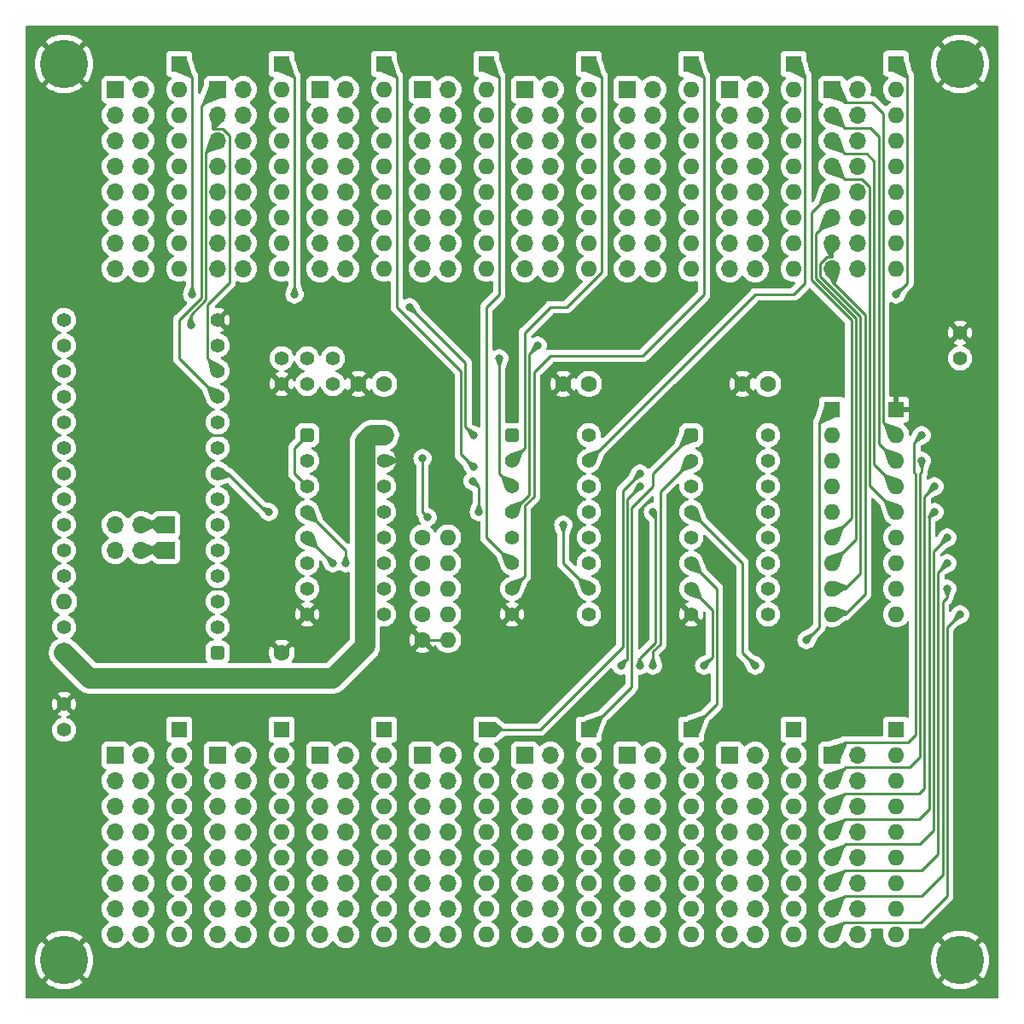
<source format=gbr>
%TF.GenerationSoftware,KiCad,Pcbnew,7.0.2-0*%
%TF.CreationDate,2024-02-04T18:50:32+09:00*%
%TF.ProjectId,cpu-rom,6370752d-726f-46d2-9e6b-696361645f70,rev?*%
%TF.SameCoordinates,Original*%
%TF.FileFunction,Copper,L2,Bot*%
%TF.FilePolarity,Positive*%
%FSLAX46Y46*%
G04 Gerber Fmt 4.6, Leading zero omitted, Abs format (unit mm)*
G04 Created by KiCad (PCBNEW 7.0.2-0) date 2024-02-04 18:50:32*
%MOMM*%
%LPD*%
G01*
G04 APERTURE LIST*
G04 Aperture macros list*
%AMRoundRect*
0 Rectangle with rounded corners*
0 $1 Rounding radius*
0 $2 $3 $4 $5 $6 $7 $8 $9 X,Y pos of 4 corners*
0 Add a 4 corners polygon primitive as box body*
4,1,4,$2,$3,$4,$5,$6,$7,$8,$9,$2,$3,0*
0 Add four circle primitives for the rounded corners*
1,1,$1+$1,$2,$3*
1,1,$1+$1,$4,$5*
1,1,$1+$1,$6,$7*
1,1,$1+$1,$8,$9*
0 Add four rect primitives between the rounded corners*
20,1,$1+$1,$2,$3,$4,$5,0*
20,1,$1+$1,$4,$5,$6,$7,0*
20,1,$1+$1,$6,$7,$8,$9,0*
20,1,$1+$1,$8,$9,$2,$3,0*%
G04 Aperture macros list end*
%TA.AperFunction,ComponentPad*%
%ADD10C,1.400000*%
%TD*%
%TA.AperFunction,ComponentPad*%
%ADD11R,1.700000X1.700000*%
%TD*%
%TA.AperFunction,ComponentPad*%
%ADD12O,1.700000X1.700000*%
%TD*%
%TA.AperFunction,ComponentPad*%
%ADD13C,1.600000*%
%TD*%
%TA.AperFunction,ComponentPad*%
%ADD14O,1.600000X1.600000*%
%TD*%
%TA.AperFunction,ComponentPad*%
%ADD15RoundRect,0.350000X-0.350000X-0.350000X0.350000X-0.350000X0.350000X0.350000X-0.350000X0.350000X0*%
%TD*%
%TA.AperFunction,ComponentPad*%
%ADD16R,1.600000X1.600000*%
%TD*%
%TA.AperFunction,ComponentPad*%
%ADD17C,4.800000*%
%TD*%
%TA.AperFunction,ComponentPad*%
%ADD18RoundRect,0.350000X0.350000X0.350000X-0.350000X0.350000X-0.350000X-0.350000X0.350000X-0.350000X0*%
%TD*%
%TA.AperFunction,ViaPad*%
%ADD19C,0.800000*%
%TD*%
%TA.AperFunction,Conductor*%
%ADD20C,0.250000*%
%TD*%
%TA.AperFunction,Conductor*%
%ADD21C,2.000000*%
%TD*%
G04 APERTURE END LIST*
D10*
%TO.P,TP9,2*%
%TO.N,N/C*%
X125730000Y-72390000D03*
%TO.P,TP9,1,1*%
%TO.N,unconnected-(TP9-Pad1)*%
X125730000Y-74930000D03*
%TD*%
%TO.P,TP8,2*%
%TO.N,N/C*%
X123190000Y-72390000D03*
%TO.P,TP8,1,1*%
%TO.N,unconnected-(TP8-Pad1)*%
X123190000Y-74930000D03*
%TD*%
%TO.P,TP7,2*%
%TO.N,N/C*%
X120650000Y-72390000D03*
%TO.P,TP7,1,1*%
%TO.N,GND*%
X120650000Y-74930000D03*
%TD*%
D11*
%TO.P,J18,1,Pin_1*%
%TO.N,/ROM_A5*%
X109220000Y-91440000D03*
D12*
%TO.P,J18,2,Pin_2*%
X106680000Y-91440000D03*
%TO.P,J18,3,Pin_3*%
%TO.N,/ROM_A8*%
X104140000Y-91440000D03*
%TD*%
D11*
%TO.P,J17,1,Pin_1*%
%TO.N,/ROM_A4*%
X109220000Y-88900000D03*
D12*
%TO.P,J17,2,Pin_2*%
X106680000Y-88900000D03*
%TO.P,J17,3,Pin_3*%
%TO.N,/ROM_A9*%
X104140000Y-88900000D03*
%TD*%
D13*
%TO.P,R6,1*%
%TO.N,GND*%
X134620000Y-100330000D03*
D14*
%TO.P,R6,2*%
X137160000Y-100330000D03*
%TD*%
D13*
%TO.P,R5,1*%
%TO.N,Net-(U3B-~{Q3})*%
X134620000Y-97790000D03*
D14*
%TO.P,R5,2*%
%TO.N,GND*%
X137160000Y-97790000D03*
%TD*%
D13*
%TO.P,R4,1*%
%TO.N,Net-(U3B-~{Q2})*%
X134620000Y-95250000D03*
D14*
%TO.P,R4,2*%
%TO.N,GND*%
X137160000Y-95250000D03*
%TD*%
D13*
%TO.P,R3,1*%
%TO.N,Net-(U3B-~{Q1})*%
X134620000Y-92710000D03*
D14*
%TO.P,R3,2*%
%TO.N,GND*%
X137160000Y-92710000D03*
%TD*%
D13*
%TO.P,R2,1*%
%TO.N,Net-(U3B-~{Q0})*%
X134620000Y-90170000D03*
D14*
%TO.P,R2,2*%
%TO.N,GND*%
X137160000Y-90170000D03*
%TD*%
D15*
%TO.P,U3,1,~{EN}*%
%TO.N,GND*%
X123190000Y-80010000D03*
D10*
%TO.P,U3,2,A0*%
%TO.N,/ROM_A3*%
X123190000Y-82550000D03*
%TO.P,U3,3,A1*%
%TO.N,GND*%
X123190000Y-85090000D03*
%TO.P,U3,4,~{Q0}*%
%TO.N,Net-(U1-D)*%
X123190000Y-87630000D03*
%TO.P,U3,5,~{Q1}*%
%TO.N,Net-(U2-D)*%
X123190000Y-90170000D03*
%TO.P,U3,6,~{Q2}*%
%TO.N,unconnected-(U3A-~{Q2}-Pad6)*%
X123190000Y-92710000D03*
%TO.P,U3,7,~{Q3}*%
%TO.N,unconnected-(U3A-~{Q3}-Pad7)*%
X123190000Y-95250000D03*
%TO.P,U3,8,Vss*%
%TO.N,GND*%
X123190000Y-97790000D03*
%TO.P,U3,9,~{Q3}*%
%TO.N,Net-(U3B-~{Q3})*%
X130810000Y-97790000D03*
%TO.P,U3,10,~{Q2}*%
%TO.N,Net-(U3B-~{Q2})*%
X130810000Y-95250000D03*
%TO.P,U3,11,~{Q1}*%
%TO.N,Net-(U3B-~{Q1})*%
X130810000Y-92710000D03*
%TO.P,U3,12,~{Q0}*%
%TO.N,Net-(U3B-~{Q0})*%
X130810000Y-90170000D03*
%TO.P,U3,13,A1*%
%TO.N,/ROM_A5*%
X130810000Y-87630000D03*
%TO.P,U3,14,A0*%
%TO.N,/ROM_A4*%
X130810000Y-85090000D03*
%TO.P,U3,15,~{EN}*%
%TO.N,GND*%
X130810000Y-82550000D03*
%TO.P,U3,16,Vdd*%
%TO.N,+3.3V*%
X130810000Y-80010000D03*
%TD*%
D11*
%TO.P,J8,1,Pin_1*%
%TO.N,/DAT0*%
X175260000Y-45720000D03*
D12*
%TO.P,J8,2,Pin_2*%
%TO.N,Net-(D8-R1)*%
X177800000Y-45720000D03*
%TO.P,J8,3,Pin_3*%
%TO.N,/DAT1*%
X175260000Y-48260000D03*
%TO.P,J8,4,Pin_4*%
%TO.N,Net-(D8-R2)*%
X177800000Y-48260000D03*
%TO.P,J8,5,Pin_5*%
%TO.N,/DAT2*%
X175260000Y-50800000D03*
%TO.P,J8,6,Pin_6*%
%TO.N,Net-(D8-R3)*%
X177800000Y-50800000D03*
%TO.P,J8,7,Pin_7*%
%TO.N,/DAT3*%
X175260000Y-53340000D03*
%TO.P,J8,8,Pin_8*%
%TO.N,Net-(D8-R4)*%
X177800000Y-53340000D03*
%TO.P,J8,9,Pin_9*%
%TO.N,/DAT4*%
X175260000Y-55880000D03*
%TO.P,J8,10,Pin_10*%
%TO.N,Net-(D8-R5)*%
X177800000Y-55880000D03*
%TO.P,J8,11,Pin_11*%
%TO.N,/DAT5*%
X175260000Y-58420000D03*
%TO.P,J8,12,Pin_12*%
%TO.N,Net-(D8-R6)*%
X177800000Y-58420000D03*
%TO.P,J8,13,Pin_13*%
%TO.N,/DAT6*%
X175260000Y-60960000D03*
%TO.P,J8,14,Pin_14*%
%TO.N,Net-(D8-R7)*%
X177800000Y-60960000D03*
%TO.P,J8,15,Pin_15*%
%TO.N,/DAT7*%
X175260000Y-63500000D03*
%TO.P,J8,16,Pin_16*%
%TO.N,Net-(D8-R8)*%
X177800000Y-63500000D03*
%TD*%
D11*
%TO.P,J7,1,Pin_1*%
%TO.N,/DAT0*%
X165100000Y-45720000D03*
D12*
%TO.P,J7,2,Pin_2*%
%TO.N,Net-(D7-R1)*%
X167640000Y-45720000D03*
%TO.P,J7,3,Pin_3*%
%TO.N,/DAT1*%
X165100000Y-48260000D03*
%TO.P,J7,4,Pin_4*%
%TO.N,Net-(D7-R2)*%
X167640000Y-48260000D03*
%TO.P,J7,5,Pin_5*%
%TO.N,/DAT2*%
X165100000Y-50800000D03*
%TO.P,J7,6,Pin_6*%
%TO.N,Net-(D7-R3)*%
X167640000Y-50800000D03*
%TO.P,J7,7,Pin_7*%
%TO.N,/DAT3*%
X165100000Y-53340000D03*
%TO.P,J7,8,Pin_8*%
%TO.N,Net-(D7-R4)*%
X167640000Y-53340000D03*
%TO.P,J7,9,Pin_9*%
%TO.N,/DAT4*%
X165100000Y-55880000D03*
%TO.P,J7,10,Pin_10*%
%TO.N,Net-(D7-R5)*%
X167640000Y-55880000D03*
%TO.P,J7,11,Pin_11*%
%TO.N,/DAT5*%
X165100000Y-58420000D03*
%TO.P,J7,12,Pin_12*%
%TO.N,Net-(D7-R6)*%
X167640000Y-58420000D03*
%TO.P,J7,13,Pin_13*%
%TO.N,/DAT6*%
X165100000Y-60960000D03*
%TO.P,J7,14,Pin_14*%
%TO.N,Net-(D7-R7)*%
X167640000Y-60960000D03*
%TO.P,J7,15,Pin_15*%
%TO.N,/DAT7*%
X165100000Y-63500000D03*
%TO.P,J7,16,Pin_16*%
%TO.N,Net-(D7-R8)*%
X167640000Y-63500000D03*
%TD*%
D11*
%TO.P,J6,1,Pin_1*%
%TO.N,/DAT0*%
X154940000Y-45720000D03*
D12*
%TO.P,J6,2,Pin_2*%
%TO.N,Net-(D6-R1)*%
X157480000Y-45720000D03*
%TO.P,J6,3,Pin_3*%
%TO.N,/DAT1*%
X154940000Y-48260000D03*
%TO.P,J6,4,Pin_4*%
%TO.N,Net-(D6-R2)*%
X157480000Y-48260000D03*
%TO.P,J6,5,Pin_5*%
%TO.N,/DAT2*%
X154940000Y-50800000D03*
%TO.P,J6,6,Pin_6*%
%TO.N,Net-(D6-R3)*%
X157480000Y-50800000D03*
%TO.P,J6,7,Pin_7*%
%TO.N,/DAT3*%
X154940000Y-53340000D03*
%TO.P,J6,8,Pin_8*%
%TO.N,Net-(D6-R4)*%
X157480000Y-53340000D03*
%TO.P,J6,9,Pin_9*%
%TO.N,/DAT4*%
X154940000Y-55880000D03*
%TO.P,J6,10,Pin_10*%
%TO.N,Net-(D6-R5)*%
X157480000Y-55880000D03*
%TO.P,J6,11,Pin_11*%
%TO.N,/DAT5*%
X154940000Y-58420000D03*
%TO.P,J6,12,Pin_12*%
%TO.N,Net-(D6-R6)*%
X157480000Y-58420000D03*
%TO.P,J6,13,Pin_13*%
%TO.N,/DAT6*%
X154940000Y-60960000D03*
%TO.P,J6,14,Pin_14*%
%TO.N,Net-(D6-R7)*%
X157480000Y-60960000D03*
%TO.P,J6,15,Pin_15*%
%TO.N,/DAT7*%
X154940000Y-63500000D03*
%TO.P,J6,16,Pin_16*%
%TO.N,Net-(D6-R8)*%
X157480000Y-63500000D03*
%TD*%
D11*
%TO.P,J5,1,Pin_1*%
%TO.N,/DAT0*%
X144780000Y-45720000D03*
D12*
%TO.P,J5,2,Pin_2*%
%TO.N,Net-(D5-R1)*%
X147320000Y-45720000D03*
%TO.P,J5,3,Pin_3*%
%TO.N,/DAT1*%
X144780000Y-48260000D03*
%TO.P,J5,4,Pin_4*%
%TO.N,Net-(D5-R2)*%
X147320000Y-48260000D03*
%TO.P,J5,5,Pin_5*%
%TO.N,/DAT2*%
X144780000Y-50800000D03*
%TO.P,J5,6,Pin_6*%
%TO.N,Net-(D5-R3)*%
X147320000Y-50800000D03*
%TO.P,J5,7,Pin_7*%
%TO.N,/DAT3*%
X144780000Y-53340000D03*
%TO.P,J5,8,Pin_8*%
%TO.N,Net-(D5-R4)*%
X147320000Y-53340000D03*
%TO.P,J5,9,Pin_9*%
%TO.N,/DAT4*%
X144780000Y-55880000D03*
%TO.P,J5,10,Pin_10*%
%TO.N,Net-(D5-R5)*%
X147320000Y-55880000D03*
%TO.P,J5,11,Pin_11*%
%TO.N,/DAT5*%
X144780000Y-58420000D03*
%TO.P,J5,12,Pin_12*%
%TO.N,Net-(D5-R6)*%
X147320000Y-58420000D03*
%TO.P,J5,13,Pin_13*%
%TO.N,/DAT6*%
X144780000Y-60960000D03*
%TO.P,J5,14,Pin_14*%
%TO.N,Net-(D5-R7)*%
X147320000Y-60960000D03*
%TO.P,J5,15,Pin_15*%
%TO.N,/DAT7*%
X144780000Y-63500000D03*
%TO.P,J5,16,Pin_16*%
%TO.N,Net-(D5-R8)*%
X147320000Y-63500000D03*
%TD*%
D11*
%TO.P,J4,1,Pin_1*%
%TO.N,/DAT0*%
X134620000Y-45720000D03*
D12*
%TO.P,J4,2,Pin_2*%
%TO.N,Net-(D4-R1)*%
X137160000Y-45720000D03*
%TO.P,J4,3,Pin_3*%
%TO.N,/DAT1*%
X134620000Y-48260000D03*
%TO.P,J4,4,Pin_4*%
%TO.N,Net-(D4-R2)*%
X137160000Y-48260000D03*
%TO.P,J4,5,Pin_5*%
%TO.N,/DAT2*%
X134620000Y-50800000D03*
%TO.P,J4,6,Pin_6*%
%TO.N,Net-(D4-R3)*%
X137160000Y-50800000D03*
%TO.P,J4,7,Pin_7*%
%TO.N,/DAT3*%
X134620000Y-53340000D03*
%TO.P,J4,8,Pin_8*%
%TO.N,Net-(D4-R4)*%
X137160000Y-53340000D03*
%TO.P,J4,9,Pin_9*%
%TO.N,/DAT4*%
X134620000Y-55880000D03*
%TO.P,J4,10,Pin_10*%
%TO.N,Net-(D4-R5)*%
X137160000Y-55880000D03*
%TO.P,J4,11,Pin_11*%
%TO.N,/DAT5*%
X134620000Y-58420000D03*
%TO.P,J4,12,Pin_12*%
%TO.N,Net-(D4-R6)*%
X137160000Y-58420000D03*
%TO.P,J4,13,Pin_13*%
%TO.N,/DAT6*%
X134620000Y-60960000D03*
%TO.P,J4,14,Pin_14*%
%TO.N,Net-(D4-R7)*%
X137160000Y-60960000D03*
%TO.P,J4,15,Pin_15*%
%TO.N,/DAT7*%
X134620000Y-63500000D03*
%TO.P,J4,16,Pin_16*%
%TO.N,Net-(D4-R8)*%
X137160000Y-63500000D03*
%TD*%
D11*
%TO.P,J3,1,Pin_1*%
%TO.N,/DAT0*%
X124460000Y-45720000D03*
D12*
%TO.P,J3,2,Pin_2*%
%TO.N,Net-(D3-R1)*%
X127000000Y-45720000D03*
%TO.P,J3,3,Pin_3*%
%TO.N,/DAT1*%
X124460000Y-48260000D03*
%TO.P,J3,4,Pin_4*%
%TO.N,Net-(D3-R2)*%
X127000000Y-48260000D03*
%TO.P,J3,5,Pin_5*%
%TO.N,/DAT2*%
X124460000Y-50800000D03*
%TO.P,J3,6,Pin_6*%
%TO.N,Net-(D3-R3)*%
X127000000Y-50800000D03*
%TO.P,J3,7,Pin_7*%
%TO.N,/DAT3*%
X124460000Y-53340000D03*
%TO.P,J3,8,Pin_8*%
%TO.N,Net-(D3-R4)*%
X127000000Y-53340000D03*
%TO.P,J3,9,Pin_9*%
%TO.N,/DAT4*%
X124460000Y-55880000D03*
%TO.P,J3,10,Pin_10*%
%TO.N,Net-(D3-R5)*%
X127000000Y-55880000D03*
%TO.P,J3,11,Pin_11*%
%TO.N,/DAT5*%
X124460000Y-58420000D03*
%TO.P,J3,12,Pin_12*%
%TO.N,Net-(D3-R6)*%
X127000000Y-58420000D03*
%TO.P,J3,13,Pin_13*%
%TO.N,/DAT6*%
X124460000Y-60960000D03*
%TO.P,J3,14,Pin_14*%
%TO.N,Net-(D3-R7)*%
X127000000Y-60960000D03*
%TO.P,J3,15,Pin_15*%
%TO.N,/DAT7*%
X124460000Y-63500000D03*
%TO.P,J3,16,Pin_16*%
%TO.N,Net-(D3-R8)*%
X127000000Y-63500000D03*
%TD*%
D11*
%TO.P,J2,1,Pin_1*%
%TO.N,/DAT0*%
X114300000Y-45720000D03*
D12*
%TO.P,J2,2,Pin_2*%
%TO.N,Net-(D2-R1)*%
X116840000Y-45720000D03*
%TO.P,J2,3,Pin_3*%
%TO.N,/DAT1*%
X114300000Y-48260000D03*
%TO.P,J2,4,Pin_4*%
%TO.N,Net-(D2-R2)*%
X116840000Y-48260000D03*
%TO.P,J2,5,Pin_5*%
%TO.N,/DAT2*%
X114300000Y-50800000D03*
%TO.P,J2,6,Pin_6*%
%TO.N,Net-(D2-R3)*%
X116840000Y-50800000D03*
%TO.P,J2,7,Pin_7*%
%TO.N,/DAT3*%
X114300000Y-53340000D03*
%TO.P,J2,8,Pin_8*%
%TO.N,Net-(D2-R4)*%
X116840000Y-53340000D03*
%TO.P,J2,9,Pin_9*%
%TO.N,/DAT4*%
X114300000Y-55880000D03*
%TO.P,J2,10,Pin_10*%
%TO.N,Net-(D2-R5)*%
X116840000Y-55880000D03*
%TO.P,J2,11,Pin_11*%
%TO.N,/DAT5*%
X114300000Y-58420000D03*
%TO.P,J2,12,Pin_12*%
%TO.N,Net-(D2-R6)*%
X116840000Y-58420000D03*
%TO.P,J2,13,Pin_13*%
%TO.N,/DAT6*%
X114300000Y-60960000D03*
%TO.P,J2,14,Pin_14*%
%TO.N,Net-(D2-R7)*%
X116840000Y-60960000D03*
%TO.P,J2,15,Pin_15*%
%TO.N,/DAT7*%
X114300000Y-63500000D03*
%TO.P,J2,16,Pin_16*%
%TO.N,Net-(D2-R8)*%
X116840000Y-63500000D03*
%TD*%
D11*
%TO.P,J1,1,Pin_1*%
%TO.N,/DAT0*%
X104140000Y-45720000D03*
D12*
%TO.P,J1,2,Pin_2*%
%TO.N,Net-(D1-R1)*%
X106680000Y-45720000D03*
%TO.P,J1,3,Pin_3*%
%TO.N,/DAT1*%
X104140000Y-48260000D03*
%TO.P,J1,4,Pin_4*%
%TO.N,Net-(D1-R2)*%
X106680000Y-48260000D03*
%TO.P,J1,5,Pin_5*%
%TO.N,/DAT2*%
X104140000Y-50800000D03*
%TO.P,J1,6,Pin_6*%
%TO.N,Net-(D1-R3)*%
X106680000Y-50800000D03*
%TO.P,J1,7,Pin_7*%
%TO.N,/DAT3*%
X104140000Y-53340000D03*
%TO.P,J1,8,Pin_8*%
%TO.N,Net-(D1-R4)*%
X106680000Y-53340000D03*
%TO.P,J1,9,Pin_9*%
%TO.N,/DAT4*%
X104140000Y-55880000D03*
%TO.P,J1,10,Pin_10*%
%TO.N,Net-(D1-R5)*%
X106680000Y-55880000D03*
%TO.P,J1,11,Pin_11*%
%TO.N,/DAT5*%
X104140000Y-58420000D03*
%TO.P,J1,12,Pin_12*%
%TO.N,Net-(D1-R6)*%
X106680000Y-58420000D03*
%TO.P,J1,13,Pin_13*%
%TO.N,/DAT6*%
X104140000Y-60960000D03*
%TO.P,J1,14,Pin_14*%
%TO.N,Net-(D1-R7)*%
X106680000Y-60960000D03*
%TO.P,J1,15,Pin_15*%
%TO.N,/DAT7*%
X104140000Y-63500000D03*
%TO.P,J1,16,Pin_16*%
%TO.N,Net-(D1-R8)*%
X106680000Y-63500000D03*
%TD*%
D16*
%TO.P,D8,1,common*%
%TO.N,/ADR07*%
X181610000Y-43165000D03*
D14*
%TO.P,D8,2,R1*%
%TO.N,Net-(D8-R1)*%
X181610000Y-45705000D03*
%TO.P,D8,3,R2*%
%TO.N,Net-(D8-R2)*%
X181610000Y-48245000D03*
%TO.P,D8,4,R3*%
%TO.N,Net-(D8-R3)*%
X181610000Y-50785000D03*
%TO.P,D8,5,R4*%
%TO.N,Net-(D8-R4)*%
X181610000Y-53325000D03*
%TO.P,D8,6,R5*%
%TO.N,Net-(D8-R5)*%
X181610000Y-55865000D03*
%TO.P,D8,7,R6*%
%TO.N,Net-(D8-R6)*%
X181610000Y-58405000D03*
%TO.P,D8,8,R7*%
%TO.N,Net-(D8-R7)*%
X181610000Y-60945000D03*
%TO.P,D8,9,R8*%
%TO.N,Net-(D8-R8)*%
X181610000Y-63485000D03*
%TD*%
D16*
%TO.P,D7,1,common*%
%TO.N,/ADR03*%
X171450000Y-43180000D03*
D14*
%TO.P,D7,2,R1*%
%TO.N,Net-(D7-R1)*%
X171450000Y-45720000D03*
%TO.P,D7,3,R2*%
%TO.N,Net-(D7-R2)*%
X171450000Y-48260000D03*
%TO.P,D7,4,R3*%
%TO.N,Net-(D7-R3)*%
X171450000Y-50800000D03*
%TO.P,D7,5,R4*%
%TO.N,Net-(D7-R4)*%
X171450000Y-53340000D03*
%TO.P,D7,6,R5*%
%TO.N,Net-(D7-R5)*%
X171450000Y-55880000D03*
%TO.P,D7,7,R6*%
%TO.N,Net-(D7-R6)*%
X171450000Y-58420000D03*
%TO.P,D7,8,R7*%
%TO.N,Net-(D7-R7)*%
X171450000Y-60960000D03*
%TO.P,D7,9,R8*%
%TO.N,Net-(D7-R8)*%
X171450000Y-63500000D03*
%TD*%
D16*
%TO.P,D6,1,common*%
%TO.N,/ADR06*%
X161290000Y-43180000D03*
D14*
%TO.P,D6,2,R1*%
%TO.N,Net-(D6-R1)*%
X161290000Y-45720000D03*
%TO.P,D6,3,R2*%
%TO.N,Net-(D6-R2)*%
X161290000Y-48260000D03*
%TO.P,D6,4,R3*%
%TO.N,Net-(D6-R3)*%
X161290000Y-50800000D03*
%TO.P,D6,5,R4*%
%TO.N,Net-(D6-R4)*%
X161290000Y-53340000D03*
%TO.P,D6,6,R5*%
%TO.N,Net-(D6-R5)*%
X161290000Y-55880000D03*
%TO.P,D6,7,R6*%
%TO.N,Net-(D6-R6)*%
X161290000Y-58420000D03*
%TO.P,D6,8,R7*%
%TO.N,Net-(D6-R7)*%
X161290000Y-60960000D03*
%TO.P,D6,9,R8*%
%TO.N,Net-(D6-R8)*%
X161290000Y-63500000D03*
%TD*%
D16*
%TO.P,D5,1,common*%
%TO.N,/ADR02*%
X151130000Y-43180000D03*
D14*
%TO.P,D5,2,R1*%
%TO.N,Net-(D5-R1)*%
X151130000Y-45720000D03*
%TO.P,D5,3,R2*%
%TO.N,Net-(D5-R2)*%
X151130000Y-48260000D03*
%TO.P,D5,4,R3*%
%TO.N,Net-(D5-R3)*%
X151130000Y-50800000D03*
%TO.P,D5,5,R4*%
%TO.N,Net-(D5-R4)*%
X151130000Y-53340000D03*
%TO.P,D5,6,R5*%
%TO.N,Net-(D5-R5)*%
X151130000Y-55880000D03*
%TO.P,D5,7,R6*%
%TO.N,Net-(D5-R6)*%
X151130000Y-58420000D03*
%TO.P,D5,8,R7*%
%TO.N,Net-(D5-R7)*%
X151130000Y-60960000D03*
%TO.P,D5,9,R8*%
%TO.N,Net-(D5-R8)*%
X151130000Y-63500000D03*
%TD*%
D16*
%TO.P,D4,1,common*%
%TO.N,/ADR05*%
X140970000Y-43180000D03*
D14*
%TO.P,D4,2,R1*%
%TO.N,Net-(D4-R1)*%
X140970000Y-45720000D03*
%TO.P,D4,3,R2*%
%TO.N,Net-(D4-R2)*%
X140970000Y-48260000D03*
%TO.P,D4,4,R3*%
%TO.N,Net-(D4-R3)*%
X140970000Y-50800000D03*
%TO.P,D4,5,R4*%
%TO.N,Net-(D4-R4)*%
X140970000Y-53340000D03*
%TO.P,D4,6,R5*%
%TO.N,Net-(D4-R5)*%
X140970000Y-55880000D03*
%TO.P,D4,7,R6*%
%TO.N,Net-(D4-R6)*%
X140970000Y-58420000D03*
%TO.P,D4,8,R7*%
%TO.N,Net-(D4-R7)*%
X140970000Y-60960000D03*
%TO.P,D4,9,R8*%
%TO.N,Net-(D4-R8)*%
X140970000Y-63500000D03*
%TD*%
D16*
%TO.P,D3,1,common*%
%TO.N,/ADR01*%
X130810000Y-43180000D03*
D14*
%TO.P,D3,2,R1*%
%TO.N,Net-(D3-R1)*%
X130810000Y-45720000D03*
%TO.P,D3,3,R2*%
%TO.N,Net-(D3-R2)*%
X130810000Y-48260000D03*
%TO.P,D3,4,R3*%
%TO.N,Net-(D3-R3)*%
X130810000Y-50800000D03*
%TO.P,D3,5,R4*%
%TO.N,Net-(D3-R4)*%
X130810000Y-53340000D03*
%TO.P,D3,6,R5*%
%TO.N,Net-(D3-R5)*%
X130810000Y-55880000D03*
%TO.P,D3,7,R6*%
%TO.N,Net-(D3-R6)*%
X130810000Y-58420000D03*
%TO.P,D3,8,R7*%
%TO.N,Net-(D3-R7)*%
X130810000Y-60960000D03*
%TO.P,D3,9,R8*%
%TO.N,Net-(D3-R8)*%
X130810000Y-63500000D03*
%TD*%
D16*
%TO.P,D2,1,common*%
%TO.N,/ADR04*%
X120650000Y-43180000D03*
D14*
%TO.P,D2,2,R1*%
%TO.N,Net-(D2-R1)*%
X120650000Y-45720000D03*
%TO.P,D2,3,R2*%
%TO.N,Net-(D2-R2)*%
X120650000Y-48260000D03*
%TO.P,D2,4,R3*%
%TO.N,Net-(D2-R3)*%
X120650000Y-50800000D03*
%TO.P,D2,5,R4*%
%TO.N,Net-(D2-R4)*%
X120650000Y-53340000D03*
%TO.P,D2,6,R5*%
%TO.N,Net-(D2-R5)*%
X120650000Y-55880000D03*
%TO.P,D2,7,R6*%
%TO.N,Net-(D2-R6)*%
X120650000Y-58420000D03*
%TO.P,D2,8,R7*%
%TO.N,Net-(D2-R7)*%
X120650000Y-60960000D03*
%TO.P,D2,9,R8*%
%TO.N,Net-(D2-R8)*%
X120650000Y-63500000D03*
%TD*%
D16*
%TO.P,D1,1,common*%
%TO.N,/ADR00*%
X110490000Y-43180000D03*
D14*
%TO.P,D1,2,R1*%
%TO.N,Net-(D1-R1)*%
X110490000Y-45720000D03*
%TO.P,D1,3,R2*%
%TO.N,Net-(D1-R2)*%
X110490000Y-48260000D03*
%TO.P,D1,4,R3*%
%TO.N,Net-(D1-R3)*%
X110490000Y-50800000D03*
%TO.P,D1,5,R4*%
%TO.N,Net-(D1-R4)*%
X110490000Y-53340000D03*
%TO.P,D1,6,R5*%
%TO.N,Net-(D1-R5)*%
X110490000Y-55880000D03*
%TO.P,D1,7,R6*%
%TO.N,Net-(D1-R6)*%
X110490000Y-58420000D03*
%TO.P,D1,8,R7*%
%TO.N,Net-(D1-R7)*%
X110490000Y-60960000D03*
%TO.P,D1,9,R8*%
%TO.N,Net-(D1-R8)*%
X110490000Y-63500000D03*
%TD*%
D11*
%TO.P,J12,1,Pin_1*%
%TO.N,/DAT0*%
X134620000Y-111760000D03*
D12*
%TO.P,J12,2,Pin_2*%
%TO.N,Net-(D12-R1)*%
X137160000Y-111760000D03*
%TO.P,J12,3,Pin_3*%
%TO.N,/DAT1*%
X134620000Y-114300000D03*
%TO.P,J12,4,Pin_4*%
%TO.N,Net-(D12-R2)*%
X137160000Y-114300000D03*
%TO.P,J12,5,Pin_5*%
%TO.N,/DAT2*%
X134620000Y-116840000D03*
%TO.P,J12,6,Pin_6*%
%TO.N,Net-(D12-R3)*%
X137160000Y-116840000D03*
%TO.P,J12,7,Pin_7*%
%TO.N,/DAT3*%
X134620000Y-119380000D03*
%TO.P,J12,8,Pin_8*%
%TO.N,Net-(D12-R4)*%
X137160000Y-119380000D03*
%TO.P,J12,9,Pin_9*%
%TO.N,/DAT4*%
X134620000Y-121920000D03*
%TO.P,J12,10,Pin_10*%
%TO.N,Net-(D12-R5)*%
X137160000Y-121920000D03*
%TO.P,J12,11,Pin_11*%
%TO.N,/DAT5*%
X134620000Y-124460000D03*
%TO.P,J12,12,Pin_12*%
%TO.N,Net-(D12-R6)*%
X137160000Y-124460000D03*
%TO.P,J12,13,Pin_13*%
%TO.N,/DAT6*%
X134620000Y-127000000D03*
%TO.P,J12,14,Pin_14*%
%TO.N,Net-(D12-R7)*%
X137160000Y-127000000D03*
%TO.P,J12,15,Pin_15*%
%TO.N,/DAT7*%
X134620000Y-129540000D03*
%TO.P,J12,16,Pin_16*%
%TO.N,Net-(D12-R8)*%
X137160000Y-129540000D03*
%TD*%
D11*
%TO.P,J15,1,Pin_1*%
%TO.N,/DAT0*%
X165100000Y-111760000D03*
D12*
%TO.P,J15,2,Pin_2*%
%TO.N,Net-(D15-R1)*%
X167640000Y-111760000D03*
%TO.P,J15,3,Pin_3*%
%TO.N,/DAT1*%
X165100000Y-114300000D03*
%TO.P,J15,4,Pin_4*%
%TO.N,Net-(D15-R2)*%
X167640000Y-114300000D03*
%TO.P,J15,5,Pin_5*%
%TO.N,/DAT2*%
X165100000Y-116840000D03*
%TO.P,J15,6,Pin_6*%
%TO.N,Net-(D15-R3)*%
X167640000Y-116840000D03*
%TO.P,J15,7,Pin_7*%
%TO.N,/DAT3*%
X165100000Y-119380000D03*
%TO.P,J15,8,Pin_8*%
%TO.N,Net-(D15-R4)*%
X167640000Y-119380000D03*
%TO.P,J15,9,Pin_9*%
%TO.N,/DAT4*%
X165100000Y-121920000D03*
%TO.P,J15,10,Pin_10*%
%TO.N,Net-(D15-R5)*%
X167640000Y-121920000D03*
%TO.P,J15,11,Pin_11*%
%TO.N,/DAT5*%
X165100000Y-124460000D03*
%TO.P,J15,12,Pin_12*%
%TO.N,Net-(D15-R6)*%
X167640000Y-124460000D03*
%TO.P,J15,13,Pin_13*%
%TO.N,/DAT6*%
X165100000Y-127000000D03*
%TO.P,J15,14,Pin_14*%
%TO.N,Net-(D15-R7)*%
X167640000Y-127000000D03*
%TO.P,J15,15,Pin_15*%
%TO.N,/DAT7*%
X165100000Y-129540000D03*
%TO.P,J15,16,Pin_16*%
%TO.N,Net-(D15-R8)*%
X167640000Y-129540000D03*
%TD*%
D11*
%TO.P,J16,1,Pin_1*%
%TO.N,/DAT0*%
X175260000Y-111760000D03*
D12*
%TO.P,J16,2,Pin_2*%
%TO.N,Net-(D16-R1)*%
X177800000Y-111760000D03*
%TO.P,J16,3,Pin_3*%
%TO.N,/DAT1*%
X175260000Y-114300000D03*
%TO.P,J16,4,Pin_4*%
%TO.N,Net-(D16-R2)*%
X177800000Y-114300000D03*
%TO.P,J16,5,Pin_5*%
%TO.N,/DAT2*%
X175260000Y-116840000D03*
%TO.P,J16,6,Pin_6*%
%TO.N,Net-(D16-R3)*%
X177800000Y-116840000D03*
%TO.P,J16,7,Pin_7*%
%TO.N,/DAT3*%
X175260000Y-119380000D03*
%TO.P,J16,8,Pin_8*%
%TO.N,Net-(D16-R4)*%
X177800000Y-119380000D03*
%TO.P,J16,9,Pin_9*%
%TO.N,/DAT4*%
X175260000Y-121920000D03*
%TO.P,J16,10,Pin_10*%
%TO.N,Net-(D16-R5)*%
X177800000Y-121920000D03*
%TO.P,J16,11,Pin_11*%
%TO.N,/DAT5*%
X175260000Y-124460000D03*
%TO.P,J16,12,Pin_12*%
%TO.N,Net-(D16-R6)*%
X177800000Y-124460000D03*
%TO.P,J16,13,Pin_13*%
%TO.N,/DAT6*%
X175260000Y-127000000D03*
%TO.P,J16,14,Pin_14*%
%TO.N,Net-(D16-R7)*%
X177800000Y-127000000D03*
%TO.P,J16,15,Pin_15*%
%TO.N,/DAT7*%
X175260000Y-129540000D03*
%TO.P,J16,16,Pin_16*%
%TO.N,Net-(D16-R8)*%
X177800000Y-129540000D03*
%TD*%
D11*
%TO.P,J14,1,Pin_1*%
%TO.N,/DAT0*%
X154940000Y-111760000D03*
D12*
%TO.P,J14,2,Pin_2*%
%TO.N,Net-(D14-R1)*%
X157480000Y-111760000D03*
%TO.P,J14,3,Pin_3*%
%TO.N,/DAT1*%
X154940000Y-114300000D03*
%TO.P,J14,4,Pin_4*%
%TO.N,Net-(D14-R2)*%
X157480000Y-114300000D03*
%TO.P,J14,5,Pin_5*%
%TO.N,/DAT2*%
X154940000Y-116840000D03*
%TO.P,J14,6,Pin_6*%
%TO.N,Net-(D14-R3)*%
X157480000Y-116840000D03*
%TO.P,J14,7,Pin_7*%
%TO.N,/DAT3*%
X154940000Y-119380000D03*
%TO.P,J14,8,Pin_8*%
%TO.N,Net-(D14-R4)*%
X157480000Y-119380000D03*
%TO.P,J14,9,Pin_9*%
%TO.N,/DAT4*%
X154940000Y-121920000D03*
%TO.P,J14,10,Pin_10*%
%TO.N,Net-(D14-R5)*%
X157480000Y-121920000D03*
%TO.P,J14,11,Pin_11*%
%TO.N,/DAT5*%
X154940000Y-124460000D03*
%TO.P,J14,12,Pin_12*%
%TO.N,Net-(D14-R6)*%
X157480000Y-124460000D03*
%TO.P,J14,13,Pin_13*%
%TO.N,/DAT6*%
X154940000Y-127000000D03*
%TO.P,J14,14,Pin_14*%
%TO.N,Net-(D14-R7)*%
X157480000Y-127000000D03*
%TO.P,J14,15,Pin_15*%
%TO.N,/DAT7*%
X154940000Y-129540000D03*
%TO.P,J14,16,Pin_16*%
%TO.N,Net-(D14-R8)*%
X157480000Y-129540000D03*
%TD*%
D11*
%TO.P,J10,1,Pin_1*%
%TO.N,/DAT0*%
X114300000Y-111760000D03*
D12*
%TO.P,J10,2,Pin_2*%
%TO.N,Net-(D10-R1)*%
X116840000Y-111760000D03*
%TO.P,J10,3,Pin_3*%
%TO.N,/DAT1*%
X114300000Y-114300000D03*
%TO.P,J10,4,Pin_4*%
%TO.N,Net-(D10-R2)*%
X116840000Y-114300000D03*
%TO.P,J10,5,Pin_5*%
%TO.N,/DAT2*%
X114300000Y-116840000D03*
%TO.P,J10,6,Pin_6*%
%TO.N,Net-(D10-R3)*%
X116840000Y-116840000D03*
%TO.P,J10,7,Pin_7*%
%TO.N,/DAT3*%
X114300000Y-119380000D03*
%TO.P,J10,8,Pin_8*%
%TO.N,Net-(D10-R4)*%
X116840000Y-119380000D03*
%TO.P,J10,9,Pin_9*%
%TO.N,/DAT4*%
X114300000Y-121920000D03*
%TO.P,J10,10,Pin_10*%
%TO.N,Net-(D10-R5)*%
X116840000Y-121920000D03*
%TO.P,J10,11,Pin_11*%
%TO.N,/DAT5*%
X114300000Y-124460000D03*
%TO.P,J10,12,Pin_12*%
%TO.N,Net-(D10-R6)*%
X116840000Y-124460000D03*
%TO.P,J10,13,Pin_13*%
%TO.N,/DAT6*%
X114300000Y-127000000D03*
%TO.P,J10,14,Pin_14*%
%TO.N,Net-(D10-R7)*%
X116840000Y-127000000D03*
%TO.P,J10,15,Pin_15*%
%TO.N,/DAT7*%
X114300000Y-129540000D03*
%TO.P,J10,16,Pin_16*%
%TO.N,Net-(D10-R8)*%
X116840000Y-129540000D03*
%TD*%
D11*
%TO.P,J11,1,Pin_1*%
%TO.N,/DAT0*%
X124460000Y-111760000D03*
D12*
%TO.P,J11,2,Pin_2*%
%TO.N,Net-(D11-R1)*%
X127000000Y-111760000D03*
%TO.P,J11,3,Pin_3*%
%TO.N,/DAT1*%
X124460000Y-114300000D03*
%TO.P,J11,4,Pin_4*%
%TO.N,Net-(D11-R2)*%
X127000000Y-114300000D03*
%TO.P,J11,5,Pin_5*%
%TO.N,/DAT2*%
X124460000Y-116840000D03*
%TO.P,J11,6,Pin_6*%
%TO.N,Net-(D11-R3)*%
X127000000Y-116840000D03*
%TO.P,J11,7,Pin_7*%
%TO.N,/DAT3*%
X124460000Y-119380000D03*
%TO.P,J11,8,Pin_8*%
%TO.N,Net-(D11-R4)*%
X127000000Y-119380000D03*
%TO.P,J11,9,Pin_9*%
%TO.N,/DAT4*%
X124460000Y-121920000D03*
%TO.P,J11,10,Pin_10*%
%TO.N,Net-(D11-R5)*%
X127000000Y-121920000D03*
%TO.P,J11,11,Pin_11*%
%TO.N,/DAT5*%
X124460000Y-124460000D03*
%TO.P,J11,12,Pin_12*%
%TO.N,Net-(D11-R6)*%
X127000000Y-124460000D03*
%TO.P,J11,13,Pin_13*%
%TO.N,/DAT6*%
X124460000Y-127000000D03*
%TO.P,J11,14,Pin_14*%
%TO.N,Net-(D11-R7)*%
X127000000Y-127000000D03*
%TO.P,J11,15,Pin_15*%
%TO.N,/DAT7*%
X124460000Y-129540000D03*
%TO.P,J11,16,Pin_16*%
%TO.N,Net-(D11-R8)*%
X127000000Y-129540000D03*
%TD*%
D11*
%TO.P,J9,1,Pin_1*%
%TO.N,/DAT0*%
X104140000Y-111760000D03*
D12*
%TO.P,J9,2,Pin_2*%
%TO.N,Net-(D9-R1)*%
X106680000Y-111760000D03*
%TO.P,J9,3,Pin_3*%
%TO.N,/DAT1*%
X104140000Y-114300000D03*
%TO.P,J9,4,Pin_4*%
%TO.N,Net-(D9-R2)*%
X106680000Y-114300000D03*
%TO.P,J9,5,Pin_5*%
%TO.N,/DAT2*%
X104140000Y-116840000D03*
%TO.P,J9,6,Pin_6*%
%TO.N,Net-(D9-R3)*%
X106680000Y-116840000D03*
%TO.P,J9,7,Pin_7*%
%TO.N,/DAT3*%
X104140000Y-119380000D03*
%TO.P,J9,8,Pin_8*%
%TO.N,Net-(D9-R4)*%
X106680000Y-119380000D03*
%TO.P,J9,9,Pin_9*%
%TO.N,/DAT4*%
X104140000Y-121920000D03*
%TO.P,J9,10,Pin_10*%
%TO.N,Net-(D9-R5)*%
X106680000Y-121920000D03*
%TO.P,J9,11,Pin_11*%
%TO.N,/DAT5*%
X104140000Y-124460000D03*
%TO.P,J9,12,Pin_12*%
%TO.N,Net-(D9-R6)*%
X106680000Y-124460000D03*
%TO.P,J9,13,Pin_13*%
%TO.N,/DAT6*%
X104140000Y-127000000D03*
%TO.P,J9,14,Pin_14*%
%TO.N,Net-(D9-R7)*%
X106680000Y-127000000D03*
%TO.P,J9,15,Pin_15*%
%TO.N,/DAT7*%
X104140000Y-129540000D03*
%TO.P,J9,16,Pin_16*%
%TO.N,Net-(D9-R8)*%
X106680000Y-129540000D03*
%TD*%
D11*
%TO.P,J13,1,Pin_1*%
%TO.N,/DAT0*%
X144780000Y-111760000D03*
D12*
%TO.P,J13,2,Pin_2*%
%TO.N,Net-(D13-R1)*%
X147320000Y-111760000D03*
%TO.P,J13,3,Pin_3*%
%TO.N,/DAT1*%
X144780000Y-114300000D03*
%TO.P,J13,4,Pin_4*%
%TO.N,Net-(D13-R2)*%
X147320000Y-114300000D03*
%TO.P,J13,5,Pin_5*%
%TO.N,/DAT2*%
X144780000Y-116840000D03*
%TO.P,J13,6,Pin_6*%
%TO.N,Net-(D13-R3)*%
X147320000Y-116840000D03*
%TO.P,J13,7,Pin_7*%
%TO.N,/DAT3*%
X144780000Y-119380000D03*
%TO.P,J13,8,Pin_8*%
%TO.N,Net-(D13-R4)*%
X147320000Y-119380000D03*
%TO.P,J13,9,Pin_9*%
%TO.N,/DAT4*%
X144780000Y-121920000D03*
%TO.P,J13,10,Pin_10*%
%TO.N,Net-(D13-R5)*%
X147320000Y-121920000D03*
%TO.P,J13,11,Pin_11*%
%TO.N,/DAT5*%
X144780000Y-124460000D03*
%TO.P,J13,12,Pin_12*%
%TO.N,Net-(D13-R6)*%
X147320000Y-124460000D03*
%TO.P,J13,13,Pin_13*%
%TO.N,/DAT6*%
X144780000Y-127000000D03*
%TO.P,J13,14,Pin_14*%
%TO.N,Net-(D13-R7)*%
X147320000Y-127000000D03*
%TO.P,J13,15,Pin_15*%
%TO.N,/DAT7*%
X144780000Y-129540000D03*
%TO.P,J13,16,Pin_16*%
%TO.N,Net-(D13-R8)*%
X147320000Y-129540000D03*
%TD*%
D13*
%TO.P,C3,1*%
%TO.N,GND*%
X128270000Y-74930000D03*
%TO.P,C3,2*%
%TO.N,+3.3V*%
X130810000Y-74930000D03*
%TD*%
D16*
%TO.P,D17,1,common*%
%TO.N,/ROM_A12*%
X175260000Y-77470000D03*
D14*
%TO.P,D17,2,R1*%
%TO.N,/DAT0*%
X175260000Y-80010000D03*
%TO.P,D17,3,R2*%
%TO.N,/DAT1*%
X175260000Y-82550000D03*
%TO.P,D17,4,R3*%
%TO.N,/DAT2*%
X175260000Y-85090000D03*
%TO.P,D17,5,R4*%
%TO.N,/DAT3*%
X175260000Y-87630000D03*
%TO.P,D17,6,R5*%
%TO.N,/DAT4*%
X175260000Y-90170000D03*
%TO.P,D17,7,R6*%
%TO.N,/DAT5*%
X175260000Y-92710000D03*
%TO.P,D17,8,R7*%
%TO.N,/DAT6*%
X175260000Y-95250000D03*
%TO.P,D17,9,R8*%
%TO.N,/DAT7*%
X175260000Y-97790000D03*
%TD*%
D10*
%TO.P,TP6,1,1*%
%TO.N,GND*%
X187960000Y-69850000D03*
%TO.P,TP6,2*%
%TO.N,N/C*%
X187960000Y-72390000D03*
%TD*%
%TO.P,TP5,1,1*%
%TO.N,GND*%
X99060000Y-106700000D03*
%TO.P,TP5,2*%
%TO.N,N/C*%
X99060000Y-109240000D03*
%TD*%
D17*
%TO.P,TP4,1,1*%
%TO.N,GND*%
X187960000Y-132080000D03*
%TD*%
%TO.P,TP3,1,1*%
%TO.N,GND*%
X99060000Y-132080000D03*
%TD*%
%TO.P,TP2,1,1*%
%TO.N,GND*%
X187960000Y-43180000D03*
%TD*%
%TO.P,TP1,1,1*%
%TO.N,GND*%
X99060000Y-43180000D03*
%TD*%
D16*
%TO.P,D13,1,common*%
%TO.N,/ADR14*%
X151130000Y-109220000D03*
D14*
%TO.P,D13,2,R1*%
%TO.N,Net-(D13-R1)*%
X151130000Y-111760000D03*
%TO.P,D13,3,R2*%
%TO.N,Net-(D13-R2)*%
X151130000Y-114300000D03*
%TO.P,D13,4,R3*%
%TO.N,Net-(D13-R3)*%
X151130000Y-116840000D03*
%TO.P,D13,5,R4*%
%TO.N,Net-(D13-R4)*%
X151130000Y-119380000D03*
%TO.P,D13,6,R5*%
%TO.N,Net-(D13-R5)*%
X151130000Y-121920000D03*
%TO.P,D13,7,R6*%
%TO.N,Net-(D13-R6)*%
X151130000Y-124460000D03*
%TO.P,D13,8,R7*%
%TO.N,Net-(D13-R7)*%
X151130000Y-127000000D03*
%TO.P,D13,9,R8*%
%TO.N,Net-(D13-R8)*%
X151130000Y-129540000D03*
%TD*%
D16*
%TO.P,R1,1,common*%
%TO.N,GND*%
X181610000Y-77470000D03*
D14*
%TO.P,R1,2,R1*%
%TO.N,/DAT0*%
X181610000Y-80010000D03*
%TO.P,R1,3,R2*%
%TO.N,/DAT1*%
X181610000Y-82550000D03*
%TO.P,R1,4,R3*%
%TO.N,/DAT2*%
X181610000Y-85090000D03*
%TO.P,R1,5,R4*%
%TO.N,/DAT3*%
X181610000Y-87630000D03*
%TO.P,R1,6,R5*%
%TO.N,/DAT4*%
X181610000Y-90170000D03*
%TO.P,R1,7,R6*%
%TO.N,/DAT5*%
X181610000Y-92710000D03*
%TO.P,R1,8,R7*%
%TO.N,/DAT6*%
X181610000Y-95250000D03*
%TO.P,R1,9,R8*%
%TO.N,/DAT7*%
X181610000Y-97790000D03*
%TD*%
D16*
%TO.P,D14,1,common*%
%TO.N,/ADR15*%
X161290000Y-109220000D03*
D14*
%TO.P,D14,2,R1*%
%TO.N,Net-(D14-R1)*%
X161290000Y-111760000D03*
%TO.P,D14,3,R2*%
%TO.N,Net-(D14-R2)*%
X161290000Y-114300000D03*
%TO.P,D14,4,R3*%
%TO.N,Net-(D14-R3)*%
X161290000Y-116840000D03*
%TO.P,D14,5,R4*%
%TO.N,Net-(D14-R4)*%
X161290000Y-119380000D03*
%TO.P,D14,6,R5*%
%TO.N,Net-(D14-R5)*%
X161290000Y-121920000D03*
%TO.P,D14,7,R6*%
%TO.N,Net-(D14-R6)*%
X161290000Y-124460000D03*
%TO.P,D14,8,R7*%
%TO.N,Net-(D14-R7)*%
X161290000Y-127000000D03*
%TO.P,D14,9,R8*%
%TO.N,Net-(D14-R8)*%
X161290000Y-129540000D03*
%TD*%
D15*
%TO.P,U1,1,S4*%
%TO.N,/ADR04*%
X143510000Y-80010000D03*
D10*
%TO.P,U1,2,S2*%
%TO.N,/ADR02*%
X143510000Y-82550000D03*
%TO.P,U1,3,S0*%
%TO.N,/ADR00*%
X143510000Y-85090000D03*
%TO.P,U1,4,S7*%
%TO.N,/ADR07*%
X143510000Y-87630000D03*
%TO.P,U1,5,S9*%
%TO.N,unconnected-(U1-S9-Pad5)*%
X143510000Y-90170000D03*
%TO.P,U1,6,S5*%
%TO.N,/ADR05*%
X143510000Y-92710000D03*
%TO.P,U1,7,S6*%
%TO.N,/ADR06*%
X143510000Y-95250000D03*
%TO.P,U1,8,VSS*%
%TO.N,GND*%
X143510000Y-97790000D03*
%TO.P,U1,9,S8*%
%TO.N,unconnected-(U1-S8-Pad9)*%
X151130000Y-97790000D03*
%TO.P,U1,10,A*%
%TO.N,/ROM_A0*%
X151130000Y-95250000D03*
%TO.P,U1,11,D*%
%TO.N,Net-(U1-D)*%
X151130000Y-92710000D03*
%TO.P,U1,12,C*%
%TO.N,/ROM_A2*%
X151130000Y-90170000D03*
%TO.P,U1,13,B*%
%TO.N,/ROM_A1*%
X151130000Y-87630000D03*
%TO.P,U1,14,S1*%
%TO.N,/ADR01*%
X151130000Y-85090000D03*
%TO.P,U1,15,S3*%
%TO.N,/ADR03*%
X151130000Y-82550000D03*
%TO.P,U1,16,VDD*%
%TO.N,+3.3V*%
X151130000Y-80010000D03*
%TD*%
D16*
%TO.P,D16,1,common*%
%TO.N,/ADR17*%
X181610000Y-109220000D03*
D14*
%TO.P,D16,2,R1*%
%TO.N,Net-(D16-R1)*%
X181610000Y-111760000D03*
%TO.P,D16,3,R2*%
%TO.N,Net-(D16-R2)*%
X181610000Y-114300000D03*
%TO.P,D16,4,R3*%
%TO.N,Net-(D16-R3)*%
X181610000Y-116840000D03*
%TO.P,D16,5,R4*%
%TO.N,Net-(D16-R4)*%
X181610000Y-119380000D03*
%TO.P,D16,6,R5*%
%TO.N,Net-(D16-R5)*%
X181610000Y-121920000D03*
%TO.P,D16,7,R6*%
%TO.N,Net-(D16-R6)*%
X181610000Y-124460000D03*
%TO.P,D16,8,R7*%
%TO.N,Net-(D16-R7)*%
X181610000Y-127000000D03*
%TO.P,D16,9,R8*%
%TO.N,Net-(D16-R8)*%
X181610000Y-129540000D03*
%TD*%
D13*
%TO.P,C1,1*%
%TO.N,GND*%
X148590000Y-74930000D03*
%TO.P,C1,2*%
%TO.N,+3.3V*%
X151130000Y-74930000D03*
%TD*%
D16*
%TO.P,D12,1,common*%
%TO.N,/ADR13*%
X140970000Y-109220000D03*
D14*
%TO.P,D12,2,R1*%
%TO.N,Net-(D12-R1)*%
X140970000Y-111760000D03*
%TO.P,D12,3,R2*%
%TO.N,Net-(D12-R2)*%
X140970000Y-114300000D03*
%TO.P,D12,4,R3*%
%TO.N,Net-(D12-R3)*%
X140970000Y-116840000D03*
%TO.P,D12,5,R4*%
%TO.N,Net-(D12-R4)*%
X140970000Y-119380000D03*
%TO.P,D12,6,R5*%
%TO.N,Net-(D12-R5)*%
X140970000Y-121920000D03*
%TO.P,D12,7,R6*%
%TO.N,Net-(D12-R6)*%
X140970000Y-124460000D03*
%TO.P,D12,8,R7*%
%TO.N,Net-(D12-R7)*%
X140970000Y-127000000D03*
%TO.P,D12,9,R8*%
%TO.N,Net-(D12-R8)*%
X140970000Y-129540000D03*
%TD*%
D16*
%TO.P,D9,1,common*%
%TO.N,/ADR10*%
X110490000Y-109220000D03*
D14*
%TO.P,D9,2,R1*%
%TO.N,Net-(D9-R1)*%
X110490000Y-111760000D03*
%TO.P,D9,3,R2*%
%TO.N,Net-(D9-R2)*%
X110490000Y-114300000D03*
%TO.P,D9,4,R3*%
%TO.N,Net-(D9-R3)*%
X110490000Y-116840000D03*
%TO.P,D9,5,R4*%
%TO.N,Net-(D9-R4)*%
X110490000Y-119380000D03*
%TO.P,D9,6,R5*%
%TO.N,Net-(D9-R5)*%
X110490000Y-121920000D03*
%TO.P,D9,7,R6*%
%TO.N,Net-(D9-R6)*%
X110490000Y-124460000D03*
%TO.P,D9,8,R7*%
%TO.N,Net-(D9-R7)*%
X110490000Y-127000000D03*
%TO.P,D9,9,R8*%
%TO.N,Net-(D9-R8)*%
X110490000Y-129540000D03*
%TD*%
D16*
%TO.P,D15,1,common*%
%TO.N,/ADR16*%
X171450000Y-109220000D03*
D14*
%TO.P,D15,2,R1*%
%TO.N,Net-(D15-R1)*%
X171450000Y-111760000D03*
%TO.P,D15,3,R2*%
%TO.N,Net-(D15-R2)*%
X171450000Y-114300000D03*
%TO.P,D15,4,R3*%
%TO.N,Net-(D15-R3)*%
X171450000Y-116840000D03*
%TO.P,D15,5,R4*%
%TO.N,Net-(D15-R4)*%
X171450000Y-119380000D03*
%TO.P,D15,6,R5*%
%TO.N,Net-(D15-R5)*%
X171450000Y-121920000D03*
%TO.P,D15,7,R6*%
%TO.N,Net-(D15-R6)*%
X171450000Y-124460000D03*
%TO.P,D15,8,R7*%
%TO.N,Net-(D15-R7)*%
X171450000Y-127000000D03*
%TO.P,D15,9,R8*%
%TO.N,Net-(D15-R8)*%
X171450000Y-129540000D03*
%TD*%
D13*
%TO.P,C2,1*%
%TO.N,GND*%
X166370000Y-74930000D03*
%TO.P,C2,2*%
%TO.N,+3.3V*%
X168910000Y-74930000D03*
%TD*%
D18*
%TO.P,IC6,1,VPP*%
%TO.N,unconnected-(IC6-VPP-Pad1)*%
X114300000Y-101600000D03*
D10*
%TO.P,IC6,2,A12*%
%TO.N,/ROM_A12*%
X114300000Y-99060000D03*
%TO.P,IC6,3,A7*%
%TO.N,/ROM_A7*%
X114300000Y-96520000D03*
%TO.P,IC6,4,A6*%
%TO.N,/ROM_A6*%
X114300000Y-93980000D03*
%TO.P,IC6,5,A5*%
%TO.N,/ROM_A5*%
X114300000Y-91440000D03*
%TO.P,IC6,6,A4*%
%TO.N,/ROM_A4*%
X114300000Y-88900000D03*
%TO.P,IC6,7,A3*%
%TO.N,/ROM_A3*%
X114300000Y-86360000D03*
%TO.P,IC6,8,A2*%
%TO.N,/ROM_A2*%
X114300000Y-83820000D03*
%TO.P,IC6,9,A1*%
%TO.N,/ROM_A1*%
X114300000Y-81280000D03*
%TO.P,IC6,10,A0*%
%TO.N,/ROM_A0*%
X114300000Y-78740000D03*
%TO.P,IC6,11,D0*%
%TO.N,/DAT0*%
X114300000Y-76200000D03*
%TO.P,IC6,12,D1*%
%TO.N,/DAT1*%
X114300000Y-73660000D03*
%TO.P,IC6,13,D2*%
%TO.N,/DAT2*%
X114300000Y-71120000D03*
%TO.P,IC6,14,GND*%
%TO.N,GND*%
X114300000Y-68580000D03*
%TO.P,IC6,15,D3*%
%TO.N,/DAT3*%
X99060000Y-68580000D03*
%TO.P,IC6,16,D4*%
%TO.N,/DAT4*%
X99060000Y-71120000D03*
%TO.P,IC6,17,D5*%
%TO.N,/DAT5*%
X99060000Y-73660000D03*
%TO.P,IC6,18,D6*%
%TO.N,/DAT6*%
X99060000Y-76200000D03*
%TO.P,IC6,19,D7*%
%TO.N,/DAT7*%
X99060000Y-78740000D03*
%TO.P,IC6,20,~{CE}*%
%TO.N,unconnected-(IC6-~{CE}-Pad20)*%
X99060000Y-81280000D03*
%TO.P,IC6,21,A10*%
%TO.N,unconnected-(IC6-A10-Pad21)*%
X99060000Y-83820000D03*
%TO.P,IC6,22,~{OE}*%
%TO.N,unconnected-(IC6-~{OE}-Pad22)*%
X99060000Y-86360000D03*
%TO.P,IC6,23,A11*%
%TO.N,unconnected-(IC6-A11-Pad23)*%
X99060000Y-88900000D03*
%TO.P,IC6,24,A9*%
%TO.N,/ROM_A9*%
X99060000Y-91440000D03*
%TO.P,IC6,25,A8*%
%TO.N,/ROM_A8*%
X99060000Y-93980000D03*
D14*
%TO.P,IC6,26,NC*%
%TO.N,unconnected-(IC6-NC-Pad26)*%
X99060000Y-96520000D03*
D10*
%TO.P,IC6,27,~{PGM}*%
%TO.N,unconnected-(IC6-~{PGM}-Pad27)*%
X99060000Y-99060000D03*
%TO.P,IC6,28,VCC*%
%TO.N,+3.3V*%
X99060000Y-101600000D03*
%TD*%
D15*
%TO.P,U2,1,S4*%
%TO.N,/ADR14*%
X161290000Y-80010000D03*
D10*
%TO.P,U2,2,S2*%
%TO.N,/ADR12*%
X161290000Y-82550000D03*
%TO.P,U2,3,S0*%
%TO.N,/ADR10*%
X161290000Y-85090000D03*
%TO.P,U2,4,S7*%
%TO.N,/ADR17*%
X161290000Y-87630000D03*
%TO.P,U2,5,S9*%
%TO.N,unconnected-(U2-S9-Pad5)*%
X161290000Y-90170000D03*
%TO.P,U2,6,S5*%
%TO.N,/ADR15*%
X161290000Y-92710000D03*
%TO.P,U2,7,S6*%
%TO.N,/ADR16*%
X161290000Y-95250000D03*
%TO.P,U2,8,VSS*%
%TO.N,GND*%
X161290000Y-97790000D03*
%TO.P,U2,9,S8*%
%TO.N,unconnected-(U2-S8-Pad9)*%
X168910000Y-97790000D03*
%TO.P,U2,10,A*%
%TO.N,/ROM_A0*%
X168910000Y-95250000D03*
%TO.P,U2,11,D*%
%TO.N,Net-(U2-D)*%
X168910000Y-92710000D03*
%TO.P,U2,12,C*%
%TO.N,/ROM_A2*%
X168910000Y-90170000D03*
%TO.P,U2,13,B*%
%TO.N,/ROM_A1*%
X168910000Y-87630000D03*
%TO.P,U2,14,S1*%
%TO.N,/ADR11*%
X168910000Y-85090000D03*
%TO.P,U2,15,S3*%
%TO.N,/ADR13*%
X168910000Y-82550000D03*
%TO.P,U2,16,VDD*%
%TO.N,+3.3V*%
X168910000Y-80010000D03*
%TD*%
D16*
%TO.P,D10,1,common*%
%TO.N,/ADR11*%
X120650000Y-109220000D03*
D14*
%TO.P,D10,2,R1*%
%TO.N,Net-(D10-R1)*%
X120650000Y-111760000D03*
%TO.P,D10,3,R2*%
%TO.N,Net-(D10-R2)*%
X120650000Y-114300000D03*
%TO.P,D10,4,R3*%
%TO.N,Net-(D10-R3)*%
X120650000Y-116840000D03*
%TO.P,D10,5,R4*%
%TO.N,Net-(D10-R4)*%
X120650000Y-119380000D03*
%TO.P,D10,6,R5*%
%TO.N,Net-(D10-R5)*%
X120650000Y-121920000D03*
%TO.P,D10,7,R6*%
%TO.N,Net-(D10-R6)*%
X120650000Y-124460000D03*
%TO.P,D10,8,R7*%
%TO.N,Net-(D10-R7)*%
X120650000Y-127000000D03*
%TO.P,D10,9,R8*%
%TO.N,Net-(D10-R8)*%
X120650000Y-129540000D03*
%TD*%
D16*
%TO.P,D11,1,common*%
%TO.N,/ADR12*%
X130810000Y-109220000D03*
D14*
%TO.P,D11,2,R1*%
%TO.N,Net-(D11-R1)*%
X130810000Y-111760000D03*
%TO.P,D11,3,R2*%
%TO.N,Net-(D11-R2)*%
X130810000Y-114300000D03*
%TO.P,D11,4,R3*%
%TO.N,Net-(D11-R3)*%
X130810000Y-116840000D03*
%TO.P,D11,5,R4*%
%TO.N,Net-(D11-R4)*%
X130810000Y-119380000D03*
%TO.P,D11,6,R5*%
%TO.N,Net-(D11-R5)*%
X130810000Y-121920000D03*
%TO.P,D11,7,R6*%
%TO.N,Net-(D11-R6)*%
X130810000Y-124460000D03*
%TO.P,D11,8,R7*%
%TO.N,Net-(D11-R7)*%
X130810000Y-127000000D03*
%TO.P,D11,9,R8*%
%TO.N,Net-(D11-R8)*%
X130810000Y-129540000D03*
%TD*%
D13*
%TO.P,C4,1*%
%TO.N,GND*%
X120650000Y-101600000D03*
%TO.P,C4,2*%
%TO.N,+3.3V*%
X120650000Y-104140000D03*
%TD*%
D19*
%TO.N,GND*%
X140970000Y-104648000D03*
X130302000Y-102362000D03*
X129286000Y-104648000D03*
X147828000Y-109474000D03*
X144780000Y-107950000D03*
X153416000Y-99060000D03*
X159258000Y-86360000D03*
X153416000Y-86360000D03*
X132334000Y-88646000D03*
X132715000Y-85090000D03*
X137160000Y-85090000D03*
X137160000Y-87630000D03*
X111760000Y-86360000D03*
X119380000Y-85090000D03*
X127000000Y-85090000D03*
X137160000Y-80010000D03*
X148590000Y-85090000D03*
X179070000Y-99060000D03*
X173990000Y-106680000D03*
X168910000Y-101600000D03*
X165100000Y-101600000D03*
X165100000Y-97790000D03*
X165100000Y-95250000D03*
X163830000Y-92710000D03*
X166370000Y-90170000D03*
X166370000Y-87630000D03*
X166370000Y-85090000D03*
X153416000Y-90170000D03*
X153416000Y-92710000D03*
X153416000Y-95250000D03*
X159258000Y-95250000D03*
X159258000Y-92710000D03*
X159258000Y-90170000D03*
X156718000Y-90170000D03*
X156718000Y-92710000D03*
X156718000Y-95250000D03*
X156718000Y-99060000D03*
X149860000Y-99060000D03*
X147320000Y-92710000D03*
X139700000Y-91440000D03*
X130810000Y-69850000D03*
X161290000Y-74930000D03*
X190500000Y-77470000D03*
X190500000Y-93980000D03*
X190500000Y-109220000D03*
X190500000Y-124460000D03*
X96520000Y-97790000D03*
X96520000Y-124460000D03*
X96520000Y-115570000D03*
X96520000Y-58420000D03*
X101600000Y-49530000D03*
X184150000Y-59690000D03*
X184150000Y-49530000D03*
X163830000Y-43180000D03*
X143510000Y-43180000D03*
X123190000Y-43180000D03*
X102870000Y-43180000D03*
X171450000Y-132080000D03*
X151130000Y-132080000D03*
X130810000Y-132080000D03*
X110490000Y-132080000D03*
X123190000Y-77470000D03*
X133350000Y-74930000D03*
X175260000Y-74930000D03*
X181610000Y-68580000D03*
X171450000Y-72390000D03*
X173990000Y-68580000D03*
X167640000Y-69850000D03*
X143510000Y-74930000D03*
X137160000Y-74930000D03*
X121920000Y-69850000D03*
X139700000Y-67310000D03*
X143510000Y-67310000D03*
X151130000Y-67310000D03*
X158750000Y-67310000D03*
X163830000Y-67310000D03*
X156210000Y-74930000D03*
X171450000Y-88900000D03*
X171450000Y-97790000D03*
X171450000Y-81280000D03*
X125730000Y-87630000D03*
X125730000Y-100330000D03*
X116840000Y-95250000D03*
X116840000Y-77470000D03*
X111760000Y-76200000D03*
X106680000Y-66040000D03*
X101600000Y-80010000D03*
X96520000Y-80010000D03*
X109220000Y-101600000D03*
X109220000Y-106680000D03*
X104140000Y-106680000D03*
X104140000Y-101600000D03*
X101600000Y-91440000D03*
X101600000Y-87630000D03*
X101600000Y-95250000D03*
X111760000Y-93980000D03*
X119380000Y-90170000D03*
X149860000Y-102870000D03*
X160020000Y-104140000D03*
X166370000Y-104140000D03*
X166370000Y-107950000D03*
X156210000Y-107950000D03*
X135890000Y-107950000D03*
X125730000Y-107950000D03*
X115570000Y-107950000D03*
X160020000Y-101600000D03*
X147320000Y-80010000D03*
X165100000Y-80010000D03*
X156210000Y-80010000D03*
%TO.N,/ROM_A12*%
X172720000Y-100330000D03*
%TO.N,/DAT2*%
X111633000Y-69088000D03*
%TO.N,/ADR16*%
X162560000Y-102870000D03*
%TO.N,/ROM_A2*%
X119380000Y-87630000D03*
%TO.N,/ROM_A0*%
X139607076Y-84557229D03*
X140208000Y-87630000D03*
X148590000Y-88900000D03*
%TO.N,GND*%
X135128000Y-88138000D03*
X134620000Y-82296000D03*
%TO.N,/ADR10*%
X156210000Y-85090000D03*
%TO.N,/ADR11*%
X157480000Y-87630000D03*
X156210000Y-102870000D03*
%TO.N,/ADR10*%
X154305000Y-102870000D03*
%TO.N,/ADR13*%
X156210000Y-83820000D03*
%TO.N,/ADR12*%
X157480000Y-102870000D03*
%TO.N,/ADR17*%
X167640000Y-102870000D03*
%TO.N,/ADR04*%
X133350000Y-67310000D03*
X139700000Y-80010000D03*
%TO.N,/ADR00*%
X142240000Y-72390000D03*
%TO.N,/ADR07*%
X146050000Y-71120000D03*
X181610000Y-66040000D03*
%TO.N,/ADR01*%
X139700000Y-83185000D03*
%TO.N,/ADR04*%
X121920000Y-66040000D03*
%TO.N,/ADR00*%
X111760000Y-66040000D03*
%TO.N,Net-(U2-D)*%
X125730000Y-92710000D03*
%TO.N,Net-(U1-D)*%
X127000000Y-92710000D03*
%TO.N,/DAT0*%
X184150000Y-80010000D03*
%TO.N,/DAT1*%
X184150000Y-82550000D03*
%TO.N,/DAT2*%
X185420000Y-85090000D03*
%TO.N,/DAT3*%
X185420000Y-87630000D03*
%TO.N,/DAT4*%
X186690000Y-90170000D03*
%TO.N,/DAT5*%
X186690000Y-92710000D03*
%TO.N,/DAT6*%
X186690000Y-95250000D03*
%TO.N,/DAT7*%
X187960000Y-97790000D03*
%TD*%
D20*
%TO.N,GND*%
X134620000Y-100330000D02*
X137160000Y-100330000D01*
X134620000Y-82296000D02*
X134620000Y-87630000D01*
X134620000Y-87630000D02*
X135128000Y-88138000D01*
%TO.N,/DAT1*%
X114300000Y-73660000D02*
X114300000Y-73406000D01*
X114300000Y-73406000D02*
X113275000Y-72381000D01*
X113275000Y-72381000D02*
X113275000Y-67067792D01*
X115475000Y-50313299D02*
X114786701Y-49625000D01*
X113275000Y-67067792D02*
X115475000Y-64867792D01*
X115475000Y-64867792D02*
X115475000Y-50313299D01*
X114786701Y-49625000D02*
X113813299Y-49625000D01*
X113813299Y-48746701D02*
X114300000Y-48260000D01*
X113813299Y-49625000D02*
X113813299Y-48746701D01*
%TO.N,GND*%
X116840000Y-95250000D02*
X111760000Y-95250000D01*
X111760000Y-95250000D02*
X111760000Y-93980000D01*
X116840000Y-80010000D02*
X101600000Y-80010000D01*
X116840000Y-77470000D02*
X116840000Y-78740000D01*
X116840000Y-78740000D02*
X116840000Y-80010000D01*
X132588000Y-82550000D02*
X132842000Y-82804000D01*
X130810000Y-82550000D02*
X132588000Y-82550000D01*
%TO.N,/ADR12*%
X157480000Y-102870000D02*
X157480000Y-101474695D01*
X157480000Y-101474695D02*
X158205000Y-100749695D01*
X158205000Y-85635000D02*
X161290000Y-82550000D01*
X158205000Y-100749695D02*
X158205000Y-85635000D01*
%TO.N,/ADR11*%
X156210000Y-102870000D02*
X156210000Y-102108299D01*
X156210000Y-102108299D02*
X157734000Y-100584299D01*
X157734000Y-87884000D02*
X157480000Y-87630000D01*
X157734000Y-100584299D02*
X157734000Y-87884000D01*
%TO.N,/ROM_A0*%
X139607076Y-84557229D02*
X140208000Y-85158153D01*
X140208000Y-85158153D02*
X140208000Y-87630000D01*
%TO.N,/ADR01*%
X139700000Y-83185000D02*
X138430000Y-81915000D01*
X138430000Y-81915000D02*
X138430000Y-73660000D01*
X138430000Y-73660000D02*
X132080000Y-67310000D01*
X132080000Y-67310000D02*
X132080000Y-44450000D01*
X132080000Y-44450000D02*
X130810000Y-43180000D01*
%TO.N,/ADR17*%
X166370000Y-92710000D02*
X161290000Y-87630000D01*
X167640000Y-102870000D02*
X166370000Y-101600000D01*
X166370000Y-101600000D02*
X166370000Y-92710000D01*
%TO.N,GND*%
X123190000Y-80010000D02*
X121920000Y-81280000D01*
X121920000Y-81280000D02*
X121920000Y-83820000D01*
X121920000Y-83820000D02*
X123190000Y-85090000D01*
%TO.N,/ROM_A5*%
X106680000Y-91440000D02*
X109220000Y-91440000D01*
%TO.N,/ROM_A4*%
X106680000Y-88900000D02*
X109220000Y-88900000D01*
%TO.N,/ROM_A2*%
X119380000Y-87630000D02*
X119126000Y-87630000D01*
X115316000Y-83820000D02*
X114300000Y-83820000D01*
X119126000Y-87630000D02*
X115316000Y-83820000D01*
%TO.N,/ADR16*%
X162560000Y-102870000D02*
X163380000Y-102050000D01*
X163380000Y-102050000D02*
X163380000Y-97340000D01*
X163380000Y-97340000D02*
X161290000Y-95250000D01*
%TO.N,/ADR10*%
X154940000Y-86360000D02*
X156210000Y-85090000D01*
X154940000Y-102235000D02*
X154940000Y-86360000D01*
X154305000Y-102870000D02*
X154940000Y-102235000D01*
D21*
%TO.N,+3.3V*%
X120650000Y-104140000D02*
X101600000Y-104140000D01*
X101600000Y-104140000D02*
X99060000Y-101600000D01*
X130810000Y-80010000D02*
X129540000Y-80010000D01*
X128910000Y-80640000D02*
X128910000Y-100960000D01*
X128910000Y-100960000D02*
X125730000Y-104140000D01*
X125730000Y-104140000D02*
X120650000Y-104140000D01*
X129540000Y-80010000D02*
X128910000Y-80640000D01*
D20*
%TO.N,/ADR04*%
X139700000Y-80010000D02*
X138880000Y-79190000D01*
X138880000Y-79190000D02*
X138880000Y-72840000D01*
X138880000Y-72840000D02*
X133350000Y-67310000D01*
%TO.N,/ADR05*%
X143510000Y-92710000D02*
X140970000Y-90170000D01*
X140970000Y-90170000D02*
X140970000Y-67310000D01*
X140970000Y-67310000D02*
X142240000Y-66040000D01*
X142240000Y-44450000D02*
X140970000Y-43180000D01*
X142240000Y-66040000D02*
X142240000Y-44450000D01*
%TO.N,/ADR14*%
X161290000Y-80010000D02*
X157480000Y-83820000D01*
X157480000Y-83820000D02*
X157480000Y-85090000D01*
X157480000Y-85090000D02*
X155390000Y-87180000D01*
X155390000Y-87180000D02*
X155390000Y-104960000D01*
X155390000Y-104960000D02*
X151130000Y-109220000D01*
%TO.N,/ADR13*%
X156210000Y-83820000D02*
X154490000Y-85540000D01*
X154490000Y-85540000D02*
X154490000Y-101024695D01*
X154490000Y-101024695D02*
X146294695Y-109220000D01*
X146294695Y-109220000D02*
X140970000Y-109220000D01*
%TO.N,/ADR06*%
X143510000Y-95250000D02*
X144780000Y-93980000D01*
X144780000Y-86996396D02*
X145680000Y-86096396D01*
X144780000Y-93980000D02*
X144780000Y-86996396D01*
X145680000Y-86096396D02*
X145680000Y-73776000D01*
X145680000Y-73776000D02*
X147320000Y-72136000D01*
X147320000Y-72136000D02*
X156464000Y-72136000D01*
X156464000Y-72136000D02*
X162560000Y-66040000D01*
X162560000Y-66040000D02*
X162560000Y-44450000D01*
X162560000Y-44450000D02*
X161290000Y-43180000D01*
%TO.N,/ADR07*%
X143510000Y-87630000D02*
X145230000Y-85910000D01*
X145230000Y-85910000D02*
X145230000Y-71940000D01*
X145230000Y-71940000D02*
X146050000Y-71120000D01*
%TO.N,/ROM_A12*%
X173990000Y-83820000D02*
X173990000Y-99060000D01*
X173990000Y-99060000D02*
X172720000Y-100330000D01*
X175260000Y-77470000D02*
X173990000Y-78740000D01*
X173990000Y-78740000D02*
X173990000Y-83820000D01*
%TO.N,/DAT2*%
X111633000Y-69088000D02*
X111633000Y-68073396D01*
X111633000Y-68073396D02*
X113125000Y-66581396D01*
X113125000Y-66581396D02*
X113125000Y-51975000D01*
X113125000Y-51975000D02*
X114300000Y-50800000D01*
%TO.N,/DAT0*%
X114300000Y-76200000D02*
X110490000Y-72390000D01*
X110490000Y-72390000D02*
X110490000Y-68580000D01*
X110490000Y-68580000D02*
X112675000Y-66395000D01*
X112675000Y-66395000D02*
X112675000Y-47345000D01*
X112675000Y-47345000D02*
X114300000Y-45720000D01*
%TO.N,/ROM_A0*%
X148590000Y-88900000D02*
X148590000Y-92710000D01*
X148590000Y-92710000D02*
X151130000Y-95250000D01*
%TO.N,/ADR15*%
X161290000Y-109220000D02*
X163830000Y-106680000D01*
X163830000Y-106680000D02*
X163830000Y-95250000D01*
X163830000Y-95250000D02*
X161290000Y-92710000D01*
%TO.N,/ADR03*%
X151130000Y-82550000D02*
X167640000Y-66040000D01*
X167640000Y-66040000D02*
X171450000Y-66040000D01*
%TO.N,/ADR02*%
X144780000Y-81280000D02*
X144780000Y-69850000D01*
X147320000Y-67310000D02*
X148910991Y-67310000D01*
X144780000Y-69850000D02*
X147320000Y-67310000D01*
X143510000Y-82550000D02*
X144780000Y-81280000D01*
X148910991Y-67310000D02*
X152400000Y-63820991D01*
X152400000Y-63820991D02*
X152400000Y-44450000D01*
X152400000Y-44450000D02*
X151130000Y-43180000D01*
%TO.N,/ADR00*%
X142240000Y-83820000D02*
X142240000Y-72390000D01*
X143510000Y-85090000D02*
X142240000Y-83820000D01*
%TO.N,/ADR07*%
X182735000Y-64915000D02*
X181610000Y-66040000D01*
X182735000Y-44290000D02*
X182735000Y-64915000D01*
X181610000Y-43165000D02*
X182735000Y-44290000D01*
%TO.N,/ADR03*%
X172575000Y-64915000D02*
X171450000Y-66040000D01*
X172575000Y-44305000D02*
X172575000Y-64915000D01*
X171450000Y-43180000D02*
X172575000Y-44305000D01*
%TO.N,/ADR04*%
X121920000Y-44450000D02*
X121920000Y-66040000D01*
X120650000Y-43180000D02*
X121920000Y-44450000D01*
%TO.N,/ADR00*%
X111760000Y-44450000D02*
X111760000Y-66040000D01*
X110490000Y-43180000D02*
X111760000Y-44450000D01*
%TO.N,Net-(U1-D)*%
X123190000Y-87630000D02*
X127000000Y-91440000D01*
X127000000Y-91440000D02*
X127000000Y-92710000D01*
%TO.N,Net-(U2-D)*%
X123190000Y-90170000D02*
X125730000Y-92710000D01*
%TO.N,/DAT2*%
X175260000Y-116840000D02*
X176530000Y-115570000D01*
X183896000Y-115570000D02*
X184440000Y-115026000D01*
X176530000Y-115570000D02*
X183896000Y-115570000D01*
X184440000Y-115026000D02*
X184440000Y-86070000D01*
X184440000Y-86070000D02*
X185420000Y-85090000D01*
%TO.N,/DAT3*%
X175260000Y-119380000D02*
X176530000Y-118110000D01*
X176530000Y-118110000D02*
X183896000Y-118110000D01*
X183896000Y-118110000D02*
X184890000Y-117116000D01*
X184890000Y-88160000D02*
X185420000Y-87630000D01*
X184890000Y-117116000D02*
X184890000Y-88160000D01*
%TO.N,/DAT4*%
X175260000Y-121920000D02*
X176625000Y-120555000D01*
X176625000Y-120555000D02*
X183991000Y-120555000D01*
X185340000Y-119206000D02*
X185340000Y-91520000D01*
X183991000Y-120555000D02*
X185340000Y-119206000D01*
X185340000Y-91520000D02*
X186690000Y-90170000D01*
%TO.N,/DAT1*%
X176625000Y-112935000D02*
X182975000Y-112935000D01*
X183990000Y-83838604D02*
X184150000Y-83678604D01*
X175260000Y-114300000D02*
X176625000Y-112935000D01*
X182975000Y-112935000D02*
X183990000Y-111920000D01*
X183990000Y-111920000D02*
X183990000Y-83838604D01*
X184150000Y-83678604D02*
X184150000Y-82550000D01*
%TO.N,/DAT0*%
X175260000Y-111760000D02*
X176530000Y-110490000D01*
X182778000Y-110490000D02*
X183540000Y-109728000D01*
X176530000Y-110490000D02*
X182778000Y-110490000D01*
X183540000Y-109728000D02*
X183540000Y-83820000D01*
X183540000Y-83820000D02*
X183425000Y-83705000D01*
X183425000Y-83705000D02*
X183425000Y-80735000D01*
X183425000Y-80735000D02*
X184150000Y-80010000D01*
%TO.N,/DAT7*%
X175260000Y-129540000D02*
X176435000Y-128365000D01*
X176435000Y-128365000D02*
X184055000Y-128365000D01*
X184055000Y-128365000D02*
X186690000Y-125730000D01*
X186690000Y-125730000D02*
X186690000Y-99060000D01*
X186690000Y-99060000D02*
X187960000Y-97790000D01*
%TO.N,/DAT5*%
X185790000Y-93610000D02*
X185790000Y-121550000D01*
X184150000Y-123190000D02*
X176530000Y-123190000D01*
X185790000Y-121550000D02*
X184150000Y-123190000D01*
X176530000Y-123190000D02*
X175260000Y-124460000D01*
%TO.N,/DAT6*%
X186690000Y-95250000D02*
X186690000Y-96070000D01*
X186690000Y-96070000D02*
X186240000Y-96520000D01*
X186240000Y-96520000D02*
X186240000Y-123640000D01*
X186240000Y-123640000D02*
X184150000Y-125730000D01*
X184150000Y-125730000D02*
X176530000Y-125730000D01*
X176530000Y-125730000D02*
X175260000Y-127000000D01*
%TO.N,/DAT5*%
X186690000Y-92710000D02*
X185790000Y-93610000D01*
%TO.N,/DAT7*%
X175260000Y-97790000D02*
X176530000Y-97790000D01*
X176530000Y-97790000D02*
X178540000Y-95780000D01*
X178540000Y-95780000D02*
X178540000Y-68047208D01*
X178540000Y-68047208D02*
X175260000Y-64767208D01*
X175260000Y-64767208D02*
X175260000Y-63500000D01*
%TO.N,/DAT3*%
X181610000Y-87630000D02*
X178990000Y-85010000D01*
X178990000Y-85010000D02*
X178990000Y-71040000D01*
%TO.N,/DAT2*%
X175260000Y-50800000D02*
X176530000Y-52070000D01*
X176530000Y-52070000D02*
X178700000Y-52070000D01*
X178700000Y-52070000D02*
X179440000Y-52810000D01*
X179440000Y-52810000D02*
X179440000Y-72390000D01*
%TO.N,/DAT0*%
X181610000Y-80010000D02*
X180340000Y-78740000D01*
X180340000Y-78740000D02*
X180340000Y-48064149D01*
X180340000Y-48064149D02*
X179265851Y-46990000D01*
X179265851Y-46990000D02*
X176530000Y-46990000D01*
X176530000Y-46990000D02*
X175260000Y-45720000D01*
%TO.N,/DAT6*%
X175260000Y-60960000D02*
X175260000Y-62325000D01*
X174773299Y-62325000D02*
X174085000Y-63013299D01*
X178090000Y-93690000D02*
X176530000Y-95250000D01*
X176530000Y-95250000D02*
X175260000Y-95250000D01*
X175260000Y-62325000D02*
X174773299Y-62325000D01*
X174085000Y-63013299D02*
X174085000Y-64228604D01*
X174085000Y-64228604D02*
X178090000Y-68233604D01*
X178090000Y-68233604D02*
X178090000Y-93690000D01*
%TO.N,/DAT4*%
X175260000Y-90170000D02*
X177190000Y-88240000D01*
X177190000Y-88240000D02*
X177190000Y-68606396D01*
X177190000Y-68606396D02*
X173185000Y-64601396D01*
X173185000Y-64601396D02*
X173185000Y-57955000D01*
X173185000Y-57955000D02*
X175260000Y-55880000D01*
%TO.N,/DAT5*%
X175260000Y-58420000D02*
X173635000Y-60045000D01*
X173635000Y-60045000D02*
X173635000Y-64415000D01*
X173635000Y-64415000D02*
X177640000Y-68420000D01*
X177640000Y-68420000D02*
X177640000Y-90330000D01*
X177640000Y-90330000D02*
X175260000Y-92710000D01*
%TO.N,/DAT2*%
X179440000Y-82920000D02*
X179440000Y-72390000D01*
X181610000Y-85090000D02*
X179440000Y-82920000D01*
%TO.N,/DAT1*%
X179890000Y-50800000D02*
X179890000Y-72390000D01*
X179890000Y-80830000D02*
X179890000Y-72390000D01*
X181610000Y-82550000D02*
X179890000Y-80830000D01*
%TO.N,/DAT3*%
X175260000Y-53340000D02*
X176530000Y-54610000D01*
X178990000Y-55408299D02*
X178990000Y-57150000D01*
X178191701Y-54610000D02*
X178990000Y-55408299D01*
X176530000Y-54610000D02*
X178191701Y-54610000D01*
X178990000Y-57150000D02*
X178990000Y-71040000D01*
%TO.N,/DAT1*%
X179070000Y-49530000D02*
X179890000Y-50350000D01*
X175260000Y-48260000D02*
X176530000Y-49530000D01*
X176530000Y-49530000D02*
X179070000Y-49530000D01*
X179890000Y-50350000D02*
X179890000Y-50800000D01*
X175260000Y-48260000D02*
X176435000Y-49435000D01*
%TD*%
%TA.AperFunction,Conductor*%
%TO.N,GND*%
G36*
X157498834Y-86058269D02*
G01*
X157554767Y-86100141D01*
X157579184Y-86165605D01*
X157579500Y-86174451D01*
X157579500Y-86605500D01*
X157559815Y-86672539D01*
X157507011Y-86718294D01*
X157455500Y-86729500D01*
X157385352Y-86729500D01*
X157200197Y-86768855D01*
X157027269Y-86845848D01*
X156874129Y-86957110D01*
X156747466Y-87097783D01*
X156652820Y-87261715D01*
X156594326Y-87441742D01*
X156577085Y-87605783D01*
X156574540Y-87630000D01*
X156575777Y-87641767D01*
X156594326Y-87818257D01*
X156652820Y-87998284D01*
X156747466Y-88162215D01*
X156747467Y-88162216D01*
X156816704Y-88239111D01*
X156819786Y-88242533D01*
X156827559Y-88252079D01*
X156844644Y-88275333D01*
X157072962Y-88507768D01*
X157105897Y-88569386D01*
X157108500Y-88594661D01*
X157108500Y-100273845D01*
X157088815Y-100340884D01*
X157072181Y-100361526D01*
X156227181Y-101206526D01*
X156165858Y-101240011D01*
X156096166Y-101235027D01*
X156040233Y-101193155D01*
X156015816Y-101127691D01*
X156015500Y-101118845D01*
X156015500Y-87490451D01*
X156035185Y-87423412D01*
X156051814Y-87402775D01*
X157367821Y-86086768D01*
X157429142Y-86053285D01*
X157498834Y-86058269D01*
G37*
%TD.AperFunction*%
%TA.AperFunction,Conductor*%
G36*
X121970562Y-72653085D02*
G01*
X122023749Y-72698395D01*
X122039266Y-72732374D01*
X122065769Y-72825526D01*
X122164941Y-73024688D01*
X122299019Y-73202237D01*
X122463437Y-73352124D01*
X122617209Y-73447334D01*
X122652599Y-73469247D01*
X122846522Y-73544373D01*
X122901924Y-73586946D01*
X122925514Y-73652713D01*
X122909803Y-73720793D01*
X122859779Y-73769572D01*
X122846526Y-73775624D01*
X122748161Y-73813732D01*
X122652596Y-73850754D01*
X122463437Y-73967875D01*
X122299019Y-74117762D01*
X122164941Y-74295311D01*
X122065769Y-74494473D01*
X122039006Y-74588539D01*
X122001727Y-74647633D01*
X121938417Y-74677190D01*
X121869178Y-74667828D01*
X121815991Y-74622518D01*
X121800473Y-74588539D01*
X121773759Y-74494650D01*
X121674630Y-74295572D01*
X121658860Y-74274690D01*
X121047953Y-74885598D01*
X121035165Y-74804852D01*
X120977641Y-74691955D01*
X120888045Y-74602359D01*
X120775148Y-74544835D01*
X120694401Y-74532046D01*
X121303327Y-73923119D01*
X121187178Y-73851202D01*
X120992785Y-73775894D01*
X120937384Y-73733321D01*
X120913793Y-73667554D01*
X120929504Y-73599474D01*
X120979528Y-73550695D01*
X120992765Y-73544649D01*
X121187401Y-73469247D01*
X121376562Y-73352124D01*
X121376562Y-73352123D01*
X121540980Y-73202237D01*
X121674588Y-73025311D01*
X121675058Y-73024689D01*
X121774229Y-72825528D01*
X121775351Y-72821587D01*
X121800734Y-72732374D01*
X121838013Y-72673281D01*
X121901322Y-72643723D01*
X121970562Y-72653085D01*
G37*
%TD.AperFunction*%
%TA.AperFunction,Conductor*%
G36*
X191713039Y-39389685D02*
G01*
X191758794Y-39442489D01*
X191770000Y-39494000D01*
X191770000Y-135766000D01*
X191750315Y-135833039D01*
X191697511Y-135878794D01*
X191646000Y-135890000D01*
X95374000Y-135890000D01*
X95306961Y-135870315D01*
X95261206Y-135817511D01*
X95250000Y-135766000D01*
X95250000Y-132083605D01*
X96155295Y-132083605D01*
X96174516Y-132413626D01*
X96175355Y-132420805D01*
X96232759Y-132746362D01*
X96234421Y-132753375D01*
X96329241Y-133070093D01*
X96331698Y-133076842D01*
X96462644Y-133380412D01*
X96465877Y-133386848D01*
X96631170Y-133673145D01*
X96635137Y-133679177D01*
X96832545Y-133944340D01*
X96836907Y-133949538D01*
X97836389Y-132950056D01*
X97952632Y-133099404D01*
X98135523Y-133267768D01*
X98190116Y-133303435D01*
X97193799Y-134299753D01*
X97322556Y-134407793D01*
X97328309Y-134412076D01*
X97604525Y-134593745D01*
X97610774Y-134597353D01*
X97906184Y-134745714D01*
X97912823Y-134748577D01*
X98223471Y-134861644D01*
X98230368Y-134863709D01*
X98552066Y-134939953D01*
X98559140Y-134941200D01*
X98887523Y-134979582D01*
X98894693Y-134980000D01*
X99225307Y-134980000D01*
X99232476Y-134979582D01*
X99560859Y-134941200D01*
X99567933Y-134939953D01*
X99889631Y-134863709D01*
X99896528Y-134861644D01*
X100207176Y-134748577D01*
X100213815Y-134745714D01*
X100509225Y-134597353D01*
X100515474Y-134593745D01*
X100791692Y-134412074D01*
X100797451Y-134407787D01*
X100926199Y-134299754D01*
X100926200Y-134299753D01*
X99929883Y-133303435D01*
X99984477Y-133267768D01*
X100167368Y-133099404D01*
X100283610Y-132950057D01*
X101283090Y-133949537D01*
X101287460Y-133944333D01*
X101484862Y-133679177D01*
X101488829Y-133673145D01*
X101654122Y-133386848D01*
X101657355Y-133380412D01*
X101788301Y-133076842D01*
X101790758Y-133070093D01*
X101885578Y-132753375D01*
X101887240Y-132746362D01*
X101944644Y-132420805D01*
X101945483Y-132413626D01*
X101964705Y-132083605D01*
X185055295Y-132083605D01*
X185074516Y-132413626D01*
X185075355Y-132420805D01*
X185132759Y-132746362D01*
X185134421Y-132753375D01*
X185229241Y-133070093D01*
X185231698Y-133076842D01*
X185362644Y-133380412D01*
X185365877Y-133386848D01*
X185531170Y-133673145D01*
X185535137Y-133679177D01*
X185732545Y-133944340D01*
X185736907Y-133949538D01*
X186736389Y-132950056D01*
X186852632Y-133099404D01*
X187035523Y-133267768D01*
X187090116Y-133303435D01*
X186093799Y-134299753D01*
X186222556Y-134407793D01*
X186228309Y-134412076D01*
X186504525Y-134593745D01*
X186510774Y-134597353D01*
X186806184Y-134745714D01*
X186812823Y-134748577D01*
X187123471Y-134861644D01*
X187130368Y-134863709D01*
X187452066Y-134939953D01*
X187459140Y-134941200D01*
X187787523Y-134979582D01*
X187794693Y-134980000D01*
X188125307Y-134980000D01*
X188132476Y-134979582D01*
X188460859Y-134941200D01*
X188467933Y-134939953D01*
X188789631Y-134863709D01*
X188796528Y-134861644D01*
X189107176Y-134748577D01*
X189113815Y-134745714D01*
X189409225Y-134597353D01*
X189415474Y-134593745D01*
X189691692Y-134412074D01*
X189697451Y-134407787D01*
X189826199Y-134299754D01*
X189826200Y-134299753D01*
X188829883Y-133303435D01*
X188884477Y-133267768D01*
X189067368Y-133099404D01*
X189183609Y-132950057D01*
X190183090Y-133949537D01*
X190187460Y-133944333D01*
X190384862Y-133679177D01*
X190388829Y-133673145D01*
X190554122Y-133386848D01*
X190557355Y-133380412D01*
X190688301Y-133076842D01*
X190690758Y-133070093D01*
X190785578Y-132753375D01*
X190787240Y-132746362D01*
X190844644Y-132420805D01*
X190845483Y-132413626D01*
X190864705Y-132083605D01*
X190864705Y-132076394D01*
X190845483Y-131746373D01*
X190844644Y-131739194D01*
X190787240Y-131413637D01*
X190785578Y-131406624D01*
X190690758Y-131089906D01*
X190688301Y-131083157D01*
X190557355Y-130779587D01*
X190554122Y-130773151D01*
X190388829Y-130486854D01*
X190384862Y-130480822D01*
X190187449Y-130215652D01*
X190183092Y-130210460D01*
X189183609Y-131209942D01*
X189067368Y-131060596D01*
X188884477Y-130892232D01*
X188829882Y-130856563D01*
X189826200Y-129860245D01*
X189826200Y-129860244D01*
X189697452Y-129752213D01*
X189691690Y-129747923D01*
X189415474Y-129566254D01*
X189409225Y-129562646D01*
X189113815Y-129414285D01*
X189107176Y-129411422D01*
X188796528Y-129298355D01*
X188789631Y-129296290D01*
X188467933Y-129220046D01*
X188460859Y-129218799D01*
X188132476Y-129180417D01*
X188125307Y-129180000D01*
X187794693Y-129180000D01*
X187787523Y-129180417D01*
X187459140Y-129218799D01*
X187452066Y-129220046D01*
X187130368Y-129296290D01*
X187123471Y-129298355D01*
X186812823Y-129411422D01*
X186806184Y-129414285D01*
X186510774Y-129562646D01*
X186504525Y-129566254D01*
X186228309Y-129747923D01*
X186222547Y-129752213D01*
X186093798Y-129860244D01*
X187090117Y-130856563D01*
X187035523Y-130892232D01*
X186852632Y-131060596D01*
X186736389Y-131209943D01*
X185736906Y-130210460D01*
X185732552Y-130215649D01*
X185535137Y-130480822D01*
X185531170Y-130486854D01*
X185365877Y-130773151D01*
X185362644Y-130779587D01*
X185231698Y-131083157D01*
X185229241Y-131089906D01*
X185134421Y-131406624D01*
X185132759Y-131413637D01*
X185075355Y-131739194D01*
X185074516Y-131746373D01*
X185055295Y-132076394D01*
X185055295Y-132083605D01*
X101964705Y-132083605D01*
X101964705Y-132076394D01*
X101945483Y-131746373D01*
X101944644Y-131739194D01*
X101887240Y-131413637D01*
X101885578Y-131406624D01*
X101790758Y-131089906D01*
X101788301Y-131083157D01*
X101657355Y-130779587D01*
X101654122Y-130773151D01*
X101488829Y-130486854D01*
X101484862Y-130480822D01*
X101287449Y-130215652D01*
X101283092Y-130210460D01*
X100283609Y-131209942D01*
X100167368Y-131060596D01*
X99984477Y-130892232D01*
X99929882Y-130856563D01*
X100926200Y-129860245D01*
X100926200Y-129860244D01*
X100797452Y-129752213D01*
X100791690Y-129747923D01*
X100515474Y-129566254D01*
X100509225Y-129562646D01*
X100464131Y-129539999D01*
X102784340Y-129539999D01*
X102804936Y-129775407D01*
X102849709Y-129942502D01*
X102866097Y-130003663D01*
X102965965Y-130217830D01*
X103101505Y-130411401D01*
X103268599Y-130578495D01*
X103462170Y-130714035D01*
X103676337Y-130813903D01*
X103904592Y-130875063D01*
X104140000Y-130895659D01*
X104375408Y-130875063D01*
X104603663Y-130813903D01*
X104817830Y-130714035D01*
X105011401Y-130578495D01*
X105178495Y-130411401D01*
X105308426Y-130225839D01*
X105363002Y-130182216D01*
X105432500Y-130175022D01*
X105494855Y-130206545D01*
X105511571Y-130225837D01*
X105641505Y-130411401D01*
X105808599Y-130578495D01*
X106002170Y-130714035D01*
X106216337Y-130813903D01*
X106444592Y-130875063D01*
X106680000Y-130895659D01*
X106915408Y-130875063D01*
X107143663Y-130813903D01*
X107357830Y-130714035D01*
X107551401Y-130578495D01*
X107718495Y-130411401D01*
X107854035Y-130217830D01*
X107953903Y-130003663D01*
X108015063Y-129775408D01*
X108035659Y-129540000D01*
X108035659Y-129539999D01*
X109184531Y-129539999D01*
X109204364Y-129766689D01*
X109263261Y-129986497D01*
X109359432Y-130192735D01*
X109489953Y-130379140D01*
X109650859Y-130540046D01*
X109837264Y-130670567D01*
X109837265Y-130670567D01*
X109837266Y-130670568D01*
X110043504Y-130766739D01*
X110263308Y-130825635D01*
X110490000Y-130845468D01*
X110716692Y-130825635D01*
X110936496Y-130766739D01*
X111142734Y-130670568D01*
X111329139Y-130540047D01*
X111490047Y-130379139D01*
X111620568Y-130192734D01*
X111716739Y-129986496D01*
X111775635Y-129766692D01*
X111795468Y-129540000D01*
X111795468Y-129539999D01*
X112944340Y-129539999D01*
X112964936Y-129775407D01*
X113009709Y-129942502D01*
X113026097Y-130003663D01*
X113125965Y-130217830D01*
X113261505Y-130411401D01*
X113428599Y-130578495D01*
X113622170Y-130714035D01*
X113836337Y-130813903D01*
X114064591Y-130875062D01*
X114064592Y-130875063D01*
X114299999Y-130895659D01*
X114299999Y-130895658D01*
X114300000Y-130895659D01*
X114535408Y-130875063D01*
X114763663Y-130813903D01*
X114977830Y-130714035D01*
X115171401Y-130578495D01*
X115338495Y-130411401D01*
X115468426Y-130225839D01*
X115523002Y-130182216D01*
X115592500Y-130175022D01*
X115654855Y-130206545D01*
X115671571Y-130225837D01*
X115801505Y-130411401D01*
X115968599Y-130578495D01*
X116162170Y-130714035D01*
X116376337Y-130813903D01*
X116604592Y-130875062D01*
X116604592Y-130875063D01*
X116839999Y-130895659D01*
X116839999Y-130895658D01*
X116840000Y-130895659D01*
X117075408Y-130875063D01*
X117303663Y-130813903D01*
X117517830Y-130714035D01*
X117711401Y-130578495D01*
X117878495Y-130411401D01*
X118014035Y-130217830D01*
X118113903Y-130003663D01*
X118175063Y-129775408D01*
X118195659Y-129540000D01*
X118195659Y-129539999D01*
X119344531Y-129539999D01*
X119364364Y-129766689D01*
X119423261Y-129986497D01*
X119519432Y-130192735D01*
X119649953Y-130379140D01*
X119810859Y-130540046D01*
X119997264Y-130670567D01*
X119997265Y-130670567D01*
X119997266Y-130670568D01*
X120203504Y-130766739D01*
X120423308Y-130825635D01*
X120574435Y-130838857D01*
X120649999Y-130845468D01*
X120649999Y-130845467D01*
X120650000Y-130845468D01*
X120876692Y-130825635D01*
X121096496Y-130766739D01*
X121302734Y-130670568D01*
X121489139Y-130540047D01*
X121650047Y-130379139D01*
X121780568Y-130192734D01*
X121876739Y-129986496D01*
X121935635Y-129766692D01*
X121955468Y-129540000D01*
X121955468Y-129539999D01*
X123104340Y-129539999D01*
X123124936Y-129775407D01*
X123169709Y-129942502D01*
X123186097Y-130003663D01*
X123285965Y-130217830D01*
X123421505Y-130411401D01*
X123588599Y-130578495D01*
X123782170Y-130714035D01*
X123996337Y-130813903D01*
X124224592Y-130875063D01*
X124460000Y-130895659D01*
X124695408Y-130875063D01*
X124923663Y-130813903D01*
X125137830Y-130714035D01*
X125331401Y-130578495D01*
X125498495Y-130411401D01*
X125628426Y-130225839D01*
X125683002Y-130182216D01*
X125752500Y-130175022D01*
X125814855Y-130206545D01*
X125831571Y-130225837D01*
X125961505Y-130411401D01*
X126128599Y-130578495D01*
X126322170Y-130714035D01*
X126536337Y-130813903D01*
X126764592Y-130875062D01*
X126764592Y-130875063D01*
X126999999Y-130895659D01*
X126999999Y-130895658D01*
X127000000Y-130895659D01*
X127235408Y-130875063D01*
X127463663Y-130813903D01*
X127677830Y-130714035D01*
X127871401Y-130578495D01*
X128038495Y-130411401D01*
X128174035Y-130217830D01*
X128273903Y-130003663D01*
X128335063Y-129775408D01*
X128355659Y-129540000D01*
X128355659Y-129539999D01*
X129504531Y-129539999D01*
X129524364Y-129766689D01*
X129583261Y-129986497D01*
X129679432Y-130192735D01*
X129809953Y-130379140D01*
X129970859Y-130540046D01*
X130157264Y-130670567D01*
X130157265Y-130670567D01*
X130157266Y-130670568D01*
X130363504Y-130766739D01*
X130583308Y-130825635D01*
X130810000Y-130845468D01*
X131036692Y-130825635D01*
X131256496Y-130766739D01*
X131462734Y-130670568D01*
X131649139Y-130540047D01*
X131810047Y-130379139D01*
X131940568Y-130192734D01*
X132036739Y-129986496D01*
X132095635Y-129766692D01*
X132115468Y-129540000D01*
X132115468Y-129539999D01*
X133264340Y-129539999D01*
X133284936Y-129775407D01*
X133329709Y-129942502D01*
X133346097Y-130003663D01*
X133445965Y-130217830D01*
X133581505Y-130411401D01*
X133748599Y-130578495D01*
X133942170Y-130714035D01*
X134156337Y-130813903D01*
X134384591Y-130875062D01*
X134384592Y-130875063D01*
X134619999Y-130895659D01*
X134619999Y-130895658D01*
X134620000Y-130895659D01*
X134855408Y-130875063D01*
X135083663Y-130813903D01*
X135297830Y-130714035D01*
X135491401Y-130578495D01*
X135658495Y-130411401D01*
X135788426Y-130225839D01*
X135843002Y-130182216D01*
X135912500Y-130175022D01*
X135974855Y-130206545D01*
X135991571Y-130225837D01*
X136121505Y-130411401D01*
X136288599Y-130578495D01*
X136482170Y-130714035D01*
X136696337Y-130813903D01*
X136924592Y-130875063D01*
X137160000Y-130895659D01*
X137395408Y-130875063D01*
X137623663Y-130813903D01*
X137837830Y-130714035D01*
X138031401Y-130578495D01*
X138198495Y-130411401D01*
X138334035Y-130217830D01*
X138433903Y-130003663D01*
X138495063Y-129775408D01*
X138515659Y-129540000D01*
X138515659Y-129539999D01*
X139664531Y-129539999D01*
X139684364Y-129766689D01*
X139743261Y-129986497D01*
X139839432Y-130192735D01*
X139969953Y-130379140D01*
X140130859Y-130540046D01*
X140317264Y-130670567D01*
X140317265Y-130670567D01*
X140317266Y-130670568D01*
X140523504Y-130766739D01*
X140743308Y-130825635D01*
X140894436Y-130838857D01*
X140969999Y-130845468D01*
X140969999Y-130845467D01*
X140970000Y-130845468D01*
X141196692Y-130825635D01*
X141416496Y-130766739D01*
X141622734Y-130670568D01*
X141809139Y-130540047D01*
X141970047Y-130379139D01*
X142100568Y-130192734D01*
X142196739Y-129986496D01*
X142255635Y-129766692D01*
X142275468Y-129540000D01*
X142275468Y-129539999D01*
X143424340Y-129539999D01*
X143444936Y-129775407D01*
X143489709Y-129942502D01*
X143506097Y-130003663D01*
X143605965Y-130217830D01*
X143741505Y-130411401D01*
X143908599Y-130578495D01*
X144102170Y-130714035D01*
X144316337Y-130813903D01*
X144544592Y-130875063D01*
X144780000Y-130895659D01*
X145015408Y-130875063D01*
X145243663Y-130813903D01*
X145457830Y-130714035D01*
X145651401Y-130578495D01*
X145818495Y-130411401D01*
X145948426Y-130225839D01*
X146003002Y-130182216D01*
X146072500Y-130175022D01*
X146134855Y-130206545D01*
X146151571Y-130225837D01*
X146281505Y-130411401D01*
X146448599Y-130578495D01*
X146642170Y-130714035D01*
X146856337Y-130813903D01*
X147084591Y-130875062D01*
X147084592Y-130875063D01*
X147319999Y-130895659D01*
X147319999Y-130895658D01*
X147320000Y-130895659D01*
X147555408Y-130875063D01*
X147783663Y-130813903D01*
X147997830Y-130714035D01*
X148191401Y-130578495D01*
X148358495Y-130411401D01*
X148494035Y-130217830D01*
X148593903Y-130003663D01*
X148655063Y-129775408D01*
X148675659Y-129540000D01*
X148655063Y-129304592D01*
X148593903Y-129076337D01*
X148494035Y-128862171D01*
X148358495Y-128668599D01*
X148191401Y-128501505D01*
X148005839Y-128371573D01*
X147962215Y-128316997D01*
X147955023Y-128247498D01*
X147986545Y-128185144D01*
X148005831Y-128168432D01*
X148191401Y-128038495D01*
X148358495Y-127871401D01*
X148494035Y-127677830D01*
X148593903Y-127463663D01*
X148655063Y-127235408D01*
X148675659Y-127000000D01*
X148655063Y-126764592D01*
X148593903Y-126536337D01*
X148494035Y-126322171D01*
X148358495Y-126128599D01*
X148191401Y-125961505D01*
X148005839Y-125831573D01*
X147962216Y-125776998D01*
X147955022Y-125707500D01*
X147986545Y-125645145D01*
X148005837Y-125628428D01*
X148191401Y-125498495D01*
X148358495Y-125331401D01*
X148494035Y-125137830D01*
X148593903Y-124923663D01*
X148655063Y-124695408D01*
X148675659Y-124460000D01*
X148655063Y-124224592D01*
X148593903Y-123996337D01*
X148494035Y-123782171D01*
X148358495Y-123588599D01*
X148191401Y-123421505D01*
X148005839Y-123291573D01*
X147962215Y-123236997D01*
X147955023Y-123167498D01*
X147986545Y-123105144D01*
X148005831Y-123088432D01*
X148191401Y-122958495D01*
X148358495Y-122791401D01*
X148494035Y-122597830D01*
X148593903Y-122383663D01*
X148655063Y-122155408D01*
X148675659Y-121920000D01*
X148655063Y-121684592D01*
X148593903Y-121456337D01*
X148494035Y-121242171D01*
X148358495Y-121048599D01*
X148191401Y-120881505D01*
X148005839Y-120751573D01*
X147962216Y-120696998D01*
X147955022Y-120627500D01*
X147986545Y-120565145D01*
X148005837Y-120548428D01*
X148191401Y-120418495D01*
X148358495Y-120251401D01*
X148494035Y-120057830D01*
X148593903Y-119843663D01*
X148655063Y-119615408D01*
X148675659Y-119380000D01*
X148655063Y-119144592D01*
X148593903Y-118916337D01*
X148494035Y-118702171D01*
X148358495Y-118508599D01*
X148191401Y-118341505D01*
X148005839Y-118211573D01*
X147962215Y-118156997D01*
X147955023Y-118087498D01*
X147986545Y-118025144D01*
X148005831Y-118008432D01*
X148191401Y-117878495D01*
X148358495Y-117711401D01*
X148494035Y-117517830D01*
X148593903Y-117303663D01*
X148655063Y-117075408D01*
X148675659Y-116840000D01*
X148655063Y-116604592D01*
X148593903Y-116376337D01*
X148494035Y-116162171D01*
X148358495Y-115968599D01*
X148191401Y-115801505D01*
X148005839Y-115671573D01*
X147962216Y-115616998D01*
X147955022Y-115547500D01*
X147986545Y-115485145D01*
X148005837Y-115468428D01*
X148191401Y-115338495D01*
X148358495Y-115171401D01*
X148494035Y-114977830D01*
X148593903Y-114763663D01*
X148655063Y-114535408D01*
X148675659Y-114300000D01*
X148655063Y-114064592D01*
X148593903Y-113836337D01*
X148494035Y-113622171D01*
X148358495Y-113428599D01*
X148191401Y-113261505D01*
X148005839Y-113131573D01*
X147962215Y-113076997D01*
X147955023Y-113007498D01*
X147986545Y-112945144D01*
X148005831Y-112928432D01*
X148191401Y-112798495D01*
X148358495Y-112631401D01*
X148494035Y-112437830D01*
X148593903Y-112223663D01*
X148655063Y-111995408D01*
X148675659Y-111760000D01*
X148666989Y-111660909D01*
X148655063Y-111524592D01*
X148655062Y-111524591D01*
X148593903Y-111296337D01*
X148494035Y-111082171D01*
X148358495Y-110888599D01*
X148191401Y-110721505D01*
X147997830Y-110585965D01*
X147783663Y-110486097D01*
X147722501Y-110469709D01*
X147555407Y-110424936D01*
X147319999Y-110404340D01*
X147084592Y-110424936D01*
X146856336Y-110486097D01*
X146642170Y-110585965D01*
X146448601Y-110721503D01*
X146326673Y-110843431D01*
X146265350Y-110876915D01*
X146195658Y-110871931D01*
X146139725Y-110830059D01*
X146122810Y-110799082D01*
X146115658Y-110779907D01*
X146073796Y-110667669D01*
X145987546Y-110552454D01*
X145872331Y-110466204D01*
X145737483Y-110415909D01*
X145677873Y-110409500D01*
X145674550Y-110409500D01*
X143885439Y-110409500D01*
X143885420Y-110409500D01*
X143882128Y-110409501D01*
X143878848Y-110409853D01*
X143878840Y-110409854D01*
X143822515Y-110415909D01*
X143687669Y-110466204D01*
X143572454Y-110552454D01*
X143486204Y-110667668D01*
X143458210Y-110742726D01*
X143435909Y-110802517D01*
X143429500Y-110862127D01*
X143429500Y-110865448D01*
X143429500Y-110865449D01*
X143429500Y-112654560D01*
X143429500Y-112654578D01*
X143429501Y-112657872D01*
X143429853Y-112661152D01*
X143429854Y-112661159D01*
X143435909Y-112717484D01*
X143451784Y-112760046D01*
X143486204Y-112852331D01*
X143572454Y-112967546D01*
X143687669Y-113053796D01*
X143799907Y-113095658D01*
X143819082Y-113102810D01*
X143875016Y-113144681D01*
X143899433Y-113210146D01*
X143884581Y-113278419D01*
X143863431Y-113306673D01*
X143741503Y-113428601D01*
X143605965Y-113622170D01*
X143506097Y-113836336D01*
X143444936Y-114064592D01*
X143424340Y-114300000D01*
X143444936Y-114535407D01*
X143489709Y-114702501D01*
X143506097Y-114763663D01*
X143605965Y-114977830D01*
X143741505Y-115171401D01*
X143908599Y-115338495D01*
X144094160Y-115468426D01*
X144137783Y-115523002D01*
X144144976Y-115592501D01*
X144113454Y-115654855D01*
X144094159Y-115671575D01*
X143908595Y-115801508D01*
X143741505Y-115968598D01*
X143605965Y-116162170D01*
X143506097Y-116376336D01*
X143444936Y-116604592D01*
X143424340Y-116839999D01*
X143444936Y-117075407D01*
X143489709Y-117242502D01*
X143506097Y-117303663D01*
X143605965Y-117517830D01*
X143741505Y-117711401D01*
X143908599Y-117878495D01*
X144094160Y-118008426D01*
X144137783Y-118063002D01*
X144144976Y-118132501D01*
X144113454Y-118194855D01*
X144094159Y-118211575D01*
X143908595Y-118341508D01*
X143741505Y-118508598D01*
X143605965Y-118702170D01*
X143506097Y-118916336D01*
X143444936Y-119144592D01*
X143424340Y-119380000D01*
X143444936Y-119615407D01*
X143487272Y-119773406D01*
X143506097Y-119843663D01*
X143605965Y-120057830D01*
X143741505Y-120251401D01*
X143908599Y-120418495D01*
X144094160Y-120548426D01*
X144137783Y-120603002D01*
X144144976Y-120672501D01*
X144113454Y-120734855D01*
X144094159Y-120751575D01*
X143908595Y-120881508D01*
X143741505Y-121048598D01*
X143605965Y-121242170D01*
X143506097Y-121456336D01*
X143444936Y-121684592D01*
X143424340Y-121920000D01*
X143444936Y-122155407D01*
X143489709Y-122322502D01*
X143506097Y-122383663D01*
X143605965Y-122597830D01*
X143741505Y-122791401D01*
X143908599Y-122958495D01*
X144094160Y-123088426D01*
X144137783Y-123143002D01*
X144144976Y-123212501D01*
X144113454Y-123274855D01*
X144094160Y-123291574D01*
X143966577Y-123380909D01*
X143908595Y-123421508D01*
X143741505Y-123588598D01*
X143605965Y-123782170D01*
X143506097Y-123996336D01*
X143444936Y-124224592D01*
X143424340Y-124459999D01*
X143444936Y-124695407D01*
X143489709Y-124862501D01*
X143506097Y-124923663D01*
X143605965Y-125137830D01*
X143741505Y-125331401D01*
X143908599Y-125498495D01*
X144094160Y-125628426D01*
X144137783Y-125683002D01*
X144144976Y-125752501D01*
X144113454Y-125814855D01*
X144094159Y-125831575D01*
X143908595Y-125961508D01*
X143741505Y-126128598D01*
X143605965Y-126322170D01*
X143506097Y-126536336D01*
X143444936Y-126764592D01*
X143424340Y-127000000D01*
X143444936Y-127235407D01*
X143489709Y-127402502D01*
X143506097Y-127463663D01*
X143605965Y-127677830D01*
X143741505Y-127871401D01*
X143908599Y-128038495D01*
X144094160Y-128168426D01*
X144137783Y-128223002D01*
X144144976Y-128292501D01*
X144113454Y-128354855D01*
X144094159Y-128371575D01*
X143908595Y-128501508D01*
X143741505Y-128668598D01*
X143605965Y-128862170D01*
X143506097Y-129076336D01*
X143444936Y-129304592D01*
X143424340Y-129539999D01*
X142275468Y-129539999D01*
X142255635Y-129313308D01*
X142196739Y-129093504D01*
X142100568Y-128887266D01*
X142099262Y-128885400D01*
X141970046Y-128700859D01*
X141809140Y-128539953D01*
X141622736Y-128409433D01*
X141564723Y-128382381D01*
X141512284Y-128336208D01*
X141493133Y-128269014D01*
X141513349Y-128202133D01*
X141564721Y-128157619D01*
X141622734Y-128130568D01*
X141809139Y-128000047D01*
X141970047Y-127839139D01*
X142100568Y-127652734D01*
X142196739Y-127446496D01*
X142255635Y-127226692D01*
X142275468Y-127000000D01*
X142255635Y-126773308D01*
X142196739Y-126553504D01*
X142100568Y-126347266D01*
X142100468Y-126347122D01*
X141970046Y-126160859D01*
X141809140Y-125999953D01*
X141622733Y-125869431D01*
X141564725Y-125842382D01*
X141512285Y-125796210D01*
X141493133Y-125729017D01*
X141513348Y-125662135D01*
X141564725Y-125617618D01*
X141622734Y-125590568D01*
X141809139Y-125460047D01*
X141970047Y-125299139D01*
X142100568Y-125112734D01*
X142196739Y-124906496D01*
X142255635Y-124686692D01*
X142275468Y-124460000D01*
X142255635Y-124233308D01*
X142196739Y-124013504D01*
X142100568Y-123807266D01*
X142100468Y-123807122D01*
X141970046Y-123620859D01*
X141809140Y-123459953D01*
X141622733Y-123329431D01*
X141564725Y-123302382D01*
X141512285Y-123256210D01*
X141493133Y-123189017D01*
X141513348Y-123122135D01*
X141564725Y-123077618D01*
X141622734Y-123050568D01*
X141809139Y-122920047D01*
X141970047Y-122759139D01*
X142100568Y-122572734D01*
X142196739Y-122366496D01*
X142255635Y-122146692D01*
X142275468Y-121920000D01*
X142255635Y-121693308D01*
X142196739Y-121473504D01*
X142100568Y-121267266D01*
X142090572Y-121252989D01*
X141970046Y-121080859D01*
X141809140Y-120919953D01*
X141622733Y-120789431D01*
X141564725Y-120762382D01*
X141512285Y-120716210D01*
X141493133Y-120649017D01*
X141513348Y-120582135D01*
X141564725Y-120537618D01*
X141622734Y-120510568D01*
X141809139Y-120380047D01*
X141970047Y-120219139D01*
X142100568Y-120032734D01*
X142196739Y-119826496D01*
X142255635Y-119606692D01*
X142275468Y-119380000D01*
X142255635Y-119153308D01*
X142196739Y-118933504D01*
X142100568Y-118727266D01*
X142100468Y-118727122D01*
X141970046Y-118540859D01*
X141809140Y-118379953D01*
X141622733Y-118249431D01*
X141564725Y-118222382D01*
X141512285Y-118176210D01*
X141493133Y-118109017D01*
X141513348Y-118042135D01*
X141564725Y-117997618D01*
X141622734Y-117970568D01*
X141809139Y-117840047D01*
X141970047Y-117679139D01*
X142100568Y-117492734D01*
X142196739Y-117286496D01*
X142255635Y-117066692D01*
X142275468Y-116840000D01*
X142255635Y-116613308D01*
X142196739Y-116393504D01*
X142100568Y-116187266D01*
X142100468Y-116187122D01*
X141970046Y-116000859D01*
X141809140Y-115839953D01*
X141622736Y-115709433D01*
X141564723Y-115682381D01*
X141512284Y-115636208D01*
X141493133Y-115569014D01*
X141513349Y-115502133D01*
X141564721Y-115457619D01*
X141622734Y-115430568D01*
X141809139Y-115300047D01*
X141970047Y-115139139D01*
X142100568Y-114952734D01*
X142196739Y-114746496D01*
X142255635Y-114526692D01*
X142275468Y-114300000D01*
X142255635Y-114073308D01*
X142196739Y-113853504D01*
X142100568Y-113647266D01*
X142090572Y-113632989D01*
X141970046Y-113460859D01*
X141809140Y-113299953D01*
X141622733Y-113169431D01*
X141581727Y-113150310D01*
X141564724Y-113142381D01*
X141512285Y-113096210D01*
X141493133Y-113029017D01*
X141513348Y-112962135D01*
X141564725Y-112917618D01*
X141622734Y-112890568D01*
X141809139Y-112760047D01*
X141970047Y-112599139D01*
X142100568Y-112412734D01*
X142196739Y-112206496D01*
X142255635Y-111986692D01*
X142275468Y-111760000D01*
X142255635Y-111533308D01*
X142196739Y-111313504D01*
X142100568Y-111107266D01*
X142100533Y-111107215D01*
X141970046Y-110920859D01*
X141809140Y-110759953D01*
X141784537Y-110742726D01*
X141740912Y-110688150D01*
X141733718Y-110618651D01*
X141765241Y-110556296D01*
X141825470Y-110520882D01*
X141842401Y-110517862D01*
X141877483Y-110514091D01*
X141913566Y-110500632D01*
X141919297Y-110498652D01*
X141922993Y-110497475D01*
X141922996Y-110497475D01*
X141931529Y-110494759D01*
X141933080Y-110494172D01*
X141933092Y-110494168D01*
X141954423Y-110486097D01*
X141982141Y-110475610D01*
X141982143Y-110475608D01*
X141991892Y-110471920D01*
X141996086Y-110469854D01*
X142012331Y-110463796D01*
X142064701Y-110424591D01*
X142073310Y-110418697D01*
X142104193Y-110399420D01*
X142726050Y-109874727D01*
X142789982Y-109846541D01*
X142806014Y-109845500D01*
X146211951Y-109845500D01*
X146232457Y-109847764D01*
X146235360Y-109847672D01*
X146235362Y-109847673D01*
X146302567Y-109845561D01*
X146306463Y-109845500D01*
X146330143Y-109845500D01*
X146334045Y-109845500D01*
X146338008Y-109844999D01*
X146349657Y-109844080D01*
X146393322Y-109842709D01*
X146412554Y-109837120D01*
X146431613Y-109833174D01*
X146437891Y-109832381D01*
X146451487Y-109830664D01*
X146492102Y-109814582D01*
X146503139Y-109810803D01*
X146545085Y-109798618D01*
X146562324Y-109788422D01*
X146579797Y-109779862D01*
X146598427Y-109772486D01*
X146633759Y-109746814D01*
X146643525Y-109740400D01*
X146681113Y-109718171D01*
X146681112Y-109718171D01*
X146681115Y-109718170D01*
X146695280Y-109704004D01*
X146710068Y-109691373D01*
X146726282Y-109679594D01*
X146754133Y-109645926D01*
X146761974Y-109637309D01*
X153257044Y-103142240D01*
X153318365Y-103108757D01*
X153388057Y-103113741D01*
X153443990Y-103155613D01*
X153462654Y-103191605D01*
X153477820Y-103238284D01*
X153572466Y-103402216D01*
X153699129Y-103542889D01*
X153852269Y-103654151D01*
X154025197Y-103731144D01*
X154210352Y-103770500D01*
X154210354Y-103770500D01*
X154399648Y-103770500D01*
X154584800Y-103731145D01*
X154584801Y-103731144D01*
X154584803Y-103731144D01*
X154590063Y-103728801D01*
X154659313Y-103719516D01*
X154722590Y-103749144D01*
X154759804Y-103808279D01*
X154764500Y-103842081D01*
X154764500Y-104649547D01*
X154744815Y-104716586D01*
X154728181Y-104737228D01*
X152151821Y-107313587D01*
X152110845Y-107340774D01*
X150709950Y-107910368D01*
X150663245Y-107919500D01*
X150285439Y-107919500D01*
X150285420Y-107919500D01*
X150282128Y-107919501D01*
X150278848Y-107919853D01*
X150278840Y-107919854D01*
X150222515Y-107925909D01*
X150087669Y-107976204D01*
X149972454Y-108062454D01*
X149886204Y-108177668D01*
X149835910Y-108312515D01*
X149835909Y-108312517D01*
X149829500Y-108372127D01*
X149829500Y-108375448D01*
X149829500Y-108375449D01*
X149829500Y-110064560D01*
X149829500Y-110064578D01*
X149829501Y-110067872D01*
X149835909Y-110127483D01*
X149886204Y-110262331D01*
X149972454Y-110377546D01*
X150087669Y-110463796D01*
X150222517Y-110514091D01*
X150257594Y-110517862D01*
X150322143Y-110544598D01*
X150361993Y-110601989D01*
X150364488Y-110671814D01*
X150328837Y-110731904D01*
X150315463Y-110742725D01*
X150290861Y-110759951D01*
X150129953Y-110920859D01*
X149999432Y-111107264D01*
X149903261Y-111313502D01*
X149844364Y-111533310D01*
X149824531Y-111760000D01*
X149844364Y-111986689D01*
X149903261Y-112206497D01*
X149999432Y-112412735D01*
X150129953Y-112599140D01*
X150290859Y-112760046D01*
X150422656Y-112852330D01*
X150477266Y-112890568D01*
X150535275Y-112917618D01*
X150587714Y-112963791D01*
X150606865Y-113030985D01*
X150586649Y-113097866D01*
X150535275Y-113142381D01*
X150514576Y-113152033D01*
X150477263Y-113169433D01*
X150290859Y-113299953D01*
X150129953Y-113460859D01*
X149999432Y-113647264D01*
X149903261Y-113853502D01*
X149844364Y-114073310D01*
X149824531Y-114300000D01*
X149844364Y-114526689D01*
X149903261Y-114746497D01*
X149999432Y-114952735D01*
X150129953Y-115139140D01*
X150290859Y-115300046D01*
X150477263Y-115430566D01*
X150477266Y-115430568D01*
X150535275Y-115457618D01*
X150587714Y-115503791D01*
X150606865Y-115570985D01*
X150586649Y-115637866D01*
X150535275Y-115682382D01*
X150477263Y-115709433D01*
X150290859Y-115839953D01*
X150129953Y-116000859D01*
X149999432Y-116187264D01*
X149903261Y-116393502D01*
X149844364Y-116613310D01*
X149824531Y-116839999D01*
X149844364Y-117066689D01*
X149903261Y-117286497D01*
X149999432Y-117492735D01*
X150129953Y-117679140D01*
X150290859Y-117840046D01*
X150477263Y-117970566D01*
X150477266Y-117970568D01*
X150535275Y-117997618D01*
X150587714Y-118043791D01*
X150606865Y-118110985D01*
X150586649Y-118177866D01*
X150535275Y-118222382D01*
X150477263Y-118249433D01*
X150290859Y-118379953D01*
X150129953Y-118540859D01*
X149999432Y-118727264D01*
X149903261Y-118933502D01*
X149844364Y-119153310D01*
X149824531Y-119379999D01*
X149844364Y-119606689D01*
X149903261Y-119826497D01*
X149999432Y-120032735D01*
X150129953Y-120219140D01*
X150290859Y-120380046D01*
X150382603Y-120444285D01*
X150477266Y-120510568D01*
X150535275Y-120537618D01*
X150587714Y-120583791D01*
X150606865Y-120650985D01*
X150586649Y-120717866D01*
X150535275Y-120762382D01*
X150477263Y-120789433D01*
X150290859Y-120919953D01*
X150129953Y-121080859D01*
X149999432Y-121267264D01*
X149903261Y-121473502D01*
X149844364Y-121693310D01*
X149824531Y-121920000D01*
X149844364Y-122146689D01*
X149903261Y-122366497D01*
X149999432Y-122572735D01*
X150129953Y-122759140D01*
X150290859Y-122920046D01*
X150477263Y-123050566D01*
X150477266Y-123050568D01*
X150535275Y-123077618D01*
X150587714Y-123123791D01*
X150606865Y-123190985D01*
X150586649Y-123257866D01*
X150535275Y-123302382D01*
X150477263Y-123329433D01*
X150290859Y-123459953D01*
X150129953Y-123620859D01*
X149999432Y-123807264D01*
X149903261Y-124013502D01*
X149844364Y-124233310D01*
X149824531Y-124459999D01*
X149844364Y-124686689D01*
X149903261Y-124906497D01*
X149999432Y-125112735D01*
X150129953Y-125299140D01*
X150290859Y-125460046D01*
X150358243Y-125507228D01*
X150477266Y-125590568D01*
X150535275Y-125617618D01*
X150587714Y-125663791D01*
X150606865Y-125730985D01*
X150586649Y-125797866D01*
X150535275Y-125842382D01*
X150477263Y-125869433D01*
X150290859Y-125999953D01*
X150129953Y-126160859D01*
X149999432Y-126347264D01*
X149903261Y-126553502D01*
X149844364Y-126773310D01*
X149824531Y-126999999D01*
X149844364Y-127226689D01*
X149903261Y-127446497D01*
X149999432Y-127652735D01*
X150129953Y-127839140D01*
X150290859Y-128000046D01*
X150345771Y-128038495D01*
X150477266Y-128130568D01*
X150535273Y-128157617D01*
X150587713Y-128203789D01*
X150606865Y-128270982D01*
X150586650Y-128337864D01*
X150535276Y-128382380D01*
X150477266Y-128409431D01*
X150290859Y-128539953D01*
X150129953Y-128700859D01*
X149999432Y-128887264D01*
X149903261Y-129093502D01*
X149844364Y-129313310D01*
X149824531Y-129540000D01*
X149844364Y-129766689D01*
X149903261Y-129986497D01*
X149999432Y-130192735D01*
X150129953Y-130379140D01*
X150290859Y-130540046D01*
X150477264Y-130670567D01*
X150477265Y-130670567D01*
X150477266Y-130670568D01*
X150683504Y-130766739D01*
X150903308Y-130825635D01*
X151130000Y-130845468D01*
X151356692Y-130825635D01*
X151576496Y-130766739D01*
X151782734Y-130670568D01*
X151969139Y-130540047D01*
X152130047Y-130379139D01*
X152260568Y-130192734D01*
X152356739Y-129986496D01*
X152415635Y-129766692D01*
X152435468Y-129540000D01*
X152435468Y-129539999D01*
X153584340Y-129539999D01*
X153604936Y-129775407D01*
X153649709Y-129942501D01*
X153666097Y-130003663D01*
X153765965Y-130217830D01*
X153901505Y-130411401D01*
X154068599Y-130578495D01*
X154262170Y-130714035D01*
X154476337Y-130813903D01*
X154704592Y-130875062D01*
X154704592Y-130875063D01*
X154939999Y-130895659D01*
X154939999Y-130895658D01*
X154940000Y-130895659D01*
X155175408Y-130875063D01*
X155403663Y-130813903D01*
X155617830Y-130714035D01*
X155811401Y-130578495D01*
X155978495Y-130411401D01*
X156108426Y-130225839D01*
X156163002Y-130182217D01*
X156232501Y-130175024D01*
X156294855Y-130206546D01*
X156311571Y-130225837D01*
X156441505Y-130411401D01*
X156608599Y-130578495D01*
X156802170Y-130714035D01*
X157016337Y-130813903D01*
X157244592Y-130875063D01*
X157480000Y-130895659D01*
X157715408Y-130875063D01*
X157943663Y-130813903D01*
X158157830Y-130714035D01*
X158351401Y-130578495D01*
X158518495Y-130411401D01*
X158654035Y-130217830D01*
X158753903Y-130003663D01*
X158815063Y-129775408D01*
X158835659Y-129540000D01*
X158815063Y-129304592D01*
X158753903Y-129076337D01*
X158654035Y-128862171D01*
X158518495Y-128668599D01*
X158351401Y-128501505D01*
X158165839Y-128371573D01*
X158122215Y-128316997D01*
X158115023Y-128247498D01*
X158146545Y-128185144D01*
X158165831Y-128168432D01*
X158351401Y-128038495D01*
X158518495Y-127871401D01*
X158654035Y-127677830D01*
X158753903Y-127463663D01*
X158815063Y-127235408D01*
X158835659Y-127000000D01*
X158815063Y-126764592D01*
X158753903Y-126536337D01*
X158654035Y-126322171D01*
X158518495Y-126128599D01*
X158351401Y-125961505D01*
X158165839Y-125831573D01*
X158122216Y-125776998D01*
X158115022Y-125707500D01*
X158146545Y-125645145D01*
X158165837Y-125628428D01*
X158351401Y-125498495D01*
X158518495Y-125331401D01*
X158654035Y-125137830D01*
X158753903Y-124923663D01*
X158815063Y-124695408D01*
X158835659Y-124460000D01*
X158815063Y-124224592D01*
X158753903Y-123996337D01*
X158654035Y-123782171D01*
X158518495Y-123588599D01*
X158351401Y-123421505D01*
X158165839Y-123291573D01*
X158122215Y-123236997D01*
X158115023Y-123167498D01*
X158146545Y-123105144D01*
X158165831Y-123088432D01*
X158351401Y-122958495D01*
X158518495Y-122791401D01*
X158654035Y-122597830D01*
X158753903Y-122383663D01*
X158815063Y-122155408D01*
X158835659Y-121920000D01*
X158815063Y-121684592D01*
X158753903Y-121456337D01*
X158654035Y-121242171D01*
X158518495Y-121048599D01*
X158351401Y-120881505D01*
X158165839Y-120751573D01*
X158122216Y-120696998D01*
X158115022Y-120627500D01*
X158146545Y-120565145D01*
X158165837Y-120548428D01*
X158351401Y-120418495D01*
X158518495Y-120251401D01*
X158654035Y-120057830D01*
X158753903Y-119843663D01*
X158815063Y-119615408D01*
X158835659Y-119380000D01*
X158815063Y-119144592D01*
X158753903Y-118916337D01*
X158654035Y-118702171D01*
X158518495Y-118508599D01*
X158351401Y-118341505D01*
X158165839Y-118211573D01*
X158122215Y-118156997D01*
X158115023Y-118087498D01*
X158146545Y-118025144D01*
X158165831Y-118008432D01*
X158351401Y-117878495D01*
X158518495Y-117711401D01*
X158654035Y-117517830D01*
X158753903Y-117303663D01*
X158815063Y-117075408D01*
X158835659Y-116840000D01*
X158815063Y-116604592D01*
X158753903Y-116376337D01*
X158654035Y-116162171D01*
X158518495Y-115968599D01*
X158351401Y-115801505D01*
X158165839Y-115671573D01*
X158122216Y-115616998D01*
X158115022Y-115547500D01*
X158146545Y-115485145D01*
X158165837Y-115468428D01*
X158351401Y-115338495D01*
X158518495Y-115171401D01*
X158654035Y-114977830D01*
X158753903Y-114763663D01*
X158815063Y-114535408D01*
X158835659Y-114300000D01*
X158815063Y-114064592D01*
X158753903Y-113836337D01*
X158654035Y-113622171D01*
X158518495Y-113428599D01*
X158351401Y-113261505D01*
X158165839Y-113131573D01*
X158122215Y-113076997D01*
X158115023Y-113007498D01*
X158146545Y-112945144D01*
X158165831Y-112928432D01*
X158351401Y-112798495D01*
X158518495Y-112631401D01*
X158654035Y-112437830D01*
X158753903Y-112223663D01*
X158815063Y-111995408D01*
X158835659Y-111760000D01*
X158826989Y-111660909D01*
X158815063Y-111524592D01*
X158815062Y-111524591D01*
X158753903Y-111296337D01*
X158654035Y-111082171D01*
X158518495Y-110888599D01*
X158351401Y-110721505D01*
X158157830Y-110585965D01*
X157943663Y-110486097D01*
X157882501Y-110469709D01*
X157715407Y-110424936D01*
X157480000Y-110404340D01*
X157244592Y-110424936D01*
X157016336Y-110486097D01*
X156802170Y-110585965D01*
X156608601Y-110721503D01*
X156486673Y-110843431D01*
X156425350Y-110876915D01*
X156355658Y-110871931D01*
X156299725Y-110830059D01*
X156282810Y-110799082D01*
X156275658Y-110779907D01*
X156233796Y-110667669D01*
X156147546Y-110552454D01*
X156032331Y-110466204D01*
X155897483Y-110415909D01*
X155837873Y-110409500D01*
X155834550Y-110409500D01*
X154045439Y-110409500D01*
X154045420Y-110409500D01*
X154042128Y-110409501D01*
X154038848Y-110409853D01*
X154038840Y-110409854D01*
X153982515Y-110415909D01*
X153847669Y-110466204D01*
X153732454Y-110552454D01*
X153646204Y-110667668D01*
X153618210Y-110742726D01*
X153595909Y-110802517D01*
X153589500Y-110862127D01*
X153589500Y-110865448D01*
X153589500Y-110865449D01*
X153589500Y-112654560D01*
X153589500Y-112654578D01*
X153589501Y-112657872D01*
X153589853Y-112661152D01*
X153589854Y-112661159D01*
X153595909Y-112717484D01*
X153611784Y-112760046D01*
X153646204Y-112852331D01*
X153732454Y-112967546D01*
X153847669Y-113053796D01*
X153959907Y-113095658D01*
X153979082Y-113102810D01*
X154035016Y-113144681D01*
X154059433Y-113210146D01*
X154044581Y-113278419D01*
X154023431Y-113306673D01*
X153901503Y-113428601D01*
X153765965Y-113622170D01*
X153666097Y-113836336D01*
X153604936Y-114064592D01*
X153584340Y-114300000D01*
X153604936Y-114535407D01*
X153649709Y-114702501D01*
X153666097Y-114763663D01*
X153765965Y-114977830D01*
X153901505Y-115171401D01*
X154068599Y-115338495D01*
X154254160Y-115468426D01*
X154297783Y-115523002D01*
X154304976Y-115592501D01*
X154273454Y-115654855D01*
X154254159Y-115671575D01*
X154068595Y-115801508D01*
X153901505Y-115968598D01*
X153765965Y-116162170D01*
X153666097Y-116376336D01*
X153604936Y-116604592D01*
X153584340Y-116839999D01*
X153604936Y-117075407D01*
X153649709Y-117242502D01*
X153666097Y-117303663D01*
X153765965Y-117517830D01*
X153901505Y-117711401D01*
X154068599Y-117878495D01*
X154254160Y-118008426D01*
X154297783Y-118063002D01*
X154304976Y-118132501D01*
X154273454Y-118194855D01*
X154254159Y-118211575D01*
X154068595Y-118341508D01*
X153901505Y-118508598D01*
X153765965Y-118702170D01*
X153666097Y-118916336D01*
X153604936Y-119144592D01*
X153584340Y-119379999D01*
X153604936Y-119615407D01*
X153647272Y-119773406D01*
X153666097Y-119843663D01*
X153765965Y-120057830D01*
X153901505Y-120251401D01*
X154068599Y-120418495D01*
X154254160Y-120548426D01*
X154297783Y-120603002D01*
X154304976Y-120672501D01*
X154273454Y-120734855D01*
X154254159Y-120751575D01*
X154068595Y-120881508D01*
X153901505Y-121048598D01*
X153765965Y-121242170D01*
X153666097Y-121456336D01*
X153604936Y-121684592D01*
X153584340Y-121920000D01*
X153604936Y-122155407D01*
X153649709Y-122322502D01*
X153666097Y-122383663D01*
X153765965Y-122597830D01*
X153901505Y-122791401D01*
X154068599Y-122958495D01*
X154254160Y-123088426D01*
X154297783Y-123143002D01*
X154304976Y-123212501D01*
X154273454Y-123274855D01*
X154254160Y-123291574D01*
X154126577Y-123380909D01*
X154068595Y-123421508D01*
X153901505Y-123588598D01*
X153765965Y-123782170D01*
X153666097Y-123996336D01*
X153604936Y-124224592D01*
X153584340Y-124460000D01*
X153604936Y-124695407D01*
X153649709Y-124862502D01*
X153666097Y-124923663D01*
X153765965Y-125137830D01*
X153901505Y-125331401D01*
X154068599Y-125498495D01*
X154254160Y-125628426D01*
X154297783Y-125683002D01*
X154304976Y-125752501D01*
X154273454Y-125814855D01*
X154254159Y-125831575D01*
X154068595Y-125961508D01*
X153901505Y-126128598D01*
X153765965Y-126322170D01*
X153666097Y-126536336D01*
X153604936Y-126764592D01*
X153584340Y-127000000D01*
X153604936Y-127235407D01*
X153649709Y-127402502D01*
X153666097Y-127463663D01*
X153765965Y-127677830D01*
X153901505Y-127871401D01*
X154068599Y-128038495D01*
X154254160Y-128168426D01*
X154297783Y-128223002D01*
X154304976Y-128292501D01*
X154273454Y-128354855D01*
X154254159Y-128371575D01*
X154068595Y-128501508D01*
X153901505Y-128668598D01*
X153765965Y-128862170D01*
X153666097Y-129076336D01*
X153604936Y-129304592D01*
X153584340Y-129539999D01*
X152435468Y-129539999D01*
X152415635Y-129313308D01*
X152356739Y-129093504D01*
X152260568Y-128887266D01*
X152259262Y-128885400D01*
X152130046Y-128700859D01*
X151969140Y-128539953D01*
X151782736Y-128409433D01*
X151724723Y-128382381D01*
X151672284Y-128336208D01*
X151653133Y-128269014D01*
X151673349Y-128202133D01*
X151724721Y-128157619D01*
X151782734Y-128130568D01*
X151969139Y-128000047D01*
X152130047Y-127839139D01*
X152260568Y-127652734D01*
X152356739Y-127446496D01*
X152415635Y-127226692D01*
X152435468Y-127000000D01*
X152415635Y-126773308D01*
X152356739Y-126553504D01*
X152260568Y-126347266D01*
X152260468Y-126347122D01*
X152130046Y-126160859D01*
X151969140Y-125999953D01*
X151782736Y-125869433D01*
X151724723Y-125842381D01*
X151672284Y-125796208D01*
X151653133Y-125729014D01*
X151673349Y-125662133D01*
X151724721Y-125617619D01*
X151782734Y-125590568D01*
X151969139Y-125460047D01*
X152130047Y-125299139D01*
X152260568Y-125112734D01*
X152356739Y-124906496D01*
X152415635Y-124686692D01*
X152435468Y-124460000D01*
X152415635Y-124233308D01*
X152356739Y-124013504D01*
X152260568Y-123807266D01*
X152260468Y-123807122D01*
X152130046Y-123620859D01*
X151969140Y-123459953D01*
X151782736Y-123329433D01*
X151724723Y-123302381D01*
X151672284Y-123256208D01*
X151653133Y-123189014D01*
X151673349Y-123122133D01*
X151724721Y-123077619D01*
X151782734Y-123050568D01*
X151969139Y-122920047D01*
X152130047Y-122759139D01*
X152260568Y-122572734D01*
X152356739Y-122366496D01*
X152415635Y-122146692D01*
X152435468Y-121920000D01*
X152415635Y-121693308D01*
X152356739Y-121473504D01*
X152260568Y-121267266D01*
X152250572Y-121252989D01*
X152130046Y-121080859D01*
X151969140Y-120919953D01*
X151782733Y-120789431D01*
X151724725Y-120762382D01*
X151672285Y-120716210D01*
X151653133Y-120649017D01*
X151673348Y-120582135D01*
X151724725Y-120537618D01*
X151782734Y-120510568D01*
X151969139Y-120380047D01*
X152130047Y-120219139D01*
X152260568Y-120032734D01*
X152356739Y-119826496D01*
X152415635Y-119606692D01*
X152435468Y-119380000D01*
X152415635Y-119153308D01*
X152356739Y-118933504D01*
X152260568Y-118727266D01*
X152260468Y-118727122D01*
X152130046Y-118540859D01*
X151969140Y-118379953D01*
X151782733Y-118249431D01*
X151724725Y-118222382D01*
X151672285Y-118176210D01*
X151653133Y-118109017D01*
X151673348Y-118042135D01*
X151724725Y-117997618D01*
X151782734Y-117970568D01*
X151969139Y-117840047D01*
X152130047Y-117679139D01*
X152260568Y-117492734D01*
X152356739Y-117286496D01*
X152415635Y-117066692D01*
X152435468Y-116840000D01*
X152415635Y-116613308D01*
X152356739Y-116393504D01*
X152260568Y-116187266D01*
X152260468Y-116187122D01*
X152130046Y-116000859D01*
X151969140Y-115839953D01*
X151782736Y-115709433D01*
X151724723Y-115682381D01*
X151672284Y-115636208D01*
X151653133Y-115569014D01*
X151673349Y-115502133D01*
X151724721Y-115457619D01*
X151782734Y-115430568D01*
X151969139Y-115300047D01*
X152130047Y-115139139D01*
X152260568Y-114952734D01*
X152356739Y-114746496D01*
X152415635Y-114526692D01*
X152435468Y-114300000D01*
X152415635Y-114073308D01*
X152356739Y-113853504D01*
X152260568Y-113647266D01*
X152250572Y-113632989D01*
X152130046Y-113460859D01*
X151969140Y-113299953D01*
X151782733Y-113169431D01*
X151741727Y-113150310D01*
X151724724Y-113142381D01*
X151672285Y-113096210D01*
X151653133Y-113029017D01*
X151673348Y-112962135D01*
X151724725Y-112917618D01*
X151782734Y-112890568D01*
X151969139Y-112760047D01*
X152130047Y-112599139D01*
X152260568Y-112412734D01*
X152356739Y-112206496D01*
X152415635Y-111986692D01*
X152435468Y-111760000D01*
X152415635Y-111533308D01*
X152356739Y-111313504D01*
X152260568Y-111107266D01*
X152260533Y-111107215D01*
X152130046Y-110920859D01*
X151969140Y-110759953D01*
X151944537Y-110742726D01*
X151900912Y-110688150D01*
X151893718Y-110618651D01*
X151925241Y-110556296D01*
X151985470Y-110520882D01*
X152002401Y-110517862D01*
X152037483Y-110514091D01*
X152172331Y-110463796D01*
X152287546Y-110377546D01*
X152373796Y-110262331D01*
X152424091Y-110127483D01*
X152430500Y-110067873D01*
X152430499Y-109686748D01*
X152439631Y-109640044D01*
X152602286Y-109240000D01*
X153009225Y-108239150D01*
X153036408Y-108198180D01*
X155773786Y-105460802D01*
X155789886Y-105447905D01*
X155791874Y-105445787D01*
X155791877Y-105445786D01*
X155837964Y-105396707D01*
X155840549Y-105394039D01*
X155860120Y-105374470D01*
X155862565Y-105371316D01*
X155870154Y-105362429D01*
X155900062Y-105330582D01*
X155909713Y-105313026D01*
X155920393Y-105296767D01*
X155932674Y-105280936D01*
X155950018Y-105240851D01*
X155955160Y-105230356D01*
X155976197Y-105192092D01*
X155981178Y-105172688D01*
X155987480Y-105154283D01*
X155995438Y-105135895D01*
X156002270Y-105092748D01*
X156004639Y-105081316D01*
X156015500Y-105039020D01*
X156015500Y-105018983D01*
X156017027Y-104999584D01*
X156020160Y-104979804D01*
X156016050Y-104936324D01*
X156015500Y-104924655D01*
X156015500Y-103894500D01*
X156035185Y-103827461D01*
X156087989Y-103781706D01*
X156139500Y-103770500D01*
X156304648Y-103770500D01*
X156428084Y-103744262D01*
X156489803Y-103731144D01*
X156662730Y-103654151D01*
X156689930Y-103634389D01*
X156772115Y-103574679D01*
X156837921Y-103551199D01*
X156905975Y-103567024D01*
X156917885Y-103574679D01*
X157027269Y-103654151D01*
X157200197Y-103731144D01*
X157385352Y-103770500D01*
X157385354Y-103770500D01*
X157574648Y-103770500D01*
X157698084Y-103744262D01*
X157759803Y-103731144D01*
X157932730Y-103654151D01*
X157959930Y-103634389D01*
X158085870Y-103542889D01*
X158212533Y-103402216D01*
X158307179Y-103238284D01*
X158365674Y-103058256D01*
X158385460Y-102870000D01*
X158365674Y-102681744D01*
X158326287Y-102560526D01*
X158323171Y-102549105D01*
X158318393Y-102527597D01*
X158113511Y-101985610D01*
X158105500Y-101941764D01*
X158105500Y-101785146D01*
X158125185Y-101718107D01*
X158141814Y-101697470D01*
X158588789Y-101250495D01*
X158604885Y-101237601D01*
X158606873Y-101235482D01*
X158606877Y-101235481D01*
X158652949Y-101186418D01*
X158655534Y-101183750D01*
X158675120Y-101164166D01*
X158677585Y-101160987D01*
X158685167Y-101152111D01*
X158690684Y-101146236D01*
X158715062Y-101120277D01*
X158724712Y-101102722D01*
X158735400Y-101086452D01*
X158747671Y-101070633D01*
X158747673Y-101070631D01*
X158765026Y-101030527D01*
X158770157Y-101020057D01*
X158791197Y-100981787D01*
X158796175Y-100962394D01*
X158802481Y-100943977D01*
X158804018Y-100940423D01*
X158810438Y-100925591D01*
X158817272Y-100882440D01*
X158819635Y-100871026D01*
X158830500Y-100828714D01*
X158830500Y-100808677D01*
X158832027Y-100789279D01*
X158833294Y-100781280D01*
X158835160Y-100769499D01*
X158831050Y-100726019D01*
X158830500Y-100714350D01*
X158830500Y-85945451D01*
X158850185Y-85878412D01*
X158866814Y-85857775D01*
X159887452Y-84837137D01*
X159948773Y-84803654D01*
X160018465Y-84808638D01*
X160074398Y-84850510D01*
X160098815Y-84915974D01*
X160098602Y-84936260D01*
X160091126Y-85016946D01*
X160084357Y-85090000D01*
X160087944Y-85128711D01*
X160104885Y-85311537D01*
X160165769Y-85525526D01*
X160264941Y-85724688D01*
X160399019Y-85902237D01*
X160563437Y-86052124D01*
X160714442Y-86145621D01*
X160752599Y-86169247D01*
X160946522Y-86244373D01*
X161001924Y-86286946D01*
X161025514Y-86352713D01*
X161009803Y-86420793D01*
X160959779Y-86469572D01*
X160946526Y-86475624D01*
X160848450Y-86513620D01*
X160752596Y-86550754D01*
X160563437Y-86667875D01*
X160399019Y-86817762D01*
X160264941Y-86995311D01*
X160165769Y-87194473D01*
X160104885Y-87408462D01*
X160084357Y-87630000D01*
X160104885Y-87851537D01*
X160165769Y-88065526D01*
X160264941Y-88264688D01*
X160399019Y-88442237D01*
X160563437Y-88592124D01*
X160752597Y-88709246D01*
X160752599Y-88709247D01*
X160819489Y-88735160D01*
X160833726Y-88741740D01*
X160858490Y-88755153D01*
X160940317Y-88785354D01*
X160996393Y-88827032D01*
X161021035Y-88892412D01*
X161006418Y-88960736D01*
X160957182Y-89010311D01*
X160942176Y-89017309D01*
X160752600Y-89090751D01*
X160563437Y-89207875D01*
X160399019Y-89357762D01*
X160264941Y-89535311D01*
X160165769Y-89734473D01*
X160104885Y-89948462D01*
X160084357Y-90170000D01*
X160104885Y-90391537D01*
X160165769Y-90605526D01*
X160264941Y-90804688D01*
X160399019Y-90982237D01*
X160563437Y-91132124D01*
X160717209Y-91227334D01*
X160752599Y-91249247D01*
X160946522Y-91324373D01*
X161001924Y-91366946D01*
X161025514Y-91432713D01*
X161009803Y-91500793D01*
X160959779Y-91549572D01*
X160946526Y-91555624D01*
X160871096Y-91584847D01*
X160752596Y-91630754D01*
X160563437Y-91747875D01*
X160399019Y-91897762D01*
X160264941Y-92075311D01*
X160165769Y-92274473D01*
X160104885Y-92488462D01*
X160085423Y-92698492D01*
X160084357Y-92710000D01*
X160088995Y-92760056D01*
X160104885Y-92931537D01*
X160165769Y-93145526D01*
X160264941Y-93344688D01*
X160399019Y-93522237D01*
X160563437Y-93672124D01*
X160752597Y-93789246D01*
X160752599Y-93789247D01*
X160819489Y-93815160D01*
X160833726Y-93821740D01*
X160858490Y-93835153D01*
X160940317Y-93865354D01*
X160996393Y-93907032D01*
X161021035Y-93972412D01*
X161006418Y-94040736D01*
X160957182Y-94090311D01*
X160942176Y-94097309D01*
X160752600Y-94170751D01*
X160563437Y-94287875D01*
X160399019Y-94437762D01*
X160264941Y-94615311D01*
X160165769Y-94814473D01*
X160104885Y-95028462D01*
X160084357Y-95249999D01*
X160104885Y-95471537D01*
X160165769Y-95685526D01*
X160264941Y-95884688D01*
X160399019Y-96062237D01*
X160563437Y-96212124D01*
X160752597Y-96329246D01*
X160752599Y-96329247D01*
X160819489Y-96355160D01*
X160833726Y-96361740D01*
X160858490Y-96375153D01*
X160941025Y-96405615D01*
X160997102Y-96447295D01*
X161021743Y-96512675D01*
X161007125Y-96580999D01*
X160957889Y-96630573D01*
X160942884Y-96637572D01*
X160752821Y-96711202D01*
X160636671Y-96783119D01*
X161245599Y-97392046D01*
X161164852Y-97404835D01*
X161051955Y-97462359D01*
X160962359Y-97551955D01*
X160904835Y-97664852D01*
X160892046Y-97745599D01*
X160281138Y-97134691D01*
X160281137Y-97134691D01*
X160265368Y-97155574D01*
X160166237Y-97354654D01*
X160105378Y-97568554D01*
X160084859Y-97790000D01*
X160105378Y-98011445D01*
X160166238Y-98225347D01*
X160265367Y-98424425D01*
X160281137Y-98445308D01*
X160281138Y-98445308D01*
X160892046Y-97834400D01*
X160904835Y-97915148D01*
X160962359Y-98028045D01*
X161051955Y-98117641D01*
X161164852Y-98175165D01*
X161245599Y-98187953D01*
X160636672Y-98796879D01*
X160636672Y-98796881D01*
X160752816Y-98868795D01*
X160960198Y-98949135D01*
X161178806Y-98990000D01*
X161401194Y-98990000D01*
X161619801Y-98949135D01*
X161827180Y-98868797D01*
X161943326Y-98796880D01*
X161943326Y-98796879D01*
X161334401Y-98187953D01*
X161415148Y-98175165D01*
X161528045Y-98117641D01*
X161617641Y-98028045D01*
X161675165Y-97915148D01*
X161687953Y-97834400D01*
X162298861Y-98445308D01*
X162314632Y-98424424D01*
X162413761Y-98225347D01*
X162474621Y-98011445D01*
X162495140Y-97790000D01*
X162480843Y-97635708D01*
X162494258Y-97567138D01*
X162542615Y-97516706D01*
X162610561Y-97500423D01*
X162676523Y-97523460D01*
X162691987Y-97536577D01*
X162718182Y-97562772D01*
X162751666Y-97624091D01*
X162754500Y-97650451D01*
X162754500Y-101708883D01*
X162734815Y-101775922D01*
X162682011Y-101821677D01*
X162681513Y-101821904D01*
X162210539Y-102034482D01*
X162210524Y-102034488D01*
X162209277Y-102035052D01*
X162208074Y-102035661D01*
X162208034Y-102035681D01*
X162162768Y-102058628D01*
X162146199Y-102068515D01*
X162107270Y-102085848D01*
X161954129Y-102197111D01*
X161827466Y-102337783D01*
X161732820Y-102501715D01*
X161674326Y-102681742D01*
X161654540Y-102869999D01*
X161674326Y-103058257D01*
X161732820Y-103238284D01*
X161827466Y-103402216D01*
X161954129Y-103542889D01*
X162107269Y-103654151D01*
X162280197Y-103731144D01*
X162465352Y-103770500D01*
X162465354Y-103770500D01*
X162654648Y-103770500D01*
X162778083Y-103744262D01*
X162839803Y-103731144D01*
X162909045Y-103700315D01*
X163024636Y-103648851D01*
X163025767Y-103651392D01*
X163073416Y-103634389D01*
X163141471Y-103650211D01*
X163190167Y-103700315D01*
X163204500Y-103758186D01*
X163204500Y-106369546D01*
X163184815Y-106436585D01*
X163168181Y-106457227D01*
X162311820Y-107313587D01*
X162270844Y-107340774D01*
X160869950Y-107910368D01*
X160823245Y-107919500D01*
X160445439Y-107919500D01*
X160445420Y-107919500D01*
X160442128Y-107919501D01*
X160438848Y-107919853D01*
X160438840Y-107919854D01*
X160382515Y-107925909D01*
X160247669Y-107976204D01*
X160132454Y-108062454D01*
X160046204Y-108177668D01*
X159995910Y-108312515D01*
X159995909Y-108312517D01*
X159989500Y-108372127D01*
X159989500Y-108375448D01*
X159989500Y-108375449D01*
X159989500Y-110064560D01*
X159989500Y-110064578D01*
X159989501Y-110067872D01*
X159995909Y-110127483D01*
X160046204Y-110262331D01*
X160132454Y-110377546D01*
X160247669Y-110463796D01*
X160382517Y-110514091D01*
X160417594Y-110517862D01*
X160482143Y-110544598D01*
X160521993Y-110601989D01*
X160524488Y-110671814D01*
X160488837Y-110731904D01*
X160475463Y-110742725D01*
X160450861Y-110759951D01*
X160289953Y-110920859D01*
X160159432Y-111107264D01*
X160063261Y-111313502D01*
X160004364Y-111533310D01*
X159984531Y-111759999D01*
X160004364Y-111986689D01*
X160063261Y-112206497D01*
X160159432Y-112412735D01*
X160289953Y-112599140D01*
X160450859Y-112760046D01*
X160582656Y-112852330D01*
X160637266Y-112890568D01*
X160695275Y-112917618D01*
X160747714Y-112963791D01*
X160766865Y-113030985D01*
X160746649Y-113097866D01*
X160695275Y-113142381D01*
X160674576Y-113152033D01*
X160637263Y-113169433D01*
X160450859Y-113299953D01*
X160289953Y-113460859D01*
X160159432Y-113647264D01*
X160063261Y-113853502D01*
X160004364Y-114073310D01*
X159984531Y-114300000D01*
X160004364Y-114526689D01*
X160063261Y-114746497D01*
X160159432Y-114952735D01*
X160289953Y-115139140D01*
X160450859Y-115300046D01*
X160637263Y-115430566D01*
X160637266Y-115430568D01*
X160695275Y-115457618D01*
X160747714Y-115503791D01*
X160766865Y-115570985D01*
X160746649Y-115637866D01*
X160695275Y-115682382D01*
X160637263Y-115709433D01*
X160450859Y-115839953D01*
X160289953Y-116000859D01*
X160159432Y-116187264D01*
X160063261Y-116393502D01*
X160004364Y-116613310D01*
X159984531Y-116839999D01*
X160004364Y-117066689D01*
X160063261Y-117286497D01*
X160159432Y-117492735D01*
X160289953Y-117679140D01*
X160450859Y-117840046D01*
X160637263Y-117970566D01*
X160637266Y-117970568D01*
X160695275Y-117997618D01*
X160747714Y-118043791D01*
X160766865Y-118110985D01*
X160746649Y-118177866D01*
X160695275Y-118222382D01*
X160637263Y-118249433D01*
X160450859Y-118379953D01*
X160289953Y-118540859D01*
X160159432Y-118727264D01*
X160063261Y-118933502D01*
X160004364Y-119153310D01*
X159984531Y-119380000D01*
X160004364Y-119606689D01*
X160063261Y-119826497D01*
X160159432Y-120032735D01*
X160289953Y-120219140D01*
X160450859Y-120380046D01*
X160505771Y-120418495D01*
X160637266Y-120510568D01*
X160695273Y-120537617D01*
X160747713Y-120583789D01*
X160766865Y-120650982D01*
X160746650Y-120717864D01*
X160695276Y-120762380D01*
X160637266Y-120789431D01*
X160450859Y-120919953D01*
X160289953Y-121080859D01*
X160159432Y-121267264D01*
X160063261Y-121473502D01*
X160004364Y-121693310D01*
X159984531Y-121920000D01*
X160004364Y-122146689D01*
X160063261Y-122366497D01*
X160159432Y-122572735D01*
X160289953Y-122759140D01*
X160450859Y-122920046D01*
X160637263Y-123050566D01*
X160637266Y-123050568D01*
X160695275Y-123077618D01*
X160747714Y-123123791D01*
X160766865Y-123190985D01*
X160746649Y-123257866D01*
X160695275Y-123302382D01*
X160637263Y-123329433D01*
X160450859Y-123459953D01*
X160289953Y-123620859D01*
X160159432Y-123807264D01*
X160063261Y-124013502D01*
X160004364Y-124233310D01*
X159984531Y-124460000D01*
X160004364Y-124686689D01*
X160063261Y-124906497D01*
X160159432Y-125112735D01*
X160289953Y-125299140D01*
X160450859Y-125460046D01*
X160518243Y-125507228D01*
X160637266Y-125590568D01*
X160695275Y-125617618D01*
X160747714Y-125663791D01*
X160766865Y-125730985D01*
X160746649Y-125797866D01*
X160695275Y-125842382D01*
X160637263Y-125869433D01*
X160450859Y-125999953D01*
X160289953Y-126160859D01*
X160159432Y-126347264D01*
X160063261Y-126553502D01*
X160004364Y-126773310D01*
X159984531Y-127000000D01*
X160004364Y-127226689D01*
X160063261Y-127446497D01*
X160159432Y-127652735D01*
X160289953Y-127839140D01*
X160450859Y-128000046D01*
X160505771Y-128038495D01*
X160637266Y-128130568D01*
X160695273Y-128157617D01*
X160747713Y-128203789D01*
X160766865Y-128270982D01*
X160746650Y-128337864D01*
X160695276Y-128382380D01*
X160637266Y-128409431D01*
X160450859Y-128539953D01*
X160289953Y-128700859D01*
X160159432Y-128887264D01*
X160063261Y-129093502D01*
X160004364Y-129313310D01*
X159984531Y-129539999D01*
X160004364Y-129766689D01*
X160063261Y-129986497D01*
X160159432Y-130192735D01*
X160289953Y-130379140D01*
X160450859Y-130540046D01*
X160637264Y-130670567D01*
X160637265Y-130670567D01*
X160637266Y-130670568D01*
X160843504Y-130766739D01*
X161063308Y-130825635D01*
X161214435Y-130838857D01*
X161289999Y-130845468D01*
X161289999Y-130845467D01*
X161290000Y-130845468D01*
X161516692Y-130825635D01*
X161736496Y-130766739D01*
X161942734Y-130670568D01*
X162129139Y-130540047D01*
X162290047Y-130379139D01*
X162420568Y-130192734D01*
X162516739Y-129986496D01*
X162575635Y-129766692D01*
X162595468Y-129540000D01*
X162595468Y-129539999D01*
X163744340Y-129539999D01*
X163764936Y-129775407D01*
X163809709Y-129942501D01*
X163826097Y-130003663D01*
X163925965Y-130217830D01*
X164061505Y-130411401D01*
X164228599Y-130578495D01*
X164422170Y-130714035D01*
X164636337Y-130813903D01*
X164864592Y-130875063D01*
X165100000Y-130895659D01*
X165335408Y-130875063D01*
X165563663Y-130813903D01*
X165777830Y-130714035D01*
X165971401Y-130578495D01*
X166138495Y-130411401D01*
X166268426Y-130225839D01*
X166323002Y-130182216D01*
X166392500Y-130175022D01*
X166454855Y-130206545D01*
X166471571Y-130225837D01*
X166601505Y-130411401D01*
X166768599Y-130578495D01*
X166962170Y-130714035D01*
X167176337Y-130813903D01*
X167404592Y-130875062D01*
X167404592Y-130875063D01*
X167639999Y-130895659D01*
X167639999Y-130895658D01*
X167640000Y-130895659D01*
X167875408Y-130875063D01*
X168103663Y-130813903D01*
X168317830Y-130714035D01*
X168511401Y-130578495D01*
X168678495Y-130411401D01*
X168814035Y-130217830D01*
X168913903Y-130003663D01*
X168975063Y-129775408D01*
X168995659Y-129540000D01*
X168995659Y-129539999D01*
X170144531Y-129539999D01*
X170164364Y-129766689D01*
X170223261Y-129986497D01*
X170319432Y-130192735D01*
X170449953Y-130379140D01*
X170610859Y-130540046D01*
X170797264Y-130670567D01*
X170797265Y-130670567D01*
X170797266Y-130670568D01*
X171003504Y-130766739D01*
X171223308Y-130825635D01*
X171450000Y-130845468D01*
X171676692Y-130825635D01*
X171896496Y-130766739D01*
X172102734Y-130670568D01*
X172289139Y-130540047D01*
X172450047Y-130379139D01*
X172580568Y-130192734D01*
X172676739Y-129986496D01*
X172735635Y-129766692D01*
X172755468Y-129540000D01*
X172735635Y-129313308D01*
X172676739Y-129093504D01*
X172580568Y-128887266D01*
X172579262Y-128885400D01*
X172450046Y-128700859D01*
X172289140Y-128539953D01*
X172102733Y-128409431D01*
X172044725Y-128382382D01*
X171992285Y-128336210D01*
X171973133Y-128269017D01*
X171993348Y-128202135D01*
X172044725Y-128157618D01*
X172102734Y-128130568D01*
X172289139Y-128000047D01*
X172450047Y-127839139D01*
X172580568Y-127652734D01*
X172676739Y-127446496D01*
X172735635Y-127226692D01*
X172755468Y-127000000D01*
X172735635Y-126773308D01*
X172676739Y-126553504D01*
X172580568Y-126347266D01*
X172580468Y-126347122D01*
X172450046Y-126160859D01*
X172289140Y-125999953D01*
X172102733Y-125869431D01*
X172044725Y-125842382D01*
X171992285Y-125796210D01*
X171973133Y-125729017D01*
X171993348Y-125662135D01*
X172044725Y-125617618D01*
X172102734Y-125590568D01*
X172289139Y-125460047D01*
X172450047Y-125299139D01*
X172580568Y-125112734D01*
X172676739Y-124906496D01*
X172735635Y-124686692D01*
X172755468Y-124460000D01*
X172735635Y-124233308D01*
X172676739Y-124013504D01*
X172580568Y-123807266D01*
X172580468Y-123807122D01*
X172450046Y-123620859D01*
X172289140Y-123459953D01*
X172102733Y-123329431D01*
X172044725Y-123302382D01*
X171992285Y-123256210D01*
X171973133Y-123189017D01*
X171993348Y-123122135D01*
X172044725Y-123077618D01*
X172102734Y-123050568D01*
X172289139Y-122920047D01*
X172450047Y-122759139D01*
X172580568Y-122572734D01*
X172676739Y-122366496D01*
X172735635Y-122146692D01*
X172755468Y-121920000D01*
X172735635Y-121693308D01*
X172676739Y-121473504D01*
X172580568Y-121267266D01*
X172570572Y-121252989D01*
X172450046Y-121080859D01*
X172289140Y-120919953D01*
X172102733Y-120789431D01*
X172044725Y-120762382D01*
X171992285Y-120716210D01*
X171973133Y-120649017D01*
X171993348Y-120582135D01*
X172044725Y-120537618D01*
X172102734Y-120510568D01*
X172289139Y-120380047D01*
X172450047Y-120219139D01*
X172580568Y-120032734D01*
X172676739Y-119826496D01*
X172735635Y-119606692D01*
X172755468Y-119380000D01*
X172735635Y-119153308D01*
X172676739Y-118933504D01*
X172580568Y-118727266D01*
X172580468Y-118727122D01*
X172450046Y-118540859D01*
X172289140Y-118379953D01*
X172102733Y-118249431D01*
X172044725Y-118222382D01*
X171992285Y-118176210D01*
X171973133Y-118109017D01*
X171993348Y-118042135D01*
X172044725Y-117997618D01*
X172102734Y-117970568D01*
X172289139Y-117840047D01*
X172450047Y-117679139D01*
X172580568Y-117492734D01*
X172676739Y-117286496D01*
X172735635Y-117066692D01*
X172755468Y-116840000D01*
X172735635Y-116613308D01*
X172676739Y-116393504D01*
X172580568Y-116187266D01*
X172580468Y-116187122D01*
X172450046Y-116000859D01*
X172289140Y-115839953D01*
X172102736Y-115709433D01*
X172044723Y-115682381D01*
X171992284Y-115636208D01*
X171973133Y-115569014D01*
X171993349Y-115502133D01*
X172044721Y-115457619D01*
X172102734Y-115430568D01*
X172289139Y-115300047D01*
X172450047Y-115139139D01*
X172580568Y-114952734D01*
X172676739Y-114746496D01*
X172735635Y-114526692D01*
X172755468Y-114300000D01*
X172735635Y-114073308D01*
X172676739Y-113853504D01*
X172580568Y-113647266D01*
X172570572Y-113632989D01*
X172450046Y-113460859D01*
X172289140Y-113299953D01*
X172102733Y-113169431D01*
X172061727Y-113150310D01*
X172044724Y-113142381D01*
X171992285Y-113096210D01*
X171973133Y-113029017D01*
X171993348Y-112962135D01*
X172044725Y-112917618D01*
X172102734Y-112890568D01*
X172289139Y-112760047D01*
X172450047Y-112599139D01*
X172580568Y-112412734D01*
X172676739Y-112206496D01*
X172735635Y-111986692D01*
X172755468Y-111760000D01*
X172735635Y-111533308D01*
X172676739Y-111313504D01*
X172580568Y-111107266D01*
X172580533Y-111107215D01*
X172450046Y-110920859D01*
X172289140Y-110759953D01*
X172264537Y-110742726D01*
X172220912Y-110688150D01*
X172213718Y-110618651D01*
X172245241Y-110556296D01*
X172305470Y-110520882D01*
X172322401Y-110517862D01*
X172357483Y-110514091D01*
X172492331Y-110463796D01*
X172607546Y-110377546D01*
X172693796Y-110262331D01*
X172744091Y-110127483D01*
X172750500Y-110067873D01*
X172750499Y-108372128D01*
X172744091Y-108312517D01*
X172693796Y-108177669D01*
X172607546Y-108062454D01*
X172492331Y-107976204D01*
X172357483Y-107925909D01*
X172357483Y-107925908D01*
X172301166Y-107919854D01*
X172301165Y-107919853D01*
X172297873Y-107919500D01*
X172294550Y-107919500D01*
X170605439Y-107919500D01*
X170605420Y-107919500D01*
X170602128Y-107919501D01*
X170598848Y-107919853D01*
X170598840Y-107919854D01*
X170542515Y-107925909D01*
X170407669Y-107976204D01*
X170292454Y-108062454D01*
X170206204Y-108177668D01*
X170155910Y-108312515D01*
X170155909Y-108312517D01*
X170149500Y-108372127D01*
X170149500Y-108375448D01*
X170149500Y-108375449D01*
X170149500Y-110064560D01*
X170149500Y-110064578D01*
X170149501Y-110067872D01*
X170155909Y-110127483D01*
X170206204Y-110262331D01*
X170292454Y-110377546D01*
X170407669Y-110463796D01*
X170542517Y-110514091D01*
X170577594Y-110517862D01*
X170642143Y-110544598D01*
X170681993Y-110601989D01*
X170684488Y-110671814D01*
X170648837Y-110731904D01*
X170635463Y-110742725D01*
X170610861Y-110759951D01*
X170449953Y-110920859D01*
X170319432Y-111107264D01*
X170223261Y-111313502D01*
X170164364Y-111533310D01*
X170144531Y-111760000D01*
X170164364Y-111986689D01*
X170223261Y-112206497D01*
X170319432Y-112412735D01*
X170449953Y-112599140D01*
X170610859Y-112760046D01*
X170742656Y-112852330D01*
X170797266Y-112890568D01*
X170855275Y-112917618D01*
X170907714Y-112963791D01*
X170926865Y-113030985D01*
X170906649Y-113097866D01*
X170855275Y-113142381D01*
X170834576Y-113152033D01*
X170797263Y-113169433D01*
X170610859Y-113299953D01*
X170449953Y-113460859D01*
X170319432Y-113647264D01*
X170223261Y-113853502D01*
X170164364Y-114073310D01*
X170144531Y-114300000D01*
X170164364Y-114526689D01*
X170223261Y-114746497D01*
X170319432Y-114952735D01*
X170449953Y-115139140D01*
X170610859Y-115300046D01*
X170797263Y-115430566D01*
X170797266Y-115430568D01*
X170855275Y-115457618D01*
X170907714Y-115503791D01*
X170926865Y-115570985D01*
X170906649Y-115637866D01*
X170855275Y-115682382D01*
X170797263Y-115709433D01*
X170610859Y-115839953D01*
X170449953Y-116000859D01*
X170319432Y-116187264D01*
X170223261Y-116393502D01*
X170164364Y-116613310D01*
X170144531Y-116839999D01*
X170164364Y-117066689D01*
X170223261Y-117286497D01*
X170319432Y-117492735D01*
X170449953Y-117679140D01*
X170610859Y-117840046D01*
X170797263Y-117970566D01*
X170797266Y-117970568D01*
X170855275Y-117997618D01*
X170907714Y-118043791D01*
X170926865Y-118110985D01*
X170906649Y-118177866D01*
X170855275Y-118222382D01*
X170797263Y-118249433D01*
X170610859Y-118379953D01*
X170449953Y-118540859D01*
X170319432Y-118727264D01*
X170223261Y-118933502D01*
X170164364Y-119153310D01*
X170144531Y-119380000D01*
X170164364Y-119606689D01*
X170223261Y-119826497D01*
X170319432Y-120032735D01*
X170449953Y-120219140D01*
X170610859Y-120380046D01*
X170665771Y-120418495D01*
X170797266Y-120510568D01*
X170855273Y-120537617D01*
X170907713Y-120583789D01*
X170926865Y-120650982D01*
X170906650Y-120717864D01*
X170855276Y-120762380D01*
X170797266Y-120789431D01*
X170610859Y-120919953D01*
X170449953Y-121080859D01*
X170319432Y-121267264D01*
X170223261Y-121473502D01*
X170164364Y-121693310D01*
X170144531Y-121920000D01*
X170164364Y-122146689D01*
X170223261Y-122366497D01*
X170319432Y-122572735D01*
X170449953Y-122759140D01*
X170610859Y-122920046D01*
X170797263Y-123050566D01*
X170797266Y-123050568D01*
X170855275Y-123077618D01*
X170907714Y-123123791D01*
X170926865Y-123190985D01*
X170906649Y-123257866D01*
X170855275Y-123302382D01*
X170797263Y-123329433D01*
X170610859Y-123459953D01*
X170449953Y-123620859D01*
X170319432Y-123807264D01*
X170223261Y-124013502D01*
X170164364Y-124233310D01*
X170144531Y-124459999D01*
X170164364Y-124686689D01*
X170223261Y-124906497D01*
X170319432Y-125112735D01*
X170449953Y-125299140D01*
X170610859Y-125460046D01*
X170678243Y-125507228D01*
X170797266Y-125590568D01*
X170855275Y-125617618D01*
X170907714Y-125663791D01*
X170926865Y-125730985D01*
X170906649Y-125797866D01*
X170855275Y-125842382D01*
X170797263Y-125869433D01*
X170610859Y-125999953D01*
X170449953Y-126160859D01*
X170319432Y-126347264D01*
X170223261Y-126553502D01*
X170164364Y-126773310D01*
X170144531Y-127000000D01*
X170164364Y-127226689D01*
X170223261Y-127446497D01*
X170319432Y-127652735D01*
X170449953Y-127839140D01*
X170610859Y-128000046D01*
X170665771Y-128038495D01*
X170797266Y-128130568D01*
X170855273Y-128157617D01*
X170907713Y-128203789D01*
X170926865Y-128270982D01*
X170906650Y-128337864D01*
X170855276Y-128382380D01*
X170797266Y-128409431D01*
X170610859Y-128539953D01*
X170449953Y-128700859D01*
X170319432Y-128887264D01*
X170223261Y-129093502D01*
X170164364Y-129313310D01*
X170144531Y-129539999D01*
X168995659Y-129539999D01*
X168975063Y-129304592D01*
X168913903Y-129076337D01*
X168814035Y-128862171D01*
X168678495Y-128668599D01*
X168511401Y-128501505D01*
X168325839Y-128371573D01*
X168282215Y-128316997D01*
X168275023Y-128247498D01*
X168306545Y-128185144D01*
X168325831Y-128168432D01*
X168511401Y-128038495D01*
X168678495Y-127871401D01*
X168814035Y-127677830D01*
X168913903Y-127463663D01*
X168975063Y-127235408D01*
X168995659Y-127000000D01*
X168975063Y-126764592D01*
X168913903Y-126536337D01*
X168814035Y-126322171D01*
X168678495Y-126128599D01*
X168511401Y-125961505D01*
X168325839Y-125831573D01*
X168282216Y-125776998D01*
X168275022Y-125707500D01*
X168306545Y-125645145D01*
X168325837Y-125628428D01*
X168511401Y-125498495D01*
X168678495Y-125331401D01*
X168814035Y-125137830D01*
X168913903Y-124923663D01*
X168975063Y-124695408D01*
X168995659Y-124460000D01*
X168975063Y-124224592D01*
X168913903Y-123996337D01*
X168814035Y-123782171D01*
X168678495Y-123588599D01*
X168511401Y-123421505D01*
X168325839Y-123291573D01*
X168282215Y-123236997D01*
X168275023Y-123167498D01*
X168306545Y-123105144D01*
X168325831Y-123088432D01*
X168511401Y-122958495D01*
X168678495Y-122791401D01*
X168814035Y-122597830D01*
X168913903Y-122383663D01*
X168975063Y-122155408D01*
X168995659Y-121920000D01*
X168975063Y-121684592D01*
X168913903Y-121456337D01*
X168814035Y-121242171D01*
X168678495Y-121048599D01*
X168511401Y-120881505D01*
X168325839Y-120751573D01*
X168282216Y-120696998D01*
X168275022Y-120627500D01*
X168306545Y-120565145D01*
X168325837Y-120548428D01*
X168511401Y-120418495D01*
X168678495Y-120251401D01*
X168814035Y-120057830D01*
X168913903Y-119843663D01*
X168975063Y-119615408D01*
X168995659Y-119380000D01*
X168975063Y-119144592D01*
X168913903Y-118916337D01*
X168814035Y-118702171D01*
X168678495Y-118508599D01*
X168511401Y-118341505D01*
X168325839Y-118211573D01*
X168282215Y-118156997D01*
X168275023Y-118087498D01*
X168306545Y-118025144D01*
X168325831Y-118008432D01*
X168511401Y-117878495D01*
X168678495Y-117711401D01*
X168814035Y-117517830D01*
X168913903Y-117303663D01*
X168975063Y-117075408D01*
X168995659Y-116840000D01*
X168975063Y-116604592D01*
X168913903Y-116376337D01*
X168814035Y-116162171D01*
X168678495Y-115968599D01*
X168511401Y-115801505D01*
X168325839Y-115671573D01*
X168282216Y-115616998D01*
X168275022Y-115547500D01*
X168306545Y-115485145D01*
X168325837Y-115468428D01*
X168511401Y-115338495D01*
X168678495Y-115171401D01*
X168814035Y-114977830D01*
X168913903Y-114763663D01*
X168975063Y-114535408D01*
X168995659Y-114300000D01*
X168975063Y-114064592D01*
X168913903Y-113836337D01*
X168814035Y-113622171D01*
X168678495Y-113428599D01*
X168511401Y-113261505D01*
X168325839Y-113131573D01*
X168282215Y-113076997D01*
X168275023Y-113007498D01*
X168306545Y-112945144D01*
X168325831Y-112928432D01*
X168511401Y-112798495D01*
X168678495Y-112631401D01*
X168814035Y-112437830D01*
X168913903Y-112223663D01*
X168975063Y-111995408D01*
X168995659Y-111760000D01*
X168986989Y-111660909D01*
X168975063Y-111524592D01*
X168975062Y-111524591D01*
X168913903Y-111296337D01*
X168814035Y-111082171D01*
X168678495Y-110888599D01*
X168511401Y-110721505D01*
X168317830Y-110585965D01*
X168103663Y-110486097D01*
X168042502Y-110469709D01*
X167875407Y-110424936D01*
X167640000Y-110404340D01*
X167404592Y-110424936D01*
X167176336Y-110486097D01*
X166962170Y-110585965D01*
X166768601Y-110721503D01*
X166646673Y-110843431D01*
X166585350Y-110876915D01*
X166515658Y-110871931D01*
X166459725Y-110830059D01*
X166442810Y-110799082D01*
X166435658Y-110779907D01*
X166393796Y-110667669D01*
X166307546Y-110552454D01*
X166192331Y-110466204D01*
X166057483Y-110415909D01*
X165997873Y-110409500D01*
X165994550Y-110409500D01*
X164205439Y-110409500D01*
X164205420Y-110409500D01*
X164202128Y-110409501D01*
X164198848Y-110409853D01*
X164198840Y-110409854D01*
X164142515Y-110415909D01*
X164007669Y-110466204D01*
X163892454Y-110552454D01*
X163806204Y-110667668D01*
X163778210Y-110742726D01*
X163755909Y-110802517D01*
X163749500Y-110862127D01*
X163749500Y-110865448D01*
X163749500Y-110865449D01*
X163749500Y-112654560D01*
X163749500Y-112654578D01*
X163749501Y-112657872D01*
X163749853Y-112661152D01*
X163749854Y-112661159D01*
X163755909Y-112717484D01*
X163771784Y-112760046D01*
X163806204Y-112852331D01*
X163892454Y-112967546D01*
X164007669Y-113053796D01*
X164119907Y-113095658D01*
X164139082Y-113102810D01*
X164195016Y-113144681D01*
X164219433Y-113210146D01*
X164204581Y-113278419D01*
X164183431Y-113306673D01*
X164061503Y-113428601D01*
X163925965Y-113622170D01*
X163826097Y-113836336D01*
X163764936Y-114064592D01*
X163744340Y-114300000D01*
X163764936Y-114535407D01*
X163809709Y-114702502D01*
X163826097Y-114763663D01*
X163925965Y-114977830D01*
X164061505Y-115171401D01*
X164228599Y-115338495D01*
X164414160Y-115468426D01*
X164457783Y-115523002D01*
X164464976Y-115592501D01*
X164433454Y-115654855D01*
X164414159Y-115671575D01*
X164228595Y-115801508D01*
X164061505Y-115968598D01*
X163925965Y-116162170D01*
X163826097Y-116376336D01*
X163764936Y-116604592D01*
X163744340Y-116839999D01*
X163764936Y-117075407D01*
X163809709Y-117242502D01*
X163826097Y-117303663D01*
X163925965Y-117517830D01*
X164061505Y-117711401D01*
X164228599Y-117878495D01*
X164414160Y-118008426D01*
X164457783Y-118063002D01*
X164464976Y-118132501D01*
X164433454Y-118194855D01*
X164414159Y-118211575D01*
X164228595Y-118341508D01*
X164061505Y-118508598D01*
X163925965Y-118702170D01*
X163826097Y-118916336D01*
X163764936Y-119144592D01*
X163744340Y-119379999D01*
X163764936Y-119615407D01*
X163807272Y-119773406D01*
X163826097Y-119843663D01*
X163925965Y-120057830D01*
X164061505Y-120251401D01*
X164228599Y-120418495D01*
X164414160Y-120548426D01*
X164457783Y-120603002D01*
X164464976Y-120672501D01*
X164433454Y-120734855D01*
X164414159Y-120751575D01*
X164228595Y-120881508D01*
X164061505Y-121048598D01*
X163925965Y-121242170D01*
X163826097Y-121456336D01*
X163764936Y-121684592D01*
X163744340Y-121919999D01*
X163764936Y-122155407D01*
X163809709Y-122322502D01*
X163826097Y-122383663D01*
X163925965Y-122597830D01*
X164061505Y-122791401D01*
X164228599Y-122958495D01*
X164414160Y-123088426D01*
X164457783Y-123143002D01*
X164464976Y-123212501D01*
X164433454Y-123274855D01*
X164414160Y-123291574D01*
X164286577Y-123380909D01*
X164228595Y-123421508D01*
X164061505Y-123588598D01*
X163925965Y-123782170D01*
X163826097Y-123996336D01*
X163764936Y-124224592D01*
X163744340Y-124460000D01*
X163764936Y-124695407D01*
X163809709Y-124862502D01*
X163826097Y-124923663D01*
X163925965Y-125137830D01*
X164061505Y-125331401D01*
X164228599Y-125498495D01*
X164414160Y-125628426D01*
X164457783Y-125683002D01*
X164464976Y-125752501D01*
X164433454Y-125814855D01*
X164414159Y-125831575D01*
X164228595Y-125961508D01*
X164061505Y-126128598D01*
X163925965Y-126322170D01*
X163826097Y-126536336D01*
X163764936Y-126764592D01*
X163744340Y-127000000D01*
X163764936Y-127235407D01*
X163809709Y-127402502D01*
X163826097Y-127463663D01*
X163925965Y-127677830D01*
X164061505Y-127871401D01*
X164228599Y-128038495D01*
X164414160Y-128168426D01*
X164457783Y-128223002D01*
X164464976Y-128292501D01*
X164433454Y-128354855D01*
X164414159Y-128371575D01*
X164228595Y-128501508D01*
X164061505Y-128668598D01*
X163925965Y-128862170D01*
X163826097Y-129076336D01*
X163764936Y-129304592D01*
X163744340Y-129539999D01*
X162595468Y-129539999D01*
X162575635Y-129313308D01*
X162516739Y-129093504D01*
X162420568Y-128887266D01*
X162419262Y-128885400D01*
X162290046Y-128700859D01*
X162129140Y-128539953D01*
X161942736Y-128409433D01*
X161884723Y-128382381D01*
X161832284Y-128336208D01*
X161813133Y-128269014D01*
X161833349Y-128202133D01*
X161884721Y-128157619D01*
X161942734Y-128130568D01*
X162129139Y-128000047D01*
X162290047Y-127839139D01*
X162420568Y-127652734D01*
X162516739Y-127446496D01*
X162575635Y-127226692D01*
X162595468Y-127000000D01*
X162575635Y-126773308D01*
X162516739Y-126553504D01*
X162420568Y-126347266D01*
X162420468Y-126347122D01*
X162290046Y-126160859D01*
X162129140Y-125999953D01*
X161942736Y-125869433D01*
X161884723Y-125842381D01*
X161832284Y-125796208D01*
X161813133Y-125729014D01*
X161833349Y-125662133D01*
X161884721Y-125617619D01*
X161942734Y-125590568D01*
X162129139Y-125460047D01*
X162290047Y-125299139D01*
X162420568Y-125112734D01*
X162516739Y-124906496D01*
X162575635Y-124686692D01*
X162595468Y-124460000D01*
X162575635Y-124233308D01*
X162516739Y-124013504D01*
X162420568Y-123807266D01*
X162420468Y-123807122D01*
X162290046Y-123620859D01*
X162129140Y-123459953D01*
X161942733Y-123329431D01*
X161884725Y-123302382D01*
X161832285Y-123256210D01*
X161813133Y-123189017D01*
X161833348Y-123122135D01*
X161884725Y-123077618D01*
X161942734Y-123050568D01*
X162129139Y-122920047D01*
X162290047Y-122759139D01*
X162420568Y-122572734D01*
X162516739Y-122366496D01*
X162575635Y-122146692D01*
X162595468Y-121920000D01*
X162575635Y-121693308D01*
X162516739Y-121473504D01*
X162420568Y-121267266D01*
X162410572Y-121252989D01*
X162290046Y-121080859D01*
X162129140Y-120919953D01*
X161942733Y-120789431D01*
X161884725Y-120762382D01*
X161832285Y-120716210D01*
X161813133Y-120649017D01*
X161833348Y-120582135D01*
X161884725Y-120537618D01*
X161942734Y-120510568D01*
X162129139Y-120380047D01*
X162290047Y-120219139D01*
X162420568Y-120032734D01*
X162516739Y-119826496D01*
X162575635Y-119606692D01*
X162595468Y-119380000D01*
X162575635Y-119153308D01*
X162516739Y-118933504D01*
X162420568Y-118727266D01*
X162420468Y-118727122D01*
X162290046Y-118540859D01*
X162129140Y-118379953D01*
X161942733Y-118249431D01*
X161884725Y-118222382D01*
X161832285Y-118176210D01*
X161813133Y-118109017D01*
X161833348Y-118042135D01*
X161884725Y-117997618D01*
X161942734Y-117970568D01*
X162129139Y-117840047D01*
X162290047Y-117679139D01*
X162420568Y-117492734D01*
X162516739Y-117286496D01*
X162575635Y-117066692D01*
X162595468Y-116840000D01*
X162575635Y-116613308D01*
X162516739Y-116393504D01*
X162420568Y-116187266D01*
X162420468Y-116187122D01*
X162290046Y-116000859D01*
X162129140Y-115839953D01*
X161942733Y-115709431D01*
X161884725Y-115682382D01*
X161832285Y-115636210D01*
X161813133Y-115569017D01*
X161833348Y-115502135D01*
X161884725Y-115457618D01*
X161942734Y-115430568D01*
X162129139Y-115300047D01*
X162290047Y-115139139D01*
X162420568Y-114952734D01*
X162516739Y-114746496D01*
X162575635Y-114526692D01*
X162595468Y-114300000D01*
X162575635Y-114073308D01*
X162516739Y-113853504D01*
X162420568Y-113647266D01*
X162410572Y-113632989D01*
X162290046Y-113460859D01*
X162129140Y-113299953D01*
X161942733Y-113169431D01*
X161901727Y-113150310D01*
X161884724Y-113142381D01*
X161832285Y-113096210D01*
X161813133Y-113029017D01*
X161833348Y-112962135D01*
X161884725Y-112917618D01*
X161942734Y-112890568D01*
X162129139Y-112760047D01*
X162290047Y-112599139D01*
X162420568Y-112412734D01*
X162516739Y-112206496D01*
X162575635Y-111986692D01*
X162595468Y-111760000D01*
X162575635Y-111533308D01*
X162516739Y-111313504D01*
X162420568Y-111107266D01*
X162420533Y-111107215D01*
X162290046Y-110920859D01*
X162129140Y-110759953D01*
X162104537Y-110742726D01*
X162060912Y-110688150D01*
X162053718Y-110618651D01*
X162085241Y-110556296D01*
X162145470Y-110520882D01*
X162162401Y-110517862D01*
X162197483Y-110514091D01*
X162332331Y-110463796D01*
X162447546Y-110377546D01*
X162533796Y-110262331D01*
X162584091Y-110127483D01*
X162590500Y-110067873D01*
X162590499Y-109686748D01*
X162599631Y-109640044D01*
X162667587Y-109472910D01*
X163169225Y-108239151D01*
X163196408Y-108198181D01*
X164213789Y-107180800D01*
X164229885Y-107167906D01*
X164231873Y-107165787D01*
X164231877Y-107165786D01*
X164277949Y-107116723D01*
X164280534Y-107114055D01*
X164300120Y-107094471D01*
X164302585Y-107091292D01*
X164310167Y-107082416D01*
X164340062Y-107050582D01*
X164349717Y-107033018D01*
X164360394Y-107016764D01*
X164372673Y-107000936D01*
X164390018Y-106960852D01*
X164395160Y-106950356D01*
X164416197Y-106912092D01*
X164421179Y-106892684D01*
X164427481Y-106874280D01*
X164435437Y-106855896D01*
X164442269Y-106812752D01*
X164444633Y-106801338D01*
X164455500Y-106759019D01*
X164455500Y-106738983D01*
X164457027Y-106719584D01*
X164460160Y-106699804D01*
X164456050Y-106656324D01*
X164455500Y-106644655D01*
X164455500Y-95332739D01*
X164457763Y-95312238D01*
X164457617Y-95307606D01*
X164455561Y-95242143D01*
X164455500Y-95238249D01*
X164455500Y-95214544D01*
X164455500Y-95210650D01*
X164454998Y-95206681D01*
X164454080Y-95195024D01*
X164452709Y-95151372D01*
X164447119Y-95132134D01*
X164443174Y-95113082D01*
X164440664Y-95093208D01*
X164428206Y-95061744D01*
X164424578Y-95052581D01*
X164420805Y-95041560D01*
X164408617Y-94999610D01*
X164398421Y-94982369D01*
X164389863Y-94964902D01*
X164382486Y-94946268D01*
X164356798Y-94910912D01*
X164350409Y-94901184D01*
X164328170Y-94863579D01*
X164314006Y-94849415D01*
X164301369Y-94834620D01*
X164289595Y-94818414D01*
X164278637Y-94809349D01*
X164255935Y-94790568D01*
X164247305Y-94782714D01*
X162827530Y-93362939D01*
X162798886Y-93318203D01*
X162418071Y-92286657D01*
X162415134Y-92277653D01*
X162414229Y-92274473D01*
X162414229Y-92274472D01*
X162412671Y-92271343D01*
X162411269Y-92268434D01*
X162384754Y-92211444D01*
X162384751Y-92211440D01*
X162384243Y-92210348D01*
X162374055Y-92193793D01*
X162315058Y-92075311D01*
X162207556Y-91932955D01*
X162180980Y-91897762D01*
X162016562Y-91747875D01*
X161827404Y-91630754D01*
X161777293Y-91611341D01*
X161633475Y-91555625D01*
X161578076Y-91513054D01*
X161554485Y-91447287D01*
X161570196Y-91379207D01*
X161620220Y-91330428D01*
X161633466Y-91324377D01*
X161827401Y-91249247D01*
X162016562Y-91132124D01*
X162180981Y-90982236D01*
X162315058Y-90804689D01*
X162414229Y-90605528D01*
X162415351Y-90601587D01*
X162441677Y-90509059D01*
X162475115Y-90391536D01*
X162495643Y-90170000D01*
X162481397Y-90016260D01*
X162494812Y-89947692D01*
X162543169Y-89897261D01*
X162611115Y-89880978D01*
X162677078Y-89904015D01*
X162692549Y-89917140D01*
X165708181Y-92932771D01*
X165741666Y-92994094D01*
X165744500Y-93020452D01*
X165744500Y-101517256D01*
X165742235Y-101537766D01*
X165744439Y-101607872D01*
X165744500Y-101611767D01*
X165744500Y-101639350D01*
X165744988Y-101643219D01*
X165744989Y-101643225D01*
X165745004Y-101643343D01*
X165745918Y-101654967D01*
X165747290Y-101698626D01*
X165752879Y-101717860D01*
X165756825Y-101736916D01*
X165759335Y-101756792D01*
X165775414Y-101797404D01*
X165779197Y-101808451D01*
X165791382Y-101850391D01*
X165801580Y-101867635D01*
X165810136Y-101885100D01*
X165817514Y-101903732D01*
X165817515Y-101903733D01*
X165843180Y-101939059D01*
X165849593Y-101948822D01*
X165871826Y-101986416D01*
X165871829Y-101986419D01*
X165871830Y-101986420D01*
X165885995Y-102000585D01*
X165898627Y-102015375D01*
X165910406Y-102031587D01*
X165944058Y-102059426D01*
X165952699Y-102067289D01*
X166541340Y-102655931D01*
X166566680Y-102692599D01*
X166804487Y-103219471D01*
X166804499Y-103219496D01*
X166805051Y-103220719D01*
X166805655Y-103221910D01*
X166805681Y-103221965D01*
X166806452Y-103223485D01*
X166811917Y-103236719D01*
X166820422Y-103251451D01*
X166823632Y-103257378D01*
X166826942Y-103263907D01*
X166831804Y-103271164D01*
X166907465Y-103402214D01*
X167034129Y-103542889D01*
X167187269Y-103654151D01*
X167360197Y-103731144D01*
X167545352Y-103770500D01*
X167545354Y-103770500D01*
X167734648Y-103770500D01*
X167858084Y-103744262D01*
X167919803Y-103731144D01*
X168092730Y-103654151D01*
X168119930Y-103634389D01*
X168245870Y-103542889D01*
X168372533Y-103402216D01*
X168467179Y-103238284D01*
X168467178Y-103238283D01*
X168525674Y-103058256D01*
X168545460Y-102870000D01*
X168525674Y-102681744D01*
X168482577Y-102549105D01*
X168467179Y-102501715D01*
X168372533Y-102337783D01*
X168245870Y-102197110D01*
X168092732Y-102085849D01*
X168027243Y-102056692D01*
X168011106Y-102048026D01*
X167990719Y-102035051D01*
X167581594Y-101850390D01*
X167462600Y-101796681D01*
X167425932Y-101771341D01*
X167031819Y-101377228D01*
X166998334Y-101315905D01*
X166995500Y-101289547D01*
X166995500Y-97789999D01*
X167704357Y-97789999D01*
X167724885Y-98011537D01*
X167785769Y-98225526D01*
X167884941Y-98424688D01*
X168019019Y-98602237D01*
X168183437Y-98752124D01*
X168372595Y-98869245D01*
X168372597Y-98869245D01*
X168372599Y-98869247D01*
X168580060Y-98949618D01*
X168798757Y-98990500D01*
X168798759Y-98990500D01*
X169021241Y-98990500D01*
X169021243Y-98990500D01*
X169239940Y-98949618D01*
X169447401Y-98869247D01*
X169636562Y-98752124D01*
X169800981Y-98602236D01*
X169935058Y-98424689D01*
X170034229Y-98225528D01*
X170034281Y-98225347D01*
X170057553Y-98143553D01*
X170095115Y-98011536D01*
X170115643Y-97790000D01*
X170095115Y-97568464D01*
X170058359Y-97439279D01*
X170034230Y-97354473D01*
X169935058Y-97155311D01*
X169800980Y-96977762D01*
X169636562Y-96827875D01*
X169447404Y-96710754D01*
X169412007Y-96697041D01*
X169253475Y-96635625D01*
X169198076Y-96593054D01*
X169174485Y-96527287D01*
X169190196Y-96459207D01*
X169240220Y-96410428D01*
X169253466Y-96404377D01*
X169447401Y-96329247D01*
X169636562Y-96212124D01*
X169646824Y-96202769D01*
X169800980Y-96062237D01*
X169812045Y-96047585D01*
X169935058Y-95884689D01*
X170034229Y-95685528D01*
X170035136Y-95682342D01*
X170077282Y-95534212D01*
X170095115Y-95471536D01*
X170115643Y-95250000D01*
X170095115Y-95028464D01*
X170053362Y-94881716D01*
X170034230Y-94814473D01*
X169935058Y-94615311D01*
X169800980Y-94437762D01*
X169636562Y-94287875D01*
X169447404Y-94170754D01*
X169373181Y-94142000D01*
X169253475Y-94095625D01*
X169198076Y-94053054D01*
X169174485Y-93987287D01*
X169190196Y-93919207D01*
X169240220Y-93870428D01*
X169253466Y-93864377D01*
X169447401Y-93789247D01*
X169636562Y-93672124D01*
X169800981Y-93522236D01*
X169935058Y-93344689D01*
X170034229Y-93145528D01*
X170035136Y-93142342D01*
X170071728Y-93013732D01*
X170095115Y-92931536D01*
X170115643Y-92710000D01*
X170095115Y-92488464D01*
X170072227Y-92408021D01*
X170034230Y-92274473D01*
X169935058Y-92075311D01*
X169800980Y-91897762D01*
X169636562Y-91747875D01*
X169447404Y-91630754D01*
X169397293Y-91611341D01*
X169253475Y-91555625D01*
X169198076Y-91513054D01*
X169174485Y-91447287D01*
X169190196Y-91379207D01*
X169240220Y-91330428D01*
X169253466Y-91324377D01*
X169447401Y-91249247D01*
X169636562Y-91132124D01*
X169800981Y-90982236D01*
X169935058Y-90804689D01*
X170034229Y-90605528D01*
X170035351Y-90601587D01*
X170061677Y-90509059D01*
X170095115Y-90391536D01*
X170115643Y-90170000D01*
X170095115Y-89948464D01*
X170069229Y-89857483D01*
X170034230Y-89734473D01*
X169935058Y-89535311D01*
X169800980Y-89357762D01*
X169636562Y-89207875D01*
X169447404Y-89090754D01*
X169404061Y-89073963D01*
X169253475Y-89015625D01*
X169198076Y-88973054D01*
X169174485Y-88907287D01*
X169190196Y-88839207D01*
X169240220Y-88790428D01*
X169253466Y-88784377D01*
X169447401Y-88709247D01*
X169636562Y-88592124D01*
X169800981Y-88442236D01*
X169935058Y-88264689D01*
X170034229Y-88065528D01*
X170035351Y-88061587D01*
X170067173Y-87949742D01*
X170095115Y-87851536D01*
X170115643Y-87630000D01*
X170095115Y-87408464D01*
X170060350Y-87286278D01*
X170034230Y-87194473D01*
X169935058Y-86995311D01*
X169800980Y-86817762D01*
X169636562Y-86667875D01*
X169447404Y-86550754D01*
X169402063Y-86533189D01*
X169253475Y-86475625D01*
X169198076Y-86433054D01*
X169174485Y-86367287D01*
X169190196Y-86299207D01*
X169240220Y-86250428D01*
X169253466Y-86244377D01*
X169447401Y-86169247D01*
X169636562Y-86052124D01*
X169636562Y-86052123D01*
X169800980Y-85902237D01*
X169804535Y-85897530D01*
X169935058Y-85724689D01*
X170034229Y-85525528D01*
X170035136Y-85522342D01*
X170057116Y-85445085D01*
X170095115Y-85311536D01*
X170115643Y-85090000D01*
X170095115Y-84868464D01*
X170062958Y-84755444D01*
X170034230Y-84654473D01*
X169935058Y-84455311D01*
X169800980Y-84277762D01*
X169636562Y-84127875D01*
X169447404Y-84010754D01*
X169370682Y-83981032D01*
X169253475Y-83935625D01*
X169198076Y-83893054D01*
X169174485Y-83827287D01*
X169190196Y-83759207D01*
X169240220Y-83710428D01*
X169253466Y-83704377D01*
X169447401Y-83629247D01*
X169636562Y-83512124D01*
X169660608Y-83490203D01*
X169800980Y-83362237D01*
X169801235Y-83361899D01*
X169935058Y-83184689D01*
X170034229Y-82985528D01*
X170034281Y-82985347D01*
X170078989Y-82828213D01*
X170095115Y-82771536D01*
X170115643Y-82550000D01*
X170095115Y-82328464D01*
X170058593Y-82200101D01*
X170034230Y-82114473D01*
X169935058Y-81915311D01*
X169800980Y-81737762D01*
X169636562Y-81587875D01*
X169447404Y-81470754D01*
X169370855Y-81441099D01*
X169253475Y-81395625D01*
X169198076Y-81353054D01*
X169174485Y-81287287D01*
X169190196Y-81219207D01*
X169240220Y-81170428D01*
X169253466Y-81164377D01*
X169447401Y-81089247D01*
X169636562Y-80972124D01*
X169747332Y-80871144D01*
X169800980Y-80822237D01*
X169822142Y-80794214D01*
X169935058Y-80644689D01*
X170034229Y-80445528D01*
X170036928Y-80436045D01*
X170067578Y-80328319D01*
X170095115Y-80231536D01*
X170115643Y-80010000D01*
X170095115Y-79788464D01*
X170056475Y-79652658D01*
X170034230Y-79574473D01*
X169935058Y-79375311D01*
X169800980Y-79197762D01*
X169636562Y-79047875D01*
X169447404Y-78930754D01*
X169376911Y-78903445D01*
X169239940Y-78850382D01*
X169021243Y-78809500D01*
X168798757Y-78809500D01*
X168588068Y-78848885D01*
X168580060Y-78850382D01*
X168372595Y-78930754D01*
X168183437Y-79047875D01*
X168019019Y-79197762D01*
X167884941Y-79375311D01*
X167785769Y-79574473D01*
X167724885Y-79788462D01*
X167704357Y-80010000D01*
X167724885Y-80231537D01*
X167785769Y-80445526D01*
X167884941Y-80644688D01*
X168019019Y-80822237D01*
X168183437Y-80972124D01*
X168327293Y-81061195D01*
X168372599Y-81089247D01*
X168566522Y-81164373D01*
X168621924Y-81206946D01*
X168645514Y-81272713D01*
X168629803Y-81340793D01*
X168579779Y-81389572D01*
X168566526Y-81395624D01*
X168482402Y-81428215D01*
X168372596Y-81470754D01*
X168183437Y-81587875D01*
X168019019Y-81737762D01*
X167884941Y-81915311D01*
X167785769Y-82114473D01*
X167724885Y-82328462D01*
X167704357Y-82549999D01*
X167724885Y-82771537D01*
X167785769Y-82985526D01*
X167884941Y-83184688D01*
X168019019Y-83362237D01*
X168183437Y-83512124D01*
X168337209Y-83607334D01*
X168372599Y-83629247D01*
X168566522Y-83704373D01*
X168621924Y-83746946D01*
X168645514Y-83812713D01*
X168629803Y-83880793D01*
X168579779Y-83929572D01*
X168566526Y-83935624D01*
X168491096Y-83964847D01*
X168372596Y-84010754D01*
X168183437Y-84127875D01*
X168019019Y-84277762D01*
X167884941Y-84455311D01*
X167785769Y-84654473D01*
X167724885Y-84868462D01*
X167704357Y-85090000D01*
X167724885Y-85311537D01*
X167785769Y-85525526D01*
X167884941Y-85724688D01*
X168019019Y-85902237D01*
X168183437Y-86052124D01*
X168334442Y-86145621D01*
X168372599Y-86169247D01*
X168566522Y-86244373D01*
X168621924Y-86286946D01*
X168645514Y-86352713D01*
X168629803Y-86420793D01*
X168579779Y-86469572D01*
X168566526Y-86475624D01*
X168468450Y-86513620D01*
X168372596Y-86550754D01*
X168183437Y-86667875D01*
X168019019Y-86817762D01*
X167884941Y-86995311D01*
X167785769Y-87194473D01*
X167724885Y-87408462D01*
X167704865Y-87624513D01*
X167704357Y-87630000D01*
X167709450Y-87684967D01*
X167724885Y-87851537D01*
X167785769Y-88065526D01*
X167884941Y-88264688D01*
X168019019Y-88442237D01*
X168183437Y-88592124D01*
X168337209Y-88687334D01*
X168372599Y-88709247D01*
X168566522Y-88784373D01*
X168621924Y-88826946D01*
X168645514Y-88892713D01*
X168629803Y-88960793D01*
X168579779Y-89009572D01*
X168566526Y-89015624D01*
X168505071Y-89039433D01*
X168372596Y-89090754D01*
X168183437Y-89207875D01*
X168019019Y-89357762D01*
X167884941Y-89535311D01*
X167785769Y-89734473D01*
X167724885Y-89948462D01*
X167704357Y-90170000D01*
X167724885Y-90391537D01*
X167785769Y-90605526D01*
X167884941Y-90804688D01*
X168019019Y-90982237D01*
X168183437Y-91132124D01*
X168337209Y-91227334D01*
X168372599Y-91249247D01*
X168566522Y-91324373D01*
X168621924Y-91366946D01*
X168645514Y-91432713D01*
X168629803Y-91500793D01*
X168579779Y-91549572D01*
X168566526Y-91555624D01*
X168491096Y-91584847D01*
X168372596Y-91630754D01*
X168183437Y-91747875D01*
X168019019Y-91897762D01*
X167884941Y-92075311D01*
X167785769Y-92274473D01*
X167724885Y-92488462D01*
X167705423Y-92698492D01*
X167704357Y-92710000D01*
X167708995Y-92760056D01*
X167724885Y-92931537D01*
X167785769Y-93145526D01*
X167884941Y-93344688D01*
X168019019Y-93522237D01*
X168183437Y-93672124D01*
X168337209Y-93767334D01*
X168372599Y-93789247D01*
X168566522Y-93864373D01*
X168621924Y-93906946D01*
X168645514Y-93972713D01*
X168629803Y-94040793D01*
X168579779Y-94089572D01*
X168566526Y-94095624D01*
X168482402Y-94128215D01*
X168372596Y-94170754D01*
X168183437Y-94287875D01*
X168019019Y-94437762D01*
X167884941Y-94615311D01*
X167785769Y-94814473D01*
X167724885Y-95028462D01*
X167704357Y-95250000D01*
X167724885Y-95471537D01*
X167785769Y-95685526D01*
X167884941Y-95884688D01*
X168019019Y-96062237D01*
X168183437Y-96212124D01*
X168328742Y-96302092D01*
X168372599Y-96329247D01*
X168566522Y-96404373D01*
X168621924Y-96446946D01*
X168645514Y-96512713D01*
X168629803Y-96580793D01*
X168579779Y-96629572D01*
X168566526Y-96635624D01*
X168505071Y-96659433D01*
X168372596Y-96710754D01*
X168183437Y-96827875D01*
X168019019Y-96977762D01*
X167884941Y-97155311D01*
X167785769Y-97354473D01*
X167724885Y-97568462D01*
X167704357Y-97789999D01*
X166995500Y-97789999D01*
X166995500Y-92792743D01*
X166997764Y-92772239D01*
X166997450Y-92762260D01*
X166995561Y-92702126D01*
X166995500Y-92698231D01*
X166995500Y-92674540D01*
X166995500Y-92670650D01*
X166994998Y-92666677D01*
X166994080Y-92655018D01*
X166993943Y-92650667D01*
X166992709Y-92611373D01*
X166987120Y-92592140D01*
X166983174Y-92573082D01*
X166980664Y-92553206D01*
X166964588Y-92512604D01*
X166960804Y-92501553D01*
X166954469Y-92479748D01*
X166948618Y-92459610D01*
X166938414Y-92442355D01*
X166929861Y-92424895D01*
X166922486Y-92406269D01*
X166922486Y-92406268D01*
X166896808Y-92370925D01*
X166890401Y-92361171D01*
X166868170Y-92323580D01*
X166854006Y-92309416D01*
X166841367Y-92294617D01*
X166829595Y-92278413D01*
X166795941Y-92250573D01*
X166787299Y-92242709D01*
X162827530Y-88282939D01*
X162798886Y-88238203D01*
X162418071Y-87206657D01*
X162415134Y-87197653D01*
X162414229Y-87194473D01*
X162414229Y-87194472D01*
X162412671Y-87191343D01*
X162411269Y-87188434D01*
X162384754Y-87131444D01*
X162384751Y-87131440D01*
X162384243Y-87130348D01*
X162374055Y-87113793D01*
X162315058Y-86995311D01*
X162227426Y-86879267D01*
X162180980Y-86817762D01*
X162016562Y-86667875D01*
X161827404Y-86550754D01*
X161782063Y-86533189D01*
X161633475Y-86475625D01*
X161578076Y-86433054D01*
X161554485Y-86367287D01*
X161570196Y-86299207D01*
X161620220Y-86250428D01*
X161633466Y-86244377D01*
X161827401Y-86169247D01*
X162016562Y-86052124D01*
X162016561Y-86052123D01*
X162180980Y-85902237D01*
X162184535Y-85897530D01*
X162315058Y-85724689D01*
X162414229Y-85525528D01*
X162415136Y-85522342D01*
X162437116Y-85445085D01*
X162475115Y-85311536D01*
X162495643Y-85090000D01*
X162475115Y-84868464D01*
X162442958Y-84755444D01*
X162414230Y-84654473D01*
X162315058Y-84455311D01*
X162180980Y-84277762D01*
X162016562Y-84127875D01*
X161827399Y-84010751D01*
X161637704Y-83937263D01*
X161582302Y-83894691D01*
X161558712Y-83828924D01*
X161574423Y-83760843D01*
X161624447Y-83712065D01*
X161639537Y-83705317D01*
X161730466Y-83671750D01*
X161730878Y-83671589D01*
X161788555Y-83644754D01*
X161788557Y-83644751D01*
X161790724Y-83643744D01*
X161798242Y-83640543D01*
X161827401Y-83629247D01*
X162016562Y-83512124D01*
X162180980Y-83362237D01*
X162181235Y-83361899D01*
X162315058Y-83184689D01*
X162414229Y-82985528D01*
X162414281Y-82985347D01*
X162458989Y-82828213D01*
X162475115Y-82771536D01*
X162495643Y-82550000D01*
X162475115Y-82328464D01*
X162438593Y-82200101D01*
X162414230Y-82114473D01*
X162315058Y-81915311D01*
X162180980Y-81737762D01*
X162016562Y-81587875D01*
X161827399Y-81470751D01*
X161750858Y-81441099D01*
X161695456Y-81398526D01*
X161671866Y-81332759D01*
X161687577Y-81264679D01*
X161737602Y-81215900D01*
X161765720Y-81205139D01*
X161935021Y-81163037D01*
X162100753Y-81080842D01*
X162244940Y-80964940D01*
X162360842Y-80820753D01*
X162443037Y-80655021D01*
X162487683Y-80475495D01*
X162490500Y-80433954D01*
X162490500Y-79586046D01*
X162487683Y-79544505D01*
X162443037Y-79364979D01*
X162360842Y-79199247D01*
X162244940Y-79055060D01*
X162100753Y-78939158D01*
X162076317Y-78927039D01*
X161935022Y-78856963D01*
X161755494Y-78812316D01*
X161716045Y-78809641D01*
X161716021Y-78809640D01*
X161713954Y-78809500D01*
X160866046Y-78809500D01*
X160863979Y-78809640D01*
X160863954Y-78809641D01*
X160824505Y-78812316D01*
X160644977Y-78856963D01*
X160479248Y-78939157D01*
X160335060Y-79055060D01*
X160219157Y-79199248D01*
X160136963Y-79364977D01*
X160092316Y-79544505D01*
X160089641Y-79583954D01*
X160089640Y-79583979D01*
X160089500Y-79586046D01*
X160089500Y-79588143D01*
X160089500Y-79593414D01*
X160081734Y-79636606D01*
X159678962Y-80720509D01*
X159650409Y-80764998D01*
X157122625Y-83292782D01*
X157061302Y-83326267D01*
X156991610Y-83321283D01*
X156942794Y-83288073D01*
X156815870Y-83147110D01*
X156662730Y-83035848D01*
X156489802Y-82958855D01*
X156304648Y-82919500D01*
X156304646Y-82919500D01*
X156115354Y-82919500D01*
X156115352Y-82919500D01*
X155930197Y-82958855D01*
X155757269Y-83035848D01*
X155604129Y-83147110D01*
X155477466Y-83287783D01*
X155379632Y-83457237D01*
X155377929Y-83460854D01*
X155378698Y-83461201D01*
X155136680Y-83997399D01*
X155111340Y-84034067D01*
X154106208Y-85039199D01*
X154090110Y-85052096D01*
X154042096Y-85103225D01*
X154039392Y-85106016D01*
X154022628Y-85122780D01*
X154022621Y-85122787D01*
X154019880Y-85125529D01*
X154017499Y-85128597D01*
X154017490Y-85128608D01*
X154017411Y-85128711D01*
X154009842Y-85137572D01*
X153979935Y-85169420D01*
X153970285Y-85186974D01*
X153959609Y-85203228D01*
X153947326Y-85219063D01*
X153929975Y-85259158D01*
X153924838Y-85269644D01*
X153903802Y-85307907D01*
X153898821Y-85327309D01*
X153892520Y-85345711D01*
X153884561Y-85364102D01*
X153877728Y-85407242D01*
X153875360Y-85418674D01*
X153864500Y-85460977D01*
X153864500Y-85481016D01*
X153862973Y-85500414D01*
X153859840Y-85520194D01*
X153863950Y-85563673D01*
X153864500Y-85575343D01*
X153864500Y-100714241D01*
X153844815Y-100781280D01*
X153828181Y-100801922D01*
X146071923Y-108558181D01*
X146010600Y-108591666D01*
X145984242Y-108594500D01*
X142806015Y-108594500D01*
X142738976Y-108574815D01*
X142726051Y-108565272D01*
X142563076Y-108427762D01*
X142104193Y-108040579D01*
X142102634Y-108039327D01*
X142078632Y-108020380D01*
X142060880Y-108010830D01*
X142045317Y-108000897D01*
X142012330Y-107976203D01*
X141968697Y-107959929D01*
X141953292Y-107952953D01*
X141952512Y-107952533D01*
X141951897Y-107952202D01*
X141946875Y-107950365D01*
X141946859Y-107950360D01*
X141944364Y-107949447D01*
X141941783Y-107948746D01*
X141941778Y-107948745D01*
X141936021Y-107947182D01*
X141925173Y-107943695D01*
X141877486Y-107925909D01*
X141821166Y-107919854D01*
X141821165Y-107919853D01*
X141817873Y-107919500D01*
X141814550Y-107919500D01*
X140125439Y-107919500D01*
X140125420Y-107919500D01*
X140122128Y-107919501D01*
X140118848Y-107919853D01*
X140118840Y-107919854D01*
X140062515Y-107925909D01*
X139927669Y-107976204D01*
X139812454Y-108062454D01*
X139726204Y-108177668D01*
X139675910Y-108312515D01*
X139675909Y-108312517D01*
X139669500Y-108372127D01*
X139669500Y-108375448D01*
X139669500Y-108375449D01*
X139669500Y-110064560D01*
X139669500Y-110064578D01*
X139669501Y-110067872D01*
X139675909Y-110127483D01*
X139726204Y-110262331D01*
X139812454Y-110377546D01*
X139927669Y-110463796D01*
X140062517Y-110514091D01*
X140097594Y-110517862D01*
X140162143Y-110544598D01*
X140201993Y-110601989D01*
X140204488Y-110671814D01*
X140168837Y-110731904D01*
X140155463Y-110742725D01*
X140130861Y-110759951D01*
X139969953Y-110920859D01*
X139839432Y-111107264D01*
X139743261Y-111313502D01*
X139684364Y-111533310D01*
X139664531Y-111760000D01*
X139684364Y-111986689D01*
X139743261Y-112206497D01*
X139839432Y-112412735D01*
X139969953Y-112599140D01*
X140130859Y-112760046D01*
X140262656Y-112852330D01*
X140317266Y-112890568D01*
X140375275Y-112917618D01*
X140427714Y-112963791D01*
X140446865Y-113030985D01*
X140426649Y-113097866D01*
X140375275Y-113142381D01*
X140354576Y-113152033D01*
X140317263Y-113169433D01*
X140130859Y-113299953D01*
X139969953Y-113460859D01*
X139839432Y-113647264D01*
X139743261Y-113853502D01*
X139684364Y-114073310D01*
X139664531Y-114299999D01*
X139684364Y-114526689D01*
X139743261Y-114746497D01*
X139839432Y-114952735D01*
X139969953Y-115139140D01*
X140130859Y-115300046D01*
X140317263Y-115430566D01*
X140317266Y-115430568D01*
X140375275Y-115457618D01*
X140427714Y-115503791D01*
X140446865Y-115570985D01*
X140426649Y-115637866D01*
X140375275Y-115682382D01*
X140317263Y-115709433D01*
X140130859Y-115839953D01*
X139969953Y-116000859D01*
X139839432Y-116187264D01*
X139743261Y-116393502D01*
X139684364Y-116613310D01*
X139664531Y-116840000D01*
X139684364Y-117066689D01*
X139743261Y-117286497D01*
X139839432Y-117492735D01*
X139969953Y-117679140D01*
X140130859Y-117840046D01*
X140317263Y-117970566D01*
X140317266Y-117970568D01*
X140375275Y-117997618D01*
X140427714Y-118043791D01*
X140446865Y-118110985D01*
X140426649Y-118177866D01*
X140375275Y-118222382D01*
X140317263Y-118249433D01*
X140130859Y-118379953D01*
X139969953Y-118540859D01*
X139839432Y-118727264D01*
X139743261Y-118933502D01*
X139684364Y-119153310D01*
X139664531Y-119380000D01*
X139684364Y-119606689D01*
X139743261Y-119826497D01*
X139839432Y-120032735D01*
X139969953Y-120219140D01*
X140130859Y-120380046D01*
X140185771Y-120418495D01*
X140317266Y-120510568D01*
X140375273Y-120537617D01*
X140427713Y-120583789D01*
X140446865Y-120650982D01*
X140426650Y-120717864D01*
X140375276Y-120762380D01*
X140317266Y-120789431D01*
X140130859Y-120919953D01*
X139969953Y-121080859D01*
X139839432Y-121267264D01*
X139743261Y-121473502D01*
X139684364Y-121693310D01*
X139664531Y-121919999D01*
X139684364Y-122146689D01*
X139743261Y-122366497D01*
X139839432Y-122572735D01*
X139969953Y-122759140D01*
X140130859Y-122920046D01*
X140317263Y-123050566D01*
X140317266Y-123050568D01*
X140375275Y-123077618D01*
X140427714Y-123123791D01*
X140446865Y-123190985D01*
X140426649Y-123257866D01*
X140375275Y-123302382D01*
X140317263Y-123329433D01*
X140130859Y-123459953D01*
X139969953Y-123620859D01*
X139839432Y-123807264D01*
X139743261Y-124013502D01*
X139684364Y-124233310D01*
X139664531Y-124460000D01*
X139684364Y-124686689D01*
X139743261Y-124906497D01*
X139839432Y-125112735D01*
X139969953Y-125299140D01*
X140130859Y-125460046D01*
X140198243Y-125507228D01*
X140317266Y-125590568D01*
X140375275Y-125617618D01*
X140427714Y-125663791D01*
X140446865Y-125730985D01*
X140426649Y-125797866D01*
X140375275Y-125842382D01*
X140317263Y-125869433D01*
X140130859Y-125999953D01*
X139969953Y-126160859D01*
X139839432Y-126347264D01*
X139743261Y-126553502D01*
X139684364Y-126773310D01*
X139664531Y-127000000D01*
X139684364Y-127226689D01*
X139743261Y-127446497D01*
X139839432Y-127652735D01*
X139969953Y-127839140D01*
X140130859Y-128000046D01*
X140185771Y-128038495D01*
X140317266Y-128130568D01*
X140375273Y-128157617D01*
X140427713Y-128203789D01*
X140446865Y-128270982D01*
X140426650Y-128337864D01*
X140375276Y-128382380D01*
X140317266Y-128409431D01*
X140130859Y-128539953D01*
X139969953Y-128700859D01*
X139839432Y-128887264D01*
X139743261Y-129093502D01*
X139684364Y-129313310D01*
X139664531Y-129539999D01*
X138515659Y-129539999D01*
X138495063Y-129304592D01*
X138433903Y-129076337D01*
X138334035Y-128862171D01*
X138198495Y-128668599D01*
X138031401Y-128501505D01*
X137845839Y-128371573D01*
X137802216Y-128316998D01*
X137795022Y-128247500D01*
X137826545Y-128185145D01*
X137845837Y-128168428D01*
X138031401Y-128038495D01*
X138198495Y-127871401D01*
X138334035Y-127677830D01*
X138433903Y-127463663D01*
X138495063Y-127235408D01*
X138515659Y-127000000D01*
X138495063Y-126764592D01*
X138433903Y-126536337D01*
X138334035Y-126322171D01*
X138198495Y-126128599D01*
X138031401Y-125961505D01*
X137845839Y-125831573D01*
X137802215Y-125776997D01*
X137795023Y-125707498D01*
X137826545Y-125645144D01*
X137845831Y-125628432D01*
X138031401Y-125498495D01*
X138198495Y-125331401D01*
X138334035Y-125137830D01*
X138433903Y-124923663D01*
X138495063Y-124695408D01*
X138515659Y-124460000D01*
X138495063Y-124224592D01*
X138433903Y-123996337D01*
X138334035Y-123782171D01*
X138198495Y-123588599D01*
X138031401Y-123421505D01*
X137845839Y-123291573D01*
X137802216Y-123236998D01*
X137795022Y-123167500D01*
X137826545Y-123105145D01*
X137845837Y-123088428D01*
X138031401Y-122958495D01*
X138198495Y-122791401D01*
X138334035Y-122597830D01*
X138433903Y-122383663D01*
X138495063Y-122155408D01*
X138515659Y-121920000D01*
X138495063Y-121684592D01*
X138433903Y-121456337D01*
X138334035Y-121242171D01*
X138198495Y-121048599D01*
X138031401Y-120881505D01*
X137845839Y-120751573D01*
X137802215Y-120696997D01*
X137795023Y-120627498D01*
X137826545Y-120565144D01*
X137845831Y-120548432D01*
X138031401Y-120418495D01*
X138198495Y-120251401D01*
X138334035Y-120057830D01*
X138433903Y-119843663D01*
X138495063Y-119615408D01*
X138515659Y-119380000D01*
X138495063Y-119144592D01*
X138433903Y-118916337D01*
X138334035Y-118702171D01*
X138198495Y-118508599D01*
X138031401Y-118341505D01*
X137845839Y-118211573D01*
X137802217Y-118156998D01*
X137795024Y-118087499D01*
X137826546Y-118025145D01*
X137845837Y-118008428D01*
X138031401Y-117878495D01*
X138198495Y-117711401D01*
X138334035Y-117517830D01*
X138433903Y-117303663D01*
X138495063Y-117075408D01*
X138515659Y-116840000D01*
X138495063Y-116604592D01*
X138433903Y-116376337D01*
X138334035Y-116162171D01*
X138198495Y-115968599D01*
X138031401Y-115801505D01*
X137845839Y-115671573D01*
X137802215Y-115616997D01*
X137795023Y-115547498D01*
X137826545Y-115485144D01*
X137845831Y-115468432D01*
X138031401Y-115338495D01*
X138198495Y-115171401D01*
X138334035Y-114977830D01*
X138433903Y-114763663D01*
X138495063Y-114535408D01*
X138515659Y-114300000D01*
X138495063Y-114064592D01*
X138433903Y-113836337D01*
X138334035Y-113622171D01*
X138198495Y-113428599D01*
X138031401Y-113261505D01*
X137845839Y-113131573D01*
X137802216Y-113076998D01*
X137795022Y-113007500D01*
X137826545Y-112945145D01*
X137845837Y-112928428D01*
X138031401Y-112798495D01*
X138198495Y-112631401D01*
X138334035Y-112437830D01*
X138433903Y-112223663D01*
X138495063Y-111995408D01*
X138515659Y-111760000D01*
X138495063Y-111524592D01*
X138433903Y-111296337D01*
X138334035Y-111082171D01*
X138198495Y-110888599D01*
X138031401Y-110721505D01*
X137837830Y-110585965D01*
X137623663Y-110486097D01*
X137562501Y-110469709D01*
X137395407Y-110424936D01*
X137159999Y-110404340D01*
X136924592Y-110424936D01*
X136696336Y-110486097D01*
X136482170Y-110585965D01*
X136288601Y-110721503D01*
X136166673Y-110843431D01*
X136105350Y-110876915D01*
X136035658Y-110871931D01*
X135979725Y-110830059D01*
X135962810Y-110799082D01*
X135955658Y-110779907D01*
X135913796Y-110667669D01*
X135827546Y-110552454D01*
X135712331Y-110466204D01*
X135577483Y-110415909D01*
X135517873Y-110409500D01*
X135514550Y-110409500D01*
X133725439Y-110409500D01*
X133725420Y-110409500D01*
X133722128Y-110409501D01*
X133718848Y-110409853D01*
X133718840Y-110409854D01*
X133662515Y-110415909D01*
X133527669Y-110466204D01*
X133412454Y-110552454D01*
X133326204Y-110667668D01*
X133298210Y-110742726D01*
X133275909Y-110802517D01*
X133269500Y-110862127D01*
X133269500Y-110865448D01*
X133269500Y-110865449D01*
X133269500Y-112654560D01*
X133269500Y-112654578D01*
X133269501Y-112657872D01*
X133269853Y-112661152D01*
X133269854Y-112661159D01*
X133275909Y-112717484D01*
X133291784Y-112760046D01*
X133326204Y-112852331D01*
X133412454Y-112967546D01*
X133527669Y-113053796D01*
X133639907Y-113095658D01*
X133659082Y-113102810D01*
X133715016Y-113144681D01*
X133739433Y-113210146D01*
X133724581Y-113278419D01*
X133703431Y-113306673D01*
X133581503Y-113428601D01*
X133445965Y-113622170D01*
X133346097Y-113836336D01*
X133284936Y-114064592D01*
X133264340Y-114300000D01*
X133284936Y-114535407D01*
X133329709Y-114702501D01*
X133346097Y-114763663D01*
X133445965Y-114977830D01*
X133581505Y-115171401D01*
X133748599Y-115338495D01*
X133934160Y-115468426D01*
X133977783Y-115523002D01*
X133984976Y-115592501D01*
X133953454Y-115654855D01*
X133934159Y-115671575D01*
X133748595Y-115801508D01*
X133581505Y-115968598D01*
X133445965Y-116162170D01*
X133346097Y-116376336D01*
X133284936Y-116604592D01*
X133264340Y-116839999D01*
X133284936Y-117075407D01*
X133329709Y-117242502D01*
X133346097Y-117303663D01*
X133445965Y-117517830D01*
X133581505Y-117711401D01*
X133748599Y-117878495D01*
X133934160Y-118008426D01*
X133977783Y-118063002D01*
X133984976Y-118132501D01*
X133953454Y-118194855D01*
X133934159Y-118211575D01*
X133748595Y-118341508D01*
X133581505Y-118508598D01*
X133445965Y-118702170D01*
X133346097Y-118916336D01*
X133284936Y-119144592D01*
X133264340Y-119380000D01*
X133284936Y-119615407D01*
X133327272Y-119773406D01*
X133346097Y-119843663D01*
X133445965Y-120057830D01*
X133581505Y-120251401D01*
X133748599Y-120418495D01*
X133934160Y-120548426D01*
X133977783Y-120603002D01*
X133984976Y-120672501D01*
X133953454Y-120734855D01*
X133934159Y-120751575D01*
X133748595Y-120881508D01*
X133581505Y-121048598D01*
X133445965Y-121242170D01*
X133346097Y-121456336D01*
X133284936Y-121684592D01*
X133264340Y-121920000D01*
X133284936Y-122155407D01*
X133329709Y-122322501D01*
X133346097Y-122383663D01*
X133445965Y-122597830D01*
X133581505Y-122791401D01*
X133748599Y-122958495D01*
X133934160Y-123088426D01*
X133977783Y-123143002D01*
X133984976Y-123212501D01*
X133953454Y-123274855D01*
X133934160Y-123291574D01*
X133806577Y-123380909D01*
X133748595Y-123421508D01*
X133581505Y-123588598D01*
X133445965Y-123782170D01*
X133346097Y-123996336D01*
X133284936Y-124224592D01*
X133264340Y-124459999D01*
X133284936Y-124695407D01*
X133329709Y-124862501D01*
X133346097Y-124923663D01*
X133445965Y-125137830D01*
X133581505Y-125331401D01*
X133748599Y-125498495D01*
X133934160Y-125628426D01*
X133977783Y-125683002D01*
X133984976Y-125752501D01*
X133953454Y-125814855D01*
X133934159Y-125831575D01*
X133748595Y-125961508D01*
X133581505Y-126128598D01*
X133445965Y-126322170D01*
X133346097Y-126536336D01*
X133284936Y-126764592D01*
X133264340Y-127000000D01*
X133284936Y-127235407D01*
X133329709Y-127402502D01*
X133346097Y-127463663D01*
X133445965Y-127677830D01*
X133581505Y-127871401D01*
X133748599Y-128038495D01*
X133934160Y-128168426D01*
X133977783Y-128223002D01*
X133984976Y-128292501D01*
X133953454Y-128354855D01*
X133934159Y-128371575D01*
X133748595Y-128501508D01*
X133581505Y-128668598D01*
X133445965Y-128862170D01*
X133346097Y-129076336D01*
X133284936Y-129304592D01*
X133264340Y-129539999D01*
X132115468Y-129539999D01*
X132095635Y-129313308D01*
X132036739Y-129093504D01*
X131940568Y-128887266D01*
X131939262Y-128885400D01*
X131810046Y-128700859D01*
X131649140Y-128539953D01*
X131462733Y-128409431D01*
X131404725Y-128382382D01*
X131352285Y-128336210D01*
X131333133Y-128269017D01*
X131353348Y-128202135D01*
X131404725Y-128157618D01*
X131462734Y-128130568D01*
X131649139Y-128000047D01*
X131810047Y-127839139D01*
X131940568Y-127652734D01*
X132036739Y-127446496D01*
X132095635Y-127226692D01*
X132115468Y-127000000D01*
X132095635Y-126773308D01*
X132036739Y-126553504D01*
X131940568Y-126347266D01*
X131940468Y-126347122D01*
X131810046Y-126160859D01*
X131649140Y-125999953D01*
X131462733Y-125869431D01*
X131404725Y-125842382D01*
X131352285Y-125796210D01*
X131333133Y-125729017D01*
X131353348Y-125662135D01*
X131404725Y-125617618D01*
X131462734Y-125590568D01*
X131649139Y-125460047D01*
X131810047Y-125299139D01*
X131940568Y-125112734D01*
X132036739Y-124906496D01*
X132095635Y-124686692D01*
X132115468Y-124460000D01*
X132095635Y-124233308D01*
X132036739Y-124013504D01*
X131940568Y-123807266D01*
X131940468Y-123807122D01*
X131810046Y-123620859D01*
X131649140Y-123459953D01*
X131462733Y-123329431D01*
X131404725Y-123302382D01*
X131352285Y-123256210D01*
X131333133Y-123189017D01*
X131353348Y-123122135D01*
X131404725Y-123077618D01*
X131462734Y-123050568D01*
X131649139Y-122920047D01*
X131810047Y-122759139D01*
X131940568Y-122572734D01*
X132036739Y-122366496D01*
X132095635Y-122146692D01*
X132115468Y-121920000D01*
X132095635Y-121693308D01*
X132036739Y-121473504D01*
X131940568Y-121267266D01*
X131930572Y-121252989D01*
X131810046Y-121080859D01*
X131649140Y-120919953D01*
X131462733Y-120789431D01*
X131404725Y-120762382D01*
X131352285Y-120716210D01*
X131333133Y-120649017D01*
X131353348Y-120582135D01*
X131404725Y-120537618D01*
X131462734Y-120510568D01*
X131649139Y-120380047D01*
X131810047Y-120219139D01*
X131940568Y-120032734D01*
X132036739Y-119826496D01*
X132095635Y-119606692D01*
X132115468Y-119380000D01*
X132095635Y-119153308D01*
X132036739Y-118933504D01*
X131940568Y-118727266D01*
X131940468Y-118727122D01*
X131810046Y-118540859D01*
X131649140Y-118379953D01*
X131462733Y-118249431D01*
X131404725Y-118222382D01*
X131352285Y-118176210D01*
X131333133Y-118109017D01*
X131353348Y-118042135D01*
X131404725Y-117997618D01*
X131462734Y-117970568D01*
X131649139Y-117840047D01*
X131810047Y-117679139D01*
X131940568Y-117492734D01*
X132036739Y-117286496D01*
X132095635Y-117066692D01*
X132115468Y-116840000D01*
X132095635Y-116613308D01*
X132036739Y-116393504D01*
X131940568Y-116187266D01*
X131940468Y-116187122D01*
X131810046Y-116000859D01*
X131649140Y-115839953D01*
X131462733Y-115709431D01*
X131404725Y-115682382D01*
X131352285Y-115636210D01*
X131333133Y-115569017D01*
X131353348Y-115502135D01*
X131404725Y-115457618D01*
X131462734Y-115430568D01*
X131649139Y-115300047D01*
X131810047Y-115139139D01*
X131940568Y-114952734D01*
X132036739Y-114746496D01*
X132095635Y-114526692D01*
X132115468Y-114300000D01*
X132095635Y-114073308D01*
X132036739Y-113853504D01*
X131940568Y-113647266D01*
X131930572Y-113632989D01*
X131810046Y-113460859D01*
X131649140Y-113299953D01*
X131462733Y-113169431D01*
X131421727Y-113150310D01*
X131404724Y-113142381D01*
X131352285Y-113096210D01*
X131333133Y-113029017D01*
X131353348Y-112962135D01*
X131404725Y-112917618D01*
X131462734Y-112890568D01*
X131649139Y-112760047D01*
X131810047Y-112599139D01*
X131940568Y-112412734D01*
X132036739Y-112206496D01*
X132095635Y-111986692D01*
X132115468Y-111760000D01*
X132095635Y-111533308D01*
X132036739Y-111313504D01*
X131940568Y-111107266D01*
X131940533Y-111107215D01*
X131810046Y-110920859D01*
X131649140Y-110759953D01*
X131624537Y-110742726D01*
X131580912Y-110688150D01*
X131573718Y-110618651D01*
X131605241Y-110556296D01*
X131665470Y-110520882D01*
X131682401Y-110517862D01*
X131717483Y-110514091D01*
X131852331Y-110463796D01*
X131967546Y-110377546D01*
X132053796Y-110262331D01*
X132104091Y-110127483D01*
X132110500Y-110067873D01*
X132110499Y-108372128D01*
X132104091Y-108312517D01*
X132053796Y-108177669D01*
X131967546Y-108062454D01*
X131852331Y-107976204D01*
X131717483Y-107925909D01*
X131717483Y-107925908D01*
X131661166Y-107919854D01*
X131661165Y-107919853D01*
X131657873Y-107919500D01*
X131654550Y-107919500D01*
X129965439Y-107919500D01*
X129965420Y-107919500D01*
X129962128Y-107919501D01*
X129958848Y-107919853D01*
X129958840Y-107919854D01*
X129902515Y-107925909D01*
X129767669Y-107976204D01*
X129652454Y-108062454D01*
X129566204Y-108177668D01*
X129515910Y-108312515D01*
X129515909Y-108312517D01*
X129509500Y-108372127D01*
X129509500Y-108375448D01*
X129509500Y-108375449D01*
X129509500Y-110064560D01*
X129509500Y-110064578D01*
X129509501Y-110067872D01*
X129515909Y-110127483D01*
X129566204Y-110262331D01*
X129652454Y-110377546D01*
X129767669Y-110463796D01*
X129902517Y-110514091D01*
X129937594Y-110517862D01*
X130002143Y-110544598D01*
X130041993Y-110601989D01*
X130044488Y-110671814D01*
X130008837Y-110731904D01*
X129995463Y-110742725D01*
X129970861Y-110759951D01*
X129809953Y-110920859D01*
X129679432Y-111107264D01*
X129583261Y-111313502D01*
X129524364Y-111533310D01*
X129504531Y-111760000D01*
X129524364Y-111986689D01*
X129583261Y-112206497D01*
X129679432Y-112412735D01*
X129809953Y-112599140D01*
X129970859Y-112760046D01*
X130102656Y-112852330D01*
X130157266Y-112890568D01*
X130215275Y-112917618D01*
X130267714Y-112963791D01*
X130286865Y-113030985D01*
X130266649Y-113097866D01*
X130215275Y-113142381D01*
X130194576Y-113152033D01*
X130157263Y-113169433D01*
X129970859Y-113299953D01*
X129809953Y-113460859D01*
X129679432Y-113647264D01*
X129583261Y-113853502D01*
X129524364Y-114073310D01*
X129504531Y-114300000D01*
X129524364Y-114526689D01*
X129583261Y-114746497D01*
X129679432Y-114952735D01*
X129809953Y-115139140D01*
X129970859Y-115300046D01*
X130025771Y-115338495D01*
X130157266Y-115430568D01*
X130215273Y-115457617D01*
X130267713Y-115503789D01*
X130286865Y-115570982D01*
X130266650Y-115637864D01*
X130215276Y-115682380D01*
X130157266Y-115709431D01*
X129970859Y-115839953D01*
X129809953Y-116000859D01*
X129679432Y-116187264D01*
X129583261Y-116393502D01*
X129524364Y-116613310D01*
X129504531Y-116839999D01*
X129524364Y-117066689D01*
X129583261Y-117286497D01*
X129679432Y-117492735D01*
X129809953Y-117679140D01*
X129970859Y-117840046D01*
X130157263Y-117970566D01*
X130157266Y-117970568D01*
X130215275Y-117997618D01*
X130267714Y-118043791D01*
X130286865Y-118110985D01*
X130266649Y-118177866D01*
X130215275Y-118222382D01*
X130157263Y-118249433D01*
X129970859Y-118379953D01*
X129809953Y-118540859D01*
X129679432Y-118727264D01*
X129583261Y-118933502D01*
X129524364Y-119153310D01*
X129504531Y-119379999D01*
X129524364Y-119606689D01*
X129583261Y-119826497D01*
X129679432Y-120032735D01*
X129809953Y-120219140D01*
X129970859Y-120380046D01*
X130062603Y-120444285D01*
X130157266Y-120510568D01*
X130215275Y-120537618D01*
X130267714Y-120583791D01*
X130286865Y-120650985D01*
X130266649Y-120717866D01*
X130215275Y-120762382D01*
X130157263Y-120789433D01*
X129970859Y-120919953D01*
X129809953Y-121080859D01*
X129679432Y-121267264D01*
X129583261Y-121473502D01*
X129524364Y-121693310D01*
X129504531Y-121920000D01*
X129524364Y-122146689D01*
X129583261Y-122366497D01*
X129679432Y-122572735D01*
X129809953Y-122759140D01*
X129970859Y-122920046D01*
X130157263Y-123050566D01*
X130157266Y-123050568D01*
X130215275Y-123077618D01*
X130267714Y-123123791D01*
X130286865Y-123190985D01*
X130266649Y-123257866D01*
X130215275Y-123302382D01*
X130157263Y-123329433D01*
X129970859Y-123459953D01*
X129809953Y-123620859D01*
X129679432Y-123807264D01*
X129583261Y-124013502D01*
X129524364Y-124233310D01*
X129504531Y-124460000D01*
X129524364Y-124686689D01*
X129583261Y-124906497D01*
X129679432Y-125112735D01*
X129809953Y-125299140D01*
X129970859Y-125460046D01*
X130038243Y-125507228D01*
X130157266Y-125590568D01*
X130215275Y-125617618D01*
X130267714Y-125663791D01*
X130286865Y-125730985D01*
X130266649Y-125797866D01*
X130215275Y-125842382D01*
X130157263Y-125869433D01*
X129970859Y-125999953D01*
X129809953Y-126160859D01*
X129679432Y-126347264D01*
X129583261Y-126553502D01*
X129524364Y-126773310D01*
X129504531Y-127000000D01*
X129524364Y-127226689D01*
X129583261Y-127446497D01*
X129679432Y-127652735D01*
X129809953Y-127839140D01*
X129970859Y-128000046D01*
X130025771Y-128038495D01*
X130157266Y-128130568D01*
X130215273Y-128157617D01*
X130267713Y-128203789D01*
X130286865Y-128270982D01*
X130266650Y-128337864D01*
X130215276Y-128382380D01*
X130157266Y-128409431D01*
X129970859Y-128539953D01*
X129809953Y-128700859D01*
X129679432Y-128887264D01*
X129583261Y-129093502D01*
X129524364Y-129313310D01*
X129504531Y-129539999D01*
X128355659Y-129539999D01*
X128335063Y-129304592D01*
X128273903Y-129076337D01*
X128174035Y-128862171D01*
X128038495Y-128668599D01*
X127871401Y-128501505D01*
X127685839Y-128371573D01*
X127642216Y-128316998D01*
X127635022Y-128247500D01*
X127666545Y-128185145D01*
X127685837Y-128168428D01*
X127871401Y-128038495D01*
X128038495Y-127871401D01*
X128174035Y-127677830D01*
X128273903Y-127463663D01*
X128335063Y-127235408D01*
X128355659Y-127000000D01*
X128335063Y-126764592D01*
X128273903Y-126536337D01*
X128174035Y-126322171D01*
X128038495Y-126128599D01*
X127871401Y-125961505D01*
X127685839Y-125831573D01*
X127642215Y-125776997D01*
X127635023Y-125707498D01*
X127666545Y-125645144D01*
X127685831Y-125628432D01*
X127871401Y-125498495D01*
X128038495Y-125331401D01*
X128174035Y-125137830D01*
X128273903Y-124923663D01*
X128335063Y-124695408D01*
X128355659Y-124460000D01*
X128335063Y-124224592D01*
X128273903Y-123996337D01*
X128174035Y-123782171D01*
X128038495Y-123588599D01*
X127871401Y-123421505D01*
X127685839Y-123291573D01*
X127642216Y-123236998D01*
X127635022Y-123167500D01*
X127666545Y-123105145D01*
X127685837Y-123088428D01*
X127871401Y-122958495D01*
X128038495Y-122791401D01*
X128174035Y-122597830D01*
X128273903Y-122383663D01*
X128335063Y-122155408D01*
X128355659Y-121920000D01*
X128335063Y-121684592D01*
X128273903Y-121456337D01*
X128174035Y-121242171D01*
X128038495Y-121048599D01*
X127871401Y-120881505D01*
X127685839Y-120751573D01*
X127642215Y-120696997D01*
X127635023Y-120627498D01*
X127666545Y-120565144D01*
X127685831Y-120548432D01*
X127871401Y-120418495D01*
X128038495Y-120251401D01*
X128174035Y-120057830D01*
X128273903Y-119843663D01*
X128335063Y-119615408D01*
X128355659Y-119380000D01*
X128335063Y-119144592D01*
X128273903Y-118916337D01*
X128174035Y-118702171D01*
X128038495Y-118508599D01*
X127871401Y-118341505D01*
X127685839Y-118211573D01*
X127642217Y-118156998D01*
X127635024Y-118087499D01*
X127666546Y-118025145D01*
X127685837Y-118008428D01*
X127871401Y-117878495D01*
X128038495Y-117711401D01*
X128174035Y-117517830D01*
X128273903Y-117303663D01*
X128335063Y-117075408D01*
X128355659Y-116840000D01*
X128335063Y-116604592D01*
X128273903Y-116376337D01*
X128174035Y-116162171D01*
X128038495Y-115968599D01*
X127871401Y-115801505D01*
X127685839Y-115671573D01*
X127642215Y-115616997D01*
X127635023Y-115547498D01*
X127666545Y-115485144D01*
X127685831Y-115468432D01*
X127871401Y-115338495D01*
X128038495Y-115171401D01*
X128174035Y-114977830D01*
X128273903Y-114763663D01*
X128335063Y-114535408D01*
X128355659Y-114300000D01*
X128335063Y-114064592D01*
X128273903Y-113836337D01*
X128174035Y-113622171D01*
X128038495Y-113428599D01*
X127871401Y-113261505D01*
X127685839Y-113131573D01*
X127642216Y-113076998D01*
X127635022Y-113007500D01*
X127666545Y-112945145D01*
X127685837Y-112928428D01*
X127871401Y-112798495D01*
X128038495Y-112631401D01*
X128174035Y-112437830D01*
X128273903Y-112223663D01*
X128335063Y-111995408D01*
X128355659Y-111760000D01*
X128346989Y-111660909D01*
X128335063Y-111524592D01*
X128335062Y-111524591D01*
X128273903Y-111296337D01*
X128174035Y-111082171D01*
X128038495Y-110888599D01*
X127871401Y-110721505D01*
X127677830Y-110585965D01*
X127463663Y-110486097D01*
X127402502Y-110469709D01*
X127235407Y-110424936D01*
X126999999Y-110404340D01*
X126764592Y-110424936D01*
X126536336Y-110486097D01*
X126322170Y-110585965D01*
X126128601Y-110721503D01*
X126006673Y-110843431D01*
X125945350Y-110876915D01*
X125875658Y-110871931D01*
X125819725Y-110830059D01*
X125802810Y-110799082D01*
X125795658Y-110779907D01*
X125753796Y-110667669D01*
X125667546Y-110552454D01*
X125552331Y-110466204D01*
X125417483Y-110415909D01*
X125357873Y-110409500D01*
X125354550Y-110409500D01*
X123565439Y-110409500D01*
X123565420Y-110409500D01*
X123562128Y-110409501D01*
X123558848Y-110409853D01*
X123558840Y-110409854D01*
X123502515Y-110415909D01*
X123367669Y-110466204D01*
X123252454Y-110552454D01*
X123166204Y-110667668D01*
X123138210Y-110742726D01*
X123115909Y-110802517D01*
X123109500Y-110862127D01*
X123109500Y-110865448D01*
X123109500Y-110865449D01*
X123109500Y-112654560D01*
X123109500Y-112654578D01*
X123109501Y-112657872D01*
X123109853Y-112661152D01*
X123109854Y-112661159D01*
X123115909Y-112717484D01*
X123131784Y-112760046D01*
X123166204Y-112852331D01*
X123252454Y-112967546D01*
X123367669Y-113053796D01*
X123479907Y-113095658D01*
X123499082Y-113102810D01*
X123555016Y-113144681D01*
X123579433Y-113210146D01*
X123564581Y-113278419D01*
X123543431Y-113306673D01*
X123421503Y-113428601D01*
X123285965Y-113622170D01*
X123186097Y-113836336D01*
X123124936Y-114064592D01*
X123104340Y-114300000D01*
X123124936Y-114535407D01*
X123169709Y-114702501D01*
X123186097Y-114763663D01*
X123285965Y-114977830D01*
X123421505Y-115171401D01*
X123588599Y-115338495D01*
X123774160Y-115468426D01*
X123817783Y-115523002D01*
X123824976Y-115592501D01*
X123793454Y-115654855D01*
X123774159Y-115671575D01*
X123588595Y-115801508D01*
X123421505Y-115968598D01*
X123285965Y-116162170D01*
X123186097Y-116376336D01*
X123124936Y-116604592D01*
X123104340Y-116839999D01*
X123124936Y-117075407D01*
X123169709Y-117242502D01*
X123186097Y-117303663D01*
X123285965Y-117517830D01*
X123421505Y-117711401D01*
X123588599Y-117878495D01*
X123774160Y-118008426D01*
X123817783Y-118063002D01*
X123824976Y-118132501D01*
X123793454Y-118194855D01*
X123774159Y-118211575D01*
X123588595Y-118341508D01*
X123421505Y-118508598D01*
X123285965Y-118702170D01*
X123186097Y-118916336D01*
X123124936Y-119144592D01*
X123104340Y-119379999D01*
X123124936Y-119615407D01*
X123167272Y-119773406D01*
X123186097Y-119843663D01*
X123285965Y-120057830D01*
X123421505Y-120251401D01*
X123588599Y-120418495D01*
X123774160Y-120548426D01*
X123817783Y-120603002D01*
X123824976Y-120672501D01*
X123793454Y-120734855D01*
X123774159Y-120751575D01*
X123588595Y-120881508D01*
X123421505Y-121048598D01*
X123285965Y-121242170D01*
X123186097Y-121456336D01*
X123124936Y-121684592D01*
X123104340Y-121920000D01*
X123124936Y-122155407D01*
X123169709Y-122322502D01*
X123186097Y-122383663D01*
X123285965Y-122597830D01*
X123421505Y-122791401D01*
X123588599Y-122958495D01*
X123774160Y-123088426D01*
X123817783Y-123143002D01*
X123824976Y-123212501D01*
X123793454Y-123274855D01*
X123774160Y-123291574D01*
X123646577Y-123380909D01*
X123588595Y-123421508D01*
X123421505Y-123588598D01*
X123285965Y-123782170D01*
X123186097Y-123996336D01*
X123124936Y-124224592D01*
X123104340Y-124460000D01*
X123124936Y-124695407D01*
X123169709Y-124862501D01*
X123186097Y-124923663D01*
X123285965Y-125137830D01*
X123421505Y-125331401D01*
X123588599Y-125498495D01*
X123774160Y-125628426D01*
X123817783Y-125683002D01*
X123824976Y-125752501D01*
X123793454Y-125814855D01*
X123774159Y-125831575D01*
X123588595Y-125961508D01*
X123421505Y-126128598D01*
X123285965Y-126322170D01*
X123186097Y-126536336D01*
X123124936Y-126764592D01*
X123104340Y-127000000D01*
X123124936Y-127235407D01*
X123169709Y-127402502D01*
X123186097Y-127463663D01*
X123285965Y-127677830D01*
X123421505Y-127871401D01*
X123588599Y-128038495D01*
X123774160Y-128168426D01*
X123817783Y-128223002D01*
X123824976Y-128292501D01*
X123793454Y-128354855D01*
X123774159Y-128371575D01*
X123588595Y-128501508D01*
X123421505Y-128668598D01*
X123285965Y-128862170D01*
X123186097Y-129076336D01*
X123124936Y-129304592D01*
X123104340Y-129539999D01*
X121955468Y-129539999D01*
X121935635Y-129313308D01*
X121876739Y-129093504D01*
X121780568Y-128887266D01*
X121779262Y-128885400D01*
X121650046Y-128700859D01*
X121489140Y-128539953D01*
X121302736Y-128409433D01*
X121244723Y-128382381D01*
X121192284Y-128336208D01*
X121173133Y-128269014D01*
X121193349Y-128202133D01*
X121244721Y-128157619D01*
X121302734Y-128130568D01*
X121489139Y-128000047D01*
X121650047Y-127839139D01*
X121780568Y-127652734D01*
X121876739Y-127446496D01*
X121935635Y-127226692D01*
X121955468Y-127000000D01*
X121935635Y-126773308D01*
X121876739Y-126553504D01*
X121780568Y-126347266D01*
X121780468Y-126347122D01*
X121650046Y-126160859D01*
X121489140Y-125999953D01*
X121302736Y-125869433D01*
X121244723Y-125842381D01*
X121192284Y-125796208D01*
X121173133Y-125729014D01*
X121193349Y-125662133D01*
X121244721Y-125617619D01*
X121302734Y-125590568D01*
X121489139Y-125460047D01*
X121650047Y-125299139D01*
X121780568Y-125112734D01*
X121876739Y-124906496D01*
X121935635Y-124686692D01*
X121955468Y-124460000D01*
X121935635Y-124233308D01*
X121876739Y-124013504D01*
X121780568Y-123807266D01*
X121780468Y-123807122D01*
X121650046Y-123620859D01*
X121489140Y-123459953D01*
X121302733Y-123329431D01*
X121244725Y-123302382D01*
X121192285Y-123256210D01*
X121173133Y-123189017D01*
X121193348Y-123122135D01*
X121244725Y-123077618D01*
X121302734Y-123050568D01*
X121489139Y-122920047D01*
X121650047Y-122759139D01*
X121780568Y-122572734D01*
X121876739Y-122366496D01*
X121935635Y-122146692D01*
X121955468Y-121920000D01*
X121935635Y-121693308D01*
X121876739Y-121473504D01*
X121780568Y-121267266D01*
X121770572Y-121252989D01*
X121650046Y-121080859D01*
X121489140Y-120919953D01*
X121302733Y-120789431D01*
X121244725Y-120762382D01*
X121192285Y-120716210D01*
X121173133Y-120649017D01*
X121193348Y-120582135D01*
X121244725Y-120537618D01*
X121302734Y-120510568D01*
X121489139Y-120380047D01*
X121650047Y-120219139D01*
X121780568Y-120032734D01*
X121876739Y-119826496D01*
X121935635Y-119606692D01*
X121955468Y-119380000D01*
X121935635Y-119153308D01*
X121876739Y-118933504D01*
X121780568Y-118727266D01*
X121780468Y-118727122D01*
X121650046Y-118540859D01*
X121489140Y-118379953D01*
X121302733Y-118249431D01*
X121244725Y-118222382D01*
X121192285Y-118176210D01*
X121173133Y-118109017D01*
X121193348Y-118042135D01*
X121244725Y-117997618D01*
X121302734Y-117970568D01*
X121489139Y-117840047D01*
X121650047Y-117679139D01*
X121780568Y-117492734D01*
X121876739Y-117286496D01*
X121935635Y-117066692D01*
X121955468Y-116840000D01*
X121935635Y-116613308D01*
X121876739Y-116393504D01*
X121780568Y-116187266D01*
X121780468Y-116187122D01*
X121650046Y-116000859D01*
X121489140Y-115839953D01*
X121302733Y-115709431D01*
X121244725Y-115682382D01*
X121192285Y-115636210D01*
X121173133Y-115569017D01*
X121193348Y-115502135D01*
X121244725Y-115457618D01*
X121302734Y-115430568D01*
X121489139Y-115300047D01*
X121650047Y-115139139D01*
X121780568Y-114952734D01*
X121876739Y-114746496D01*
X121935635Y-114526692D01*
X121955468Y-114300000D01*
X121935635Y-114073308D01*
X121876739Y-113853504D01*
X121780568Y-113647266D01*
X121770572Y-113632989D01*
X121650046Y-113460859D01*
X121489140Y-113299953D01*
X121302733Y-113169431D01*
X121261727Y-113150310D01*
X121244724Y-113142381D01*
X121192285Y-113096210D01*
X121173133Y-113029017D01*
X121193348Y-112962135D01*
X121244725Y-112917618D01*
X121302734Y-112890568D01*
X121489139Y-112760047D01*
X121650047Y-112599139D01*
X121780568Y-112412734D01*
X121876739Y-112206496D01*
X121935635Y-111986692D01*
X121955468Y-111760000D01*
X121935635Y-111533308D01*
X121876739Y-111313504D01*
X121780568Y-111107266D01*
X121780533Y-111107215D01*
X121650046Y-110920859D01*
X121489140Y-110759953D01*
X121464537Y-110742726D01*
X121420912Y-110688150D01*
X121413718Y-110618651D01*
X121445241Y-110556296D01*
X121505470Y-110520882D01*
X121522401Y-110517862D01*
X121557483Y-110514091D01*
X121692331Y-110463796D01*
X121807546Y-110377546D01*
X121893796Y-110262331D01*
X121944091Y-110127483D01*
X121950500Y-110067873D01*
X121950499Y-108372128D01*
X121944091Y-108312517D01*
X121893796Y-108177669D01*
X121807546Y-108062454D01*
X121692331Y-107976204D01*
X121557483Y-107925909D01*
X121557483Y-107925908D01*
X121501166Y-107919854D01*
X121501165Y-107919853D01*
X121497873Y-107919500D01*
X121494550Y-107919500D01*
X119805439Y-107919500D01*
X119805420Y-107919500D01*
X119802128Y-107919501D01*
X119798848Y-107919853D01*
X119798840Y-107919854D01*
X119742515Y-107925909D01*
X119607669Y-107976204D01*
X119492454Y-108062454D01*
X119406204Y-108177668D01*
X119355910Y-108312515D01*
X119355909Y-108312517D01*
X119349500Y-108372127D01*
X119349500Y-108375448D01*
X119349500Y-108375449D01*
X119349500Y-110064560D01*
X119349500Y-110064578D01*
X119349501Y-110067872D01*
X119355909Y-110127483D01*
X119406204Y-110262331D01*
X119492454Y-110377546D01*
X119607669Y-110463796D01*
X119742517Y-110514091D01*
X119777594Y-110517862D01*
X119842143Y-110544598D01*
X119881993Y-110601989D01*
X119884488Y-110671814D01*
X119848837Y-110731904D01*
X119835463Y-110742725D01*
X119810861Y-110759951D01*
X119649953Y-110920859D01*
X119519432Y-111107264D01*
X119423261Y-111313502D01*
X119364364Y-111533310D01*
X119344531Y-111760000D01*
X119364364Y-111986689D01*
X119423261Y-112206497D01*
X119519432Y-112412735D01*
X119649953Y-112599140D01*
X119810859Y-112760046D01*
X119942656Y-112852330D01*
X119997266Y-112890568D01*
X120055275Y-112917618D01*
X120107714Y-112963791D01*
X120126865Y-113030985D01*
X120106649Y-113097866D01*
X120055275Y-113142381D01*
X120034576Y-113152033D01*
X119997263Y-113169433D01*
X119810859Y-113299953D01*
X119649953Y-113460859D01*
X119519432Y-113647264D01*
X119423261Y-113853502D01*
X119364364Y-114073310D01*
X119344531Y-114300000D01*
X119364364Y-114526689D01*
X119423261Y-114746497D01*
X119519432Y-114952735D01*
X119649953Y-115139140D01*
X119810859Y-115300046D01*
X119997263Y-115430566D01*
X119997266Y-115430568D01*
X120055275Y-115457618D01*
X120107714Y-115503791D01*
X120126865Y-115570985D01*
X120106649Y-115637866D01*
X120055275Y-115682382D01*
X119997263Y-115709433D01*
X119810859Y-115839953D01*
X119649953Y-116000859D01*
X119519432Y-116187264D01*
X119423261Y-116393502D01*
X119364364Y-116613310D01*
X119344531Y-116839999D01*
X119364364Y-117066689D01*
X119423261Y-117286497D01*
X119519432Y-117492735D01*
X119649953Y-117679140D01*
X119810859Y-117840046D01*
X119997263Y-117970566D01*
X119997266Y-117970568D01*
X120055275Y-117997618D01*
X120107714Y-118043791D01*
X120126865Y-118110985D01*
X120106649Y-118177866D01*
X120055275Y-118222382D01*
X119997263Y-118249433D01*
X119810859Y-118379953D01*
X119649953Y-118540859D01*
X119519432Y-118727264D01*
X119423261Y-118933502D01*
X119364364Y-119153310D01*
X119344531Y-119380000D01*
X119364364Y-119606689D01*
X119423261Y-119826497D01*
X119519432Y-120032735D01*
X119649953Y-120219140D01*
X119810859Y-120380046D01*
X119902603Y-120444285D01*
X119997266Y-120510568D01*
X120055275Y-120537618D01*
X120107714Y-120583791D01*
X120126865Y-120650985D01*
X120106649Y-120717866D01*
X120055275Y-120762382D01*
X119997263Y-120789433D01*
X119810859Y-120919953D01*
X119649953Y-121080859D01*
X119519432Y-121267264D01*
X119423261Y-121473502D01*
X119364364Y-121693310D01*
X119344531Y-121920000D01*
X119364364Y-122146689D01*
X119423261Y-122366497D01*
X119519432Y-122572735D01*
X119649953Y-122759140D01*
X119810859Y-122920046D01*
X119997263Y-123050566D01*
X119997266Y-123050568D01*
X120055275Y-123077618D01*
X120107714Y-123123791D01*
X120126865Y-123190985D01*
X120106649Y-123257866D01*
X120055275Y-123302382D01*
X119997263Y-123329433D01*
X119810859Y-123459953D01*
X119649953Y-123620859D01*
X119519432Y-123807264D01*
X119423261Y-124013502D01*
X119364364Y-124233310D01*
X119344531Y-124459999D01*
X119364364Y-124686689D01*
X119423261Y-124906497D01*
X119519432Y-125112735D01*
X119649953Y-125299140D01*
X119810859Y-125460046D01*
X119878243Y-125507228D01*
X119997266Y-125590568D01*
X120055275Y-125617618D01*
X120107714Y-125663791D01*
X120126865Y-125730985D01*
X120106649Y-125797866D01*
X120055275Y-125842382D01*
X119997263Y-125869433D01*
X119810859Y-125999953D01*
X119649953Y-126160859D01*
X119519432Y-126347264D01*
X119423261Y-126553502D01*
X119364364Y-126773310D01*
X119344531Y-127000000D01*
X119364364Y-127226689D01*
X119423261Y-127446497D01*
X119519432Y-127652735D01*
X119649953Y-127839140D01*
X119810859Y-128000046D01*
X119997263Y-128130566D01*
X119997266Y-128130568D01*
X120055275Y-128157618D01*
X120107714Y-128203791D01*
X120126865Y-128270985D01*
X120106649Y-128337866D01*
X120055275Y-128382382D01*
X119997263Y-128409433D01*
X119810859Y-128539953D01*
X119649953Y-128700859D01*
X119519432Y-128887264D01*
X119423261Y-129093502D01*
X119364364Y-129313310D01*
X119344531Y-129539999D01*
X118195659Y-129539999D01*
X118175063Y-129304592D01*
X118113903Y-129076337D01*
X118014035Y-128862171D01*
X117878495Y-128668599D01*
X117711401Y-128501505D01*
X117525839Y-128371573D01*
X117482216Y-128316998D01*
X117475022Y-128247500D01*
X117506545Y-128185145D01*
X117525837Y-128168428D01*
X117711401Y-128038495D01*
X117878495Y-127871401D01*
X118014035Y-127677830D01*
X118113903Y-127463663D01*
X118175063Y-127235408D01*
X118195659Y-127000000D01*
X118175063Y-126764592D01*
X118113903Y-126536337D01*
X118014035Y-126322171D01*
X117878495Y-126128599D01*
X117711401Y-125961505D01*
X117525839Y-125831573D01*
X117482215Y-125776997D01*
X117475023Y-125707498D01*
X117506545Y-125645144D01*
X117525831Y-125628432D01*
X117711401Y-125498495D01*
X117878495Y-125331401D01*
X118014035Y-125137830D01*
X118113903Y-124923663D01*
X118175063Y-124695408D01*
X118195659Y-124460000D01*
X118175063Y-124224592D01*
X118113903Y-123996337D01*
X118014035Y-123782171D01*
X117878495Y-123588599D01*
X117711401Y-123421505D01*
X117525839Y-123291573D01*
X117482216Y-123236998D01*
X117475022Y-123167500D01*
X117506545Y-123105145D01*
X117525837Y-123088428D01*
X117711401Y-122958495D01*
X117878495Y-122791401D01*
X118014035Y-122597830D01*
X118113903Y-122383663D01*
X118175063Y-122155408D01*
X118195659Y-121920000D01*
X118175063Y-121684592D01*
X118113903Y-121456337D01*
X118014035Y-121242171D01*
X117878495Y-121048599D01*
X117711401Y-120881505D01*
X117525839Y-120751573D01*
X117482215Y-120696997D01*
X117475023Y-120627498D01*
X117506545Y-120565144D01*
X117525831Y-120548432D01*
X117711401Y-120418495D01*
X117878495Y-120251401D01*
X118014035Y-120057830D01*
X118113903Y-119843663D01*
X118175063Y-119615408D01*
X118195659Y-119380000D01*
X118175063Y-119144592D01*
X118113903Y-118916337D01*
X118014035Y-118702171D01*
X117878495Y-118508599D01*
X117711401Y-118341505D01*
X117525839Y-118211573D01*
X117482217Y-118156998D01*
X117475024Y-118087499D01*
X117506546Y-118025145D01*
X117525837Y-118008428D01*
X117711401Y-117878495D01*
X117878495Y-117711401D01*
X118014035Y-117517830D01*
X118113903Y-117303663D01*
X118175063Y-117075408D01*
X118195659Y-116840000D01*
X118175063Y-116604592D01*
X118113903Y-116376337D01*
X118014035Y-116162171D01*
X117878495Y-115968599D01*
X117711401Y-115801505D01*
X117525839Y-115671573D01*
X117482215Y-115616997D01*
X117475023Y-115547498D01*
X117506545Y-115485144D01*
X117525831Y-115468432D01*
X117711401Y-115338495D01*
X117878495Y-115171401D01*
X118014035Y-114977830D01*
X118113903Y-114763663D01*
X118175063Y-114535408D01*
X118195659Y-114300000D01*
X118175063Y-114064592D01*
X118113903Y-113836337D01*
X118014035Y-113622171D01*
X117878495Y-113428599D01*
X117711401Y-113261505D01*
X117525839Y-113131573D01*
X117482216Y-113076998D01*
X117475022Y-113007500D01*
X117506545Y-112945145D01*
X117525837Y-112928428D01*
X117711401Y-112798495D01*
X117878495Y-112631401D01*
X118014035Y-112437830D01*
X118113903Y-112223663D01*
X118175063Y-111995408D01*
X118195659Y-111760000D01*
X118186989Y-111660909D01*
X118175063Y-111524592D01*
X118175062Y-111524591D01*
X118113903Y-111296337D01*
X118014035Y-111082171D01*
X117878495Y-110888599D01*
X117711401Y-110721505D01*
X117517830Y-110585965D01*
X117303663Y-110486097D01*
X117242501Y-110469709D01*
X117075407Y-110424936D01*
X116840000Y-110404340D01*
X116604592Y-110424936D01*
X116376336Y-110486097D01*
X116162170Y-110585965D01*
X115968601Y-110721503D01*
X115846673Y-110843431D01*
X115785350Y-110876915D01*
X115715658Y-110871931D01*
X115659725Y-110830059D01*
X115642810Y-110799082D01*
X115635658Y-110779907D01*
X115593796Y-110667669D01*
X115507546Y-110552454D01*
X115392331Y-110466204D01*
X115257483Y-110415909D01*
X115197873Y-110409500D01*
X115194550Y-110409500D01*
X113405439Y-110409500D01*
X113405420Y-110409500D01*
X113402128Y-110409501D01*
X113398848Y-110409853D01*
X113398840Y-110409854D01*
X113342515Y-110415909D01*
X113207669Y-110466204D01*
X113092454Y-110552454D01*
X113006204Y-110667668D01*
X112978210Y-110742726D01*
X112955909Y-110802517D01*
X112949500Y-110862127D01*
X112949500Y-110865448D01*
X112949500Y-110865449D01*
X112949500Y-112654560D01*
X112949500Y-112654578D01*
X112949501Y-112657872D01*
X112949853Y-112661152D01*
X112949854Y-112661159D01*
X112955909Y-112717484D01*
X112971784Y-112760046D01*
X113006204Y-112852331D01*
X113092454Y-112967546D01*
X113207669Y-113053796D01*
X113319907Y-113095658D01*
X113339082Y-113102810D01*
X113395016Y-113144681D01*
X113419433Y-113210146D01*
X113404581Y-113278419D01*
X113383431Y-113306673D01*
X113261503Y-113428601D01*
X113125965Y-113622170D01*
X113026097Y-113836336D01*
X112964936Y-114064592D01*
X112944340Y-114300000D01*
X112964936Y-114535407D01*
X113009709Y-114702502D01*
X113026097Y-114763663D01*
X113125965Y-114977830D01*
X113261505Y-115171401D01*
X113428599Y-115338495D01*
X113614160Y-115468426D01*
X113657783Y-115523002D01*
X113664976Y-115592501D01*
X113633454Y-115654855D01*
X113614159Y-115671575D01*
X113428595Y-115801508D01*
X113261505Y-115968598D01*
X113125965Y-116162170D01*
X113026097Y-116376336D01*
X112964936Y-116604592D01*
X112944340Y-116839999D01*
X112964936Y-117075407D01*
X113009709Y-117242501D01*
X113026097Y-117303663D01*
X113125965Y-117517830D01*
X113261505Y-117711401D01*
X113428599Y-117878495D01*
X113614160Y-118008426D01*
X113657783Y-118063002D01*
X113664976Y-118132501D01*
X113633454Y-118194855D01*
X113614159Y-118211575D01*
X113428595Y-118341508D01*
X113261505Y-118508598D01*
X113125965Y-118702170D01*
X113026097Y-118916336D01*
X112964936Y-119144592D01*
X112944340Y-119379999D01*
X112964936Y-119615407D01*
X113007272Y-119773406D01*
X113026097Y-119843663D01*
X113125965Y-120057830D01*
X113261505Y-120251401D01*
X113428599Y-120418495D01*
X113614160Y-120548426D01*
X113657783Y-120603002D01*
X113664976Y-120672501D01*
X113633454Y-120734855D01*
X113614159Y-120751575D01*
X113428595Y-120881508D01*
X113261505Y-121048598D01*
X113125965Y-121242170D01*
X113026097Y-121456336D01*
X112964936Y-121684592D01*
X112944340Y-121920000D01*
X112964936Y-122155407D01*
X113009709Y-122322501D01*
X113026097Y-122383663D01*
X113125965Y-122597830D01*
X113261505Y-122791401D01*
X113428599Y-122958495D01*
X113614160Y-123088426D01*
X113657783Y-123143002D01*
X113664976Y-123212501D01*
X113633454Y-123274855D01*
X113614160Y-123291574D01*
X113486577Y-123380909D01*
X113428595Y-123421508D01*
X113261505Y-123588598D01*
X113125965Y-123782170D01*
X113026097Y-123996336D01*
X112964936Y-124224592D01*
X112944340Y-124460000D01*
X112964936Y-124695407D01*
X113009709Y-124862502D01*
X113026097Y-124923663D01*
X113125965Y-125137830D01*
X113261505Y-125331401D01*
X113428599Y-125498495D01*
X113614160Y-125628426D01*
X113657783Y-125683002D01*
X113664976Y-125752501D01*
X113633454Y-125814855D01*
X113614159Y-125831575D01*
X113428595Y-125961508D01*
X113261505Y-126128598D01*
X113125965Y-126322170D01*
X113026097Y-126536336D01*
X112964936Y-126764592D01*
X112944340Y-127000000D01*
X112964936Y-127235407D01*
X113009709Y-127402502D01*
X113026097Y-127463663D01*
X113125965Y-127677830D01*
X113261505Y-127871401D01*
X113428599Y-128038495D01*
X113614160Y-128168426D01*
X113657783Y-128223002D01*
X113664976Y-128292501D01*
X113633454Y-128354855D01*
X113614159Y-128371575D01*
X113428595Y-128501508D01*
X113261505Y-128668598D01*
X113125965Y-128862170D01*
X113026097Y-129076336D01*
X112964936Y-129304592D01*
X112944340Y-129539999D01*
X111795468Y-129539999D01*
X111775635Y-129313308D01*
X111716739Y-129093504D01*
X111620568Y-128887266D01*
X111619262Y-128885400D01*
X111490046Y-128700859D01*
X111329140Y-128539953D01*
X111142736Y-128409433D01*
X111084723Y-128382381D01*
X111032284Y-128336208D01*
X111013133Y-128269014D01*
X111033349Y-128202133D01*
X111084721Y-128157619D01*
X111142734Y-128130568D01*
X111329139Y-128000047D01*
X111490047Y-127839139D01*
X111620568Y-127652734D01*
X111716739Y-127446496D01*
X111775635Y-127226692D01*
X111795468Y-127000000D01*
X111775635Y-126773308D01*
X111716739Y-126553504D01*
X111620568Y-126347266D01*
X111620468Y-126347122D01*
X111490046Y-126160859D01*
X111329140Y-125999953D01*
X111142736Y-125869433D01*
X111084723Y-125842381D01*
X111032284Y-125796208D01*
X111013133Y-125729014D01*
X111033349Y-125662133D01*
X111084721Y-125617619D01*
X111142734Y-125590568D01*
X111329139Y-125460047D01*
X111490047Y-125299139D01*
X111620568Y-125112734D01*
X111716739Y-124906496D01*
X111775635Y-124686692D01*
X111795468Y-124460000D01*
X111775635Y-124233308D01*
X111716739Y-124013504D01*
X111620568Y-123807266D01*
X111620468Y-123807122D01*
X111490046Y-123620859D01*
X111329140Y-123459953D01*
X111142733Y-123329431D01*
X111084725Y-123302382D01*
X111032285Y-123256210D01*
X111013133Y-123189017D01*
X111033348Y-123122135D01*
X111084725Y-123077618D01*
X111142734Y-123050568D01*
X111329139Y-122920047D01*
X111490047Y-122759139D01*
X111620568Y-122572734D01*
X111716739Y-122366496D01*
X111775635Y-122146692D01*
X111795468Y-121920000D01*
X111775635Y-121693308D01*
X111716739Y-121473504D01*
X111620568Y-121267266D01*
X111610572Y-121252989D01*
X111490046Y-121080859D01*
X111329140Y-120919953D01*
X111142733Y-120789431D01*
X111084725Y-120762382D01*
X111032285Y-120716210D01*
X111013133Y-120649017D01*
X111033348Y-120582135D01*
X111084725Y-120537618D01*
X111142734Y-120510568D01*
X111329139Y-120380047D01*
X111490047Y-120219139D01*
X111620568Y-120032734D01*
X111716739Y-119826496D01*
X111775635Y-119606692D01*
X111795468Y-119380000D01*
X111775635Y-119153308D01*
X111716739Y-118933504D01*
X111620568Y-118727266D01*
X111620468Y-118727122D01*
X111490046Y-118540859D01*
X111329140Y-118379953D01*
X111142733Y-118249431D01*
X111084725Y-118222382D01*
X111032285Y-118176210D01*
X111013133Y-118109017D01*
X111033348Y-118042135D01*
X111084725Y-117997618D01*
X111142734Y-117970568D01*
X111329139Y-117840047D01*
X111490047Y-117679139D01*
X111620568Y-117492734D01*
X111716739Y-117286496D01*
X111775635Y-117066692D01*
X111795468Y-116840000D01*
X111775635Y-116613308D01*
X111716739Y-116393504D01*
X111620568Y-116187266D01*
X111620468Y-116187122D01*
X111490046Y-116000859D01*
X111329140Y-115839953D01*
X111142736Y-115709433D01*
X111084723Y-115682381D01*
X111032284Y-115636208D01*
X111013133Y-115569014D01*
X111033349Y-115502133D01*
X111084721Y-115457619D01*
X111142734Y-115430568D01*
X111329139Y-115300047D01*
X111490047Y-115139139D01*
X111620568Y-114952734D01*
X111716739Y-114746496D01*
X111775635Y-114526692D01*
X111795468Y-114300000D01*
X111775635Y-114073308D01*
X111716739Y-113853504D01*
X111620568Y-113647266D01*
X111610572Y-113632989D01*
X111490046Y-113460859D01*
X111329140Y-113299953D01*
X111142733Y-113169431D01*
X111101727Y-113150310D01*
X111084724Y-113142381D01*
X111032285Y-113096210D01*
X111013133Y-113029017D01*
X111033348Y-112962135D01*
X111084725Y-112917618D01*
X111142734Y-112890568D01*
X111329139Y-112760047D01*
X111490047Y-112599139D01*
X111620568Y-112412734D01*
X111716739Y-112206496D01*
X111775635Y-111986692D01*
X111795468Y-111760000D01*
X111775635Y-111533308D01*
X111716739Y-111313504D01*
X111620568Y-111107266D01*
X111620533Y-111107215D01*
X111490046Y-110920859D01*
X111329140Y-110759953D01*
X111304537Y-110742726D01*
X111260912Y-110688150D01*
X111253718Y-110618651D01*
X111285241Y-110556296D01*
X111345470Y-110520882D01*
X111362401Y-110517862D01*
X111397483Y-110514091D01*
X111532331Y-110463796D01*
X111647546Y-110377546D01*
X111733796Y-110262331D01*
X111784091Y-110127483D01*
X111790500Y-110067873D01*
X111790499Y-108372128D01*
X111784091Y-108312517D01*
X111733796Y-108177669D01*
X111647546Y-108062454D01*
X111532331Y-107976204D01*
X111397483Y-107925909D01*
X111397483Y-107925908D01*
X111341166Y-107919854D01*
X111341165Y-107919853D01*
X111337873Y-107919500D01*
X111334550Y-107919500D01*
X109645439Y-107919500D01*
X109645420Y-107919500D01*
X109642128Y-107919501D01*
X109638848Y-107919853D01*
X109638840Y-107919854D01*
X109582515Y-107925909D01*
X109447669Y-107976204D01*
X109332454Y-108062454D01*
X109246204Y-108177668D01*
X109195910Y-108312515D01*
X109195909Y-108312517D01*
X109189500Y-108372127D01*
X109189500Y-108375448D01*
X109189500Y-108375449D01*
X109189500Y-110064560D01*
X109189500Y-110064578D01*
X109189501Y-110067872D01*
X109195909Y-110127483D01*
X109246204Y-110262331D01*
X109332454Y-110377546D01*
X109447669Y-110463796D01*
X109582517Y-110514091D01*
X109617594Y-110517862D01*
X109682143Y-110544598D01*
X109721993Y-110601989D01*
X109724488Y-110671814D01*
X109688837Y-110731904D01*
X109675463Y-110742725D01*
X109650861Y-110759951D01*
X109489953Y-110
... [315040 chars truncated]
</source>
